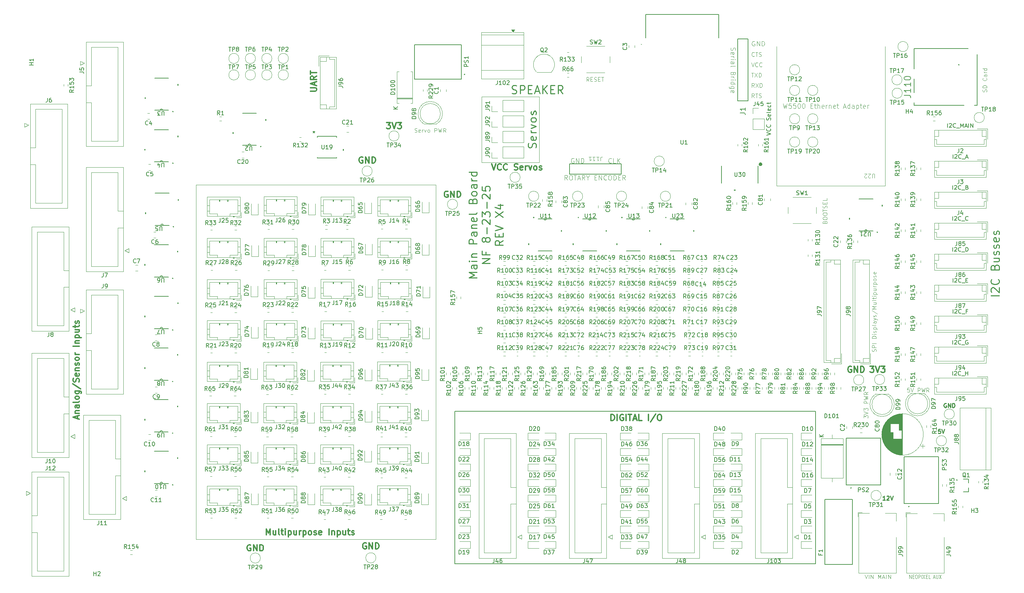
<source format=gbr>
%TF.GenerationSoftware,KiCad,Pcbnew,9.0.3*%
%TF.CreationDate,2025-09-20T15:07:24-06:00*%
%TF.ProjectId,Main Board,4d61696e-2042-46f6-9172-642e6b696361,rev?*%
%TF.SameCoordinates,Original*%
%TF.FileFunction,Legend,Top*%
%TF.FilePolarity,Positive*%
%FSLAX46Y46*%
G04 Gerber Fmt 4.6, Leading zero omitted, Abs format (unit mm)*
G04 Created by KiCad (PCBNEW 9.0.3) date 2025-09-20 15:07:24*
%MOMM*%
%LPD*%
G01*
G04 APERTURE LIST*
%ADD10C,0.100000*%
%ADD11C,0.200000*%
%ADD12C,0.250000*%
%ADD13C,0.300000*%
%ADD14C,0.150000*%
%ADD15C,0.101600*%
%ADD16C,0.120000*%
%ADD17C,0.127000*%
%ADD18C,0.152400*%
%ADD19C,0.000000*%
%ADD20C,0.500000*%
G04 APERTURE END LIST*
D10*
X72593200Y-58115200D02*
X131572000Y-58115200D01*
X131572000Y-145338800D01*
X72593200Y-145338800D01*
X72593200Y-58115200D01*
D11*
X136194800Y-113893600D02*
X224891600Y-113893600D01*
X224891600Y-151384000D01*
X136194800Y-151384000D01*
X136194800Y-113893600D01*
D10*
X142798800Y-36474400D02*
X156921200Y-36474400D01*
X156921200Y-52679600D01*
X142798800Y-52679600D01*
X142798800Y-36474400D01*
X126341865Y-45189200D02*
X126484722Y-45236819D01*
X126484722Y-45236819D02*
X126722817Y-45236819D01*
X126722817Y-45236819D02*
X126818055Y-45189200D01*
X126818055Y-45189200D02*
X126865674Y-45141580D01*
X126865674Y-45141580D02*
X126913293Y-45046342D01*
X126913293Y-45046342D02*
X126913293Y-44951104D01*
X126913293Y-44951104D02*
X126865674Y-44855866D01*
X126865674Y-44855866D02*
X126818055Y-44808247D01*
X126818055Y-44808247D02*
X126722817Y-44760628D01*
X126722817Y-44760628D02*
X126532341Y-44713009D01*
X126532341Y-44713009D02*
X126437103Y-44665390D01*
X126437103Y-44665390D02*
X126389484Y-44617771D01*
X126389484Y-44617771D02*
X126341865Y-44522533D01*
X126341865Y-44522533D02*
X126341865Y-44427295D01*
X126341865Y-44427295D02*
X126389484Y-44332057D01*
X126389484Y-44332057D02*
X126437103Y-44284438D01*
X126437103Y-44284438D02*
X126532341Y-44236819D01*
X126532341Y-44236819D02*
X126770436Y-44236819D01*
X126770436Y-44236819D02*
X126913293Y-44284438D01*
X127722817Y-45189200D02*
X127627579Y-45236819D01*
X127627579Y-45236819D02*
X127437103Y-45236819D01*
X127437103Y-45236819D02*
X127341865Y-45189200D01*
X127341865Y-45189200D02*
X127294246Y-45093961D01*
X127294246Y-45093961D02*
X127294246Y-44713009D01*
X127294246Y-44713009D02*
X127341865Y-44617771D01*
X127341865Y-44617771D02*
X127437103Y-44570152D01*
X127437103Y-44570152D02*
X127627579Y-44570152D01*
X127627579Y-44570152D02*
X127722817Y-44617771D01*
X127722817Y-44617771D02*
X127770436Y-44713009D01*
X127770436Y-44713009D02*
X127770436Y-44808247D01*
X127770436Y-44808247D02*
X127294246Y-44903485D01*
X128199008Y-45236819D02*
X128199008Y-44570152D01*
X128199008Y-44760628D02*
X128246627Y-44665390D01*
X128246627Y-44665390D02*
X128294246Y-44617771D01*
X128294246Y-44617771D02*
X128389484Y-44570152D01*
X128389484Y-44570152D02*
X128484722Y-44570152D01*
X128722818Y-44570152D02*
X128960913Y-45236819D01*
X128960913Y-45236819D02*
X129199008Y-44570152D01*
X129722818Y-45236819D02*
X129627580Y-45189200D01*
X129627580Y-45189200D02*
X129579961Y-45141580D01*
X129579961Y-45141580D02*
X129532342Y-45046342D01*
X129532342Y-45046342D02*
X129532342Y-44760628D01*
X129532342Y-44760628D02*
X129579961Y-44665390D01*
X129579961Y-44665390D02*
X129627580Y-44617771D01*
X129627580Y-44617771D02*
X129722818Y-44570152D01*
X129722818Y-44570152D02*
X129865675Y-44570152D01*
X129865675Y-44570152D02*
X129960913Y-44617771D01*
X129960913Y-44617771D02*
X130008532Y-44665390D01*
X130008532Y-44665390D02*
X130056151Y-44760628D01*
X130056151Y-44760628D02*
X130056151Y-45046342D01*
X130056151Y-45046342D02*
X130008532Y-45141580D01*
X130008532Y-45141580D02*
X129960913Y-45189200D01*
X129960913Y-45189200D02*
X129865675Y-45236819D01*
X129865675Y-45236819D02*
X129722818Y-45236819D01*
X131246628Y-45236819D02*
X131246628Y-44236819D01*
X131246628Y-44236819D02*
X131627580Y-44236819D01*
X131627580Y-44236819D02*
X131722818Y-44284438D01*
X131722818Y-44284438D02*
X131770437Y-44332057D01*
X131770437Y-44332057D02*
X131818056Y-44427295D01*
X131818056Y-44427295D02*
X131818056Y-44570152D01*
X131818056Y-44570152D02*
X131770437Y-44665390D01*
X131770437Y-44665390D02*
X131722818Y-44713009D01*
X131722818Y-44713009D02*
X131627580Y-44760628D01*
X131627580Y-44760628D02*
X131246628Y-44760628D01*
X132151390Y-44236819D02*
X132389485Y-45236819D01*
X132389485Y-45236819D02*
X132579961Y-44522533D01*
X132579961Y-44522533D02*
X132770437Y-45236819D01*
X132770437Y-45236819D02*
X133008533Y-44236819D01*
X133960913Y-45236819D02*
X133627580Y-44760628D01*
X133389485Y-45236819D02*
X133389485Y-44236819D01*
X133389485Y-44236819D02*
X133770437Y-44236819D01*
X133770437Y-44236819D02*
X133865675Y-44284438D01*
X133865675Y-44284438D02*
X133913294Y-44332057D01*
X133913294Y-44332057D02*
X133960913Y-44427295D01*
X133960913Y-44427295D02*
X133960913Y-44570152D01*
X133960913Y-44570152D02*
X133913294Y-44665390D01*
X133913294Y-44665390D02*
X133865675Y-44713009D01*
X133865675Y-44713009D02*
X133770437Y-44760628D01*
X133770437Y-44760628D02*
X133389485Y-44760628D01*
X236743419Y-115488353D02*
X236743419Y-114869306D01*
X236743419Y-114869306D02*
X237124371Y-115202639D01*
X237124371Y-115202639D02*
X237124371Y-115059782D01*
X237124371Y-115059782D02*
X237171990Y-114964544D01*
X237171990Y-114964544D02*
X237219609Y-114916925D01*
X237219609Y-114916925D02*
X237314847Y-114869306D01*
X237314847Y-114869306D02*
X237552942Y-114869306D01*
X237552942Y-114869306D02*
X237648180Y-114916925D01*
X237648180Y-114916925D02*
X237695800Y-114964544D01*
X237695800Y-114964544D02*
X237743419Y-115059782D01*
X237743419Y-115059782D02*
X237743419Y-115345496D01*
X237743419Y-115345496D02*
X237695800Y-115440734D01*
X237695800Y-115440734D02*
X237648180Y-115488353D01*
X236743419Y-114583591D02*
X237743419Y-114250258D01*
X237743419Y-114250258D02*
X236743419Y-113916925D01*
X236743419Y-113678829D02*
X236743419Y-113059782D01*
X236743419Y-113059782D02*
X237124371Y-113393115D01*
X237124371Y-113393115D02*
X237124371Y-113250258D01*
X237124371Y-113250258D02*
X237171990Y-113155020D01*
X237171990Y-113155020D02*
X237219609Y-113107401D01*
X237219609Y-113107401D02*
X237314847Y-113059782D01*
X237314847Y-113059782D02*
X237552942Y-113059782D01*
X237552942Y-113059782D02*
X237648180Y-113107401D01*
X237648180Y-113107401D02*
X237695800Y-113155020D01*
X237695800Y-113155020D02*
X237743419Y-113250258D01*
X237743419Y-113250258D02*
X237743419Y-113535972D01*
X237743419Y-113535972D02*
X237695800Y-113631210D01*
X237695800Y-113631210D02*
X237648180Y-113678829D01*
X237743419Y-111869305D02*
X236743419Y-111869305D01*
X236743419Y-111869305D02*
X236743419Y-111488353D01*
X236743419Y-111488353D02*
X236791038Y-111393115D01*
X236791038Y-111393115D02*
X236838657Y-111345496D01*
X236838657Y-111345496D02*
X236933895Y-111297877D01*
X236933895Y-111297877D02*
X237076752Y-111297877D01*
X237076752Y-111297877D02*
X237171990Y-111345496D01*
X237171990Y-111345496D02*
X237219609Y-111393115D01*
X237219609Y-111393115D02*
X237267228Y-111488353D01*
X237267228Y-111488353D02*
X237267228Y-111869305D01*
X236743419Y-110964543D02*
X237743419Y-110726448D01*
X237743419Y-110726448D02*
X237029133Y-110535972D01*
X237029133Y-110535972D02*
X237743419Y-110345496D01*
X237743419Y-110345496D02*
X236743419Y-110107401D01*
X237743419Y-109155020D02*
X237267228Y-109488353D01*
X237743419Y-109726448D02*
X236743419Y-109726448D01*
X236743419Y-109726448D02*
X236743419Y-109345496D01*
X236743419Y-109345496D02*
X236791038Y-109250258D01*
X236791038Y-109250258D02*
X236838657Y-109202639D01*
X236838657Y-109202639D02*
X236933895Y-109155020D01*
X236933895Y-109155020D02*
X237076752Y-109155020D01*
X237076752Y-109155020D02*
X237171990Y-109202639D01*
X237171990Y-109202639D02*
X237219609Y-109250258D01*
X237219609Y-109250258D02*
X237267228Y-109345496D01*
X237267228Y-109345496D02*
X237267228Y-109726448D01*
D12*
X269947438Y-85414536D02*
X267947438Y-85414536D01*
X268137914Y-84557393D02*
X268042676Y-84462155D01*
X268042676Y-84462155D02*
X267947438Y-84271679D01*
X267947438Y-84271679D02*
X267947438Y-83795488D01*
X267947438Y-83795488D02*
X268042676Y-83605012D01*
X268042676Y-83605012D02*
X268137914Y-83509774D01*
X268137914Y-83509774D02*
X268328390Y-83414536D01*
X268328390Y-83414536D02*
X268518866Y-83414536D01*
X268518866Y-83414536D02*
X268804580Y-83509774D01*
X268804580Y-83509774D02*
X269947438Y-84652631D01*
X269947438Y-84652631D02*
X269947438Y-83414536D01*
X269756961Y-81414536D02*
X269852200Y-81509774D01*
X269852200Y-81509774D02*
X269947438Y-81795488D01*
X269947438Y-81795488D02*
X269947438Y-81985964D01*
X269947438Y-81985964D02*
X269852200Y-82271679D01*
X269852200Y-82271679D02*
X269661723Y-82462155D01*
X269661723Y-82462155D02*
X269471247Y-82557393D01*
X269471247Y-82557393D02*
X269090295Y-82652631D01*
X269090295Y-82652631D02*
X268804580Y-82652631D01*
X268804580Y-82652631D02*
X268423628Y-82557393D01*
X268423628Y-82557393D02*
X268233152Y-82462155D01*
X268233152Y-82462155D02*
X268042676Y-82271679D01*
X268042676Y-82271679D02*
X267947438Y-81985964D01*
X267947438Y-81985964D02*
X267947438Y-81795488D01*
X267947438Y-81795488D02*
X268042676Y-81509774D01*
X268042676Y-81509774D02*
X268137914Y-81414536D01*
X268899819Y-78366916D02*
X268995057Y-78081202D01*
X268995057Y-78081202D02*
X269090295Y-77985964D01*
X269090295Y-77985964D02*
X269280771Y-77890726D01*
X269280771Y-77890726D02*
X269566485Y-77890726D01*
X269566485Y-77890726D02*
X269756961Y-77985964D01*
X269756961Y-77985964D02*
X269852200Y-78081202D01*
X269852200Y-78081202D02*
X269947438Y-78271678D01*
X269947438Y-78271678D02*
X269947438Y-79033583D01*
X269947438Y-79033583D02*
X267947438Y-79033583D01*
X267947438Y-79033583D02*
X267947438Y-78366916D01*
X267947438Y-78366916D02*
X268042676Y-78176440D01*
X268042676Y-78176440D02*
X268137914Y-78081202D01*
X268137914Y-78081202D02*
X268328390Y-77985964D01*
X268328390Y-77985964D02*
X268518866Y-77985964D01*
X268518866Y-77985964D02*
X268709342Y-78081202D01*
X268709342Y-78081202D02*
X268804580Y-78176440D01*
X268804580Y-78176440D02*
X268899819Y-78366916D01*
X268899819Y-78366916D02*
X268899819Y-79033583D01*
X268614104Y-76176440D02*
X269947438Y-76176440D01*
X268614104Y-77033583D02*
X269661723Y-77033583D01*
X269661723Y-77033583D02*
X269852200Y-76938345D01*
X269852200Y-76938345D02*
X269947438Y-76747869D01*
X269947438Y-76747869D02*
X269947438Y-76462154D01*
X269947438Y-76462154D02*
X269852200Y-76271678D01*
X269852200Y-76271678D02*
X269756961Y-76176440D01*
X269852200Y-75319297D02*
X269947438Y-75128821D01*
X269947438Y-75128821D02*
X269947438Y-74747869D01*
X269947438Y-74747869D02*
X269852200Y-74557392D01*
X269852200Y-74557392D02*
X269661723Y-74462154D01*
X269661723Y-74462154D02*
X269566485Y-74462154D01*
X269566485Y-74462154D02*
X269376009Y-74557392D01*
X269376009Y-74557392D02*
X269280771Y-74747869D01*
X269280771Y-74747869D02*
X269280771Y-75033583D01*
X269280771Y-75033583D02*
X269185533Y-75224059D01*
X269185533Y-75224059D02*
X268995057Y-75319297D01*
X268995057Y-75319297D02*
X268899819Y-75319297D01*
X268899819Y-75319297D02*
X268709342Y-75224059D01*
X268709342Y-75224059D02*
X268614104Y-75033583D01*
X268614104Y-75033583D02*
X268614104Y-74747869D01*
X268614104Y-74747869D02*
X268709342Y-74557392D01*
X269852200Y-73700249D02*
X269947438Y-73509773D01*
X269947438Y-73509773D02*
X269947438Y-73128821D01*
X269947438Y-73128821D02*
X269852200Y-72938344D01*
X269852200Y-72938344D02*
X269661723Y-72843106D01*
X269661723Y-72843106D02*
X269566485Y-72843106D01*
X269566485Y-72843106D02*
X269376009Y-72938344D01*
X269376009Y-72938344D02*
X269280771Y-73128821D01*
X269280771Y-73128821D02*
X269280771Y-73414535D01*
X269280771Y-73414535D02*
X269185533Y-73605011D01*
X269185533Y-73605011D02*
X268995057Y-73700249D01*
X268995057Y-73700249D02*
X268899819Y-73700249D01*
X268899819Y-73700249D02*
X268709342Y-73605011D01*
X268709342Y-73605011D02*
X268614104Y-73414535D01*
X268614104Y-73414535D02*
X268614104Y-73128821D01*
X268614104Y-73128821D02*
X268709342Y-72938344D01*
X269852200Y-71224058D02*
X269947438Y-71414534D01*
X269947438Y-71414534D02*
X269947438Y-71795487D01*
X269947438Y-71795487D02*
X269852200Y-71985963D01*
X269852200Y-71985963D02*
X269661723Y-72081201D01*
X269661723Y-72081201D02*
X268899819Y-72081201D01*
X268899819Y-72081201D02*
X268709342Y-71985963D01*
X268709342Y-71985963D02*
X268614104Y-71795487D01*
X268614104Y-71795487D02*
X268614104Y-71414534D01*
X268614104Y-71414534D02*
X268709342Y-71224058D01*
X268709342Y-71224058D02*
X268899819Y-71128820D01*
X268899819Y-71128820D02*
X269090295Y-71128820D01*
X269090295Y-71128820D02*
X269280771Y-72081201D01*
X269852200Y-70366915D02*
X269947438Y-70176439D01*
X269947438Y-70176439D02*
X269947438Y-69795487D01*
X269947438Y-69795487D02*
X269852200Y-69605010D01*
X269852200Y-69605010D02*
X269661723Y-69509772D01*
X269661723Y-69509772D02*
X269566485Y-69509772D01*
X269566485Y-69509772D02*
X269376009Y-69605010D01*
X269376009Y-69605010D02*
X269280771Y-69795487D01*
X269280771Y-69795487D02*
X269280771Y-70081201D01*
X269280771Y-70081201D02*
X269185533Y-70271677D01*
X269185533Y-70271677D02*
X268995057Y-70366915D01*
X268995057Y-70366915D02*
X268899819Y-70366915D01*
X268899819Y-70366915D02*
X268709342Y-70271677D01*
X268709342Y-70271677D02*
X268614104Y-70081201D01*
X268614104Y-70081201D02*
X268614104Y-69795487D01*
X268614104Y-69795487D02*
X268709342Y-69605010D01*
D13*
X145240225Y-53000828D02*
X145740225Y-54500828D01*
X145740225Y-54500828D02*
X146240225Y-53000828D01*
X147597367Y-54357971D02*
X147525939Y-54429400D01*
X147525939Y-54429400D02*
X147311653Y-54500828D01*
X147311653Y-54500828D02*
X147168796Y-54500828D01*
X147168796Y-54500828D02*
X146954510Y-54429400D01*
X146954510Y-54429400D02*
X146811653Y-54286542D01*
X146811653Y-54286542D02*
X146740224Y-54143685D01*
X146740224Y-54143685D02*
X146668796Y-53857971D01*
X146668796Y-53857971D02*
X146668796Y-53643685D01*
X146668796Y-53643685D02*
X146740224Y-53357971D01*
X146740224Y-53357971D02*
X146811653Y-53215114D01*
X146811653Y-53215114D02*
X146954510Y-53072257D01*
X146954510Y-53072257D02*
X147168796Y-53000828D01*
X147168796Y-53000828D02*
X147311653Y-53000828D01*
X147311653Y-53000828D02*
X147525939Y-53072257D01*
X147525939Y-53072257D02*
X147597367Y-53143685D01*
X149097367Y-54357971D02*
X149025939Y-54429400D01*
X149025939Y-54429400D02*
X148811653Y-54500828D01*
X148811653Y-54500828D02*
X148668796Y-54500828D01*
X148668796Y-54500828D02*
X148454510Y-54429400D01*
X148454510Y-54429400D02*
X148311653Y-54286542D01*
X148311653Y-54286542D02*
X148240224Y-54143685D01*
X148240224Y-54143685D02*
X148168796Y-53857971D01*
X148168796Y-53857971D02*
X148168796Y-53643685D01*
X148168796Y-53643685D02*
X148240224Y-53357971D01*
X148240224Y-53357971D02*
X148311653Y-53215114D01*
X148311653Y-53215114D02*
X148454510Y-53072257D01*
X148454510Y-53072257D02*
X148668796Y-53000828D01*
X148668796Y-53000828D02*
X148811653Y-53000828D01*
X148811653Y-53000828D02*
X149025939Y-53072257D01*
X149025939Y-53072257D02*
X149097367Y-53143685D01*
X150811653Y-54429400D02*
X151025939Y-54500828D01*
X151025939Y-54500828D02*
X151383081Y-54500828D01*
X151383081Y-54500828D02*
X151525939Y-54429400D01*
X151525939Y-54429400D02*
X151597367Y-54357971D01*
X151597367Y-54357971D02*
X151668796Y-54215114D01*
X151668796Y-54215114D02*
X151668796Y-54072257D01*
X151668796Y-54072257D02*
X151597367Y-53929400D01*
X151597367Y-53929400D02*
X151525939Y-53857971D01*
X151525939Y-53857971D02*
X151383081Y-53786542D01*
X151383081Y-53786542D02*
X151097367Y-53715114D01*
X151097367Y-53715114D02*
X150954510Y-53643685D01*
X150954510Y-53643685D02*
X150883081Y-53572257D01*
X150883081Y-53572257D02*
X150811653Y-53429400D01*
X150811653Y-53429400D02*
X150811653Y-53286542D01*
X150811653Y-53286542D02*
X150883081Y-53143685D01*
X150883081Y-53143685D02*
X150954510Y-53072257D01*
X150954510Y-53072257D02*
X151097367Y-53000828D01*
X151097367Y-53000828D02*
X151454510Y-53000828D01*
X151454510Y-53000828D02*
X151668796Y-53072257D01*
X152883081Y-54429400D02*
X152740224Y-54500828D01*
X152740224Y-54500828D02*
X152454510Y-54500828D01*
X152454510Y-54500828D02*
X152311652Y-54429400D01*
X152311652Y-54429400D02*
X152240224Y-54286542D01*
X152240224Y-54286542D02*
X152240224Y-53715114D01*
X152240224Y-53715114D02*
X152311652Y-53572257D01*
X152311652Y-53572257D02*
X152454510Y-53500828D01*
X152454510Y-53500828D02*
X152740224Y-53500828D01*
X152740224Y-53500828D02*
X152883081Y-53572257D01*
X152883081Y-53572257D02*
X152954510Y-53715114D01*
X152954510Y-53715114D02*
X152954510Y-53857971D01*
X152954510Y-53857971D02*
X152240224Y-54000828D01*
X153597366Y-54500828D02*
X153597366Y-53500828D01*
X153597366Y-53786542D02*
X153668795Y-53643685D01*
X153668795Y-53643685D02*
X153740224Y-53572257D01*
X153740224Y-53572257D02*
X153883081Y-53500828D01*
X153883081Y-53500828D02*
X154025938Y-53500828D01*
X154383080Y-53500828D02*
X154740223Y-54500828D01*
X154740223Y-54500828D02*
X155097366Y-53500828D01*
X155883080Y-54500828D02*
X155740223Y-54429400D01*
X155740223Y-54429400D02*
X155668794Y-54357971D01*
X155668794Y-54357971D02*
X155597366Y-54215114D01*
X155597366Y-54215114D02*
X155597366Y-53786542D01*
X155597366Y-53786542D02*
X155668794Y-53643685D01*
X155668794Y-53643685D02*
X155740223Y-53572257D01*
X155740223Y-53572257D02*
X155883080Y-53500828D01*
X155883080Y-53500828D02*
X156097366Y-53500828D01*
X156097366Y-53500828D02*
X156240223Y-53572257D01*
X156240223Y-53572257D02*
X156311652Y-53643685D01*
X156311652Y-53643685D02*
X156383080Y-53786542D01*
X156383080Y-53786542D02*
X156383080Y-54215114D01*
X156383080Y-54215114D02*
X156311652Y-54357971D01*
X156311652Y-54357971D02*
X156240223Y-54429400D01*
X156240223Y-54429400D02*
X156097366Y-54500828D01*
X156097366Y-54500828D02*
X155883080Y-54500828D01*
X156954509Y-54429400D02*
X157097366Y-54500828D01*
X157097366Y-54500828D02*
X157383080Y-54500828D01*
X157383080Y-54500828D02*
X157525937Y-54429400D01*
X157525937Y-54429400D02*
X157597366Y-54286542D01*
X157597366Y-54286542D02*
X157597366Y-54215114D01*
X157597366Y-54215114D02*
X157525937Y-54072257D01*
X157525937Y-54072257D02*
X157383080Y-54000828D01*
X157383080Y-54000828D02*
X157168795Y-54000828D01*
X157168795Y-54000828D02*
X157025937Y-53929400D01*
X157025937Y-53929400D02*
X156954509Y-53786542D01*
X156954509Y-53786542D02*
X156954509Y-53715114D01*
X156954509Y-53715114D02*
X157025937Y-53572257D01*
X157025937Y-53572257D02*
X157168795Y-53500828D01*
X157168795Y-53500828D02*
X157383080Y-53500828D01*
X157383080Y-53500828D02*
X157525937Y-53572257D01*
D12*
X256958377Y-111942238D02*
X256863139Y-111894619D01*
X256863139Y-111894619D02*
X256720282Y-111894619D01*
X256720282Y-111894619D02*
X256577425Y-111942238D01*
X256577425Y-111942238D02*
X256482187Y-112037476D01*
X256482187Y-112037476D02*
X256434568Y-112132714D01*
X256434568Y-112132714D02*
X256386949Y-112323190D01*
X256386949Y-112323190D02*
X256386949Y-112466047D01*
X256386949Y-112466047D02*
X256434568Y-112656523D01*
X256434568Y-112656523D02*
X256482187Y-112751761D01*
X256482187Y-112751761D02*
X256577425Y-112847000D01*
X256577425Y-112847000D02*
X256720282Y-112894619D01*
X256720282Y-112894619D02*
X256815520Y-112894619D01*
X256815520Y-112894619D02*
X256958377Y-112847000D01*
X256958377Y-112847000D02*
X257005996Y-112799380D01*
X257005996Y-112799380D02*
X257005996Y-112466047D01*
X257005996Y-112466047D02*
X256815520Y-112466047D01*
X257434568Y-112894619D02*
X257434568Y-111894619D01*
X257434568Y-111894619D02*
X258005996Y-112894619D01*
X258005996Y-112894619D02*
X258005996Y-111894619D01*
X258482187Y-112894619D02*
X258482187Y-111894619D01*
X258482187Y-111894619D02*
X258720282Y-111894619D01*
X258720282Y-111894619D02*
X258863139Y-111942238D01*
X258863139Y-111942238D02*
X258958377Y-112037476D01*
X258958377Y-112037476D02*
X259005996Y-112132714D01*
X259005996Y-112132714D02*
X259053615Y-112323190D01*
X259053615Y-112323190D02*
X259053615Y-112466047D01*
X259053615Y-112466047D02*
X259005996Y-112656523D01*
X259005996Y-112656523D02*
X258958377Y-112751761D01*
X258958377Y-112751761D02*
X258863139Y-112847000D01*
X258863139Y-112847000D02*
X258720282Y-112894619D01*
X258720282Y-112894619D02*
X258482187Y-112894619D01*
D13*
X134487025Y-59789457D02*
X134344168Y-59718028D01*
X134344168Y-59718028D02*
X134129882Y-59718028D01*
X134129882Y-59718028D02*
X133915596Y-59789457D01*
X133915596Y-59789457D02*
X133772739Y-59932314D01*
X133772739Y-59932314D02*
X133701310Y-60075171D01*
X133701310Y-60075171D02*
X133629882Y-60360885D01*
X133629882Y-60360885D02*
X133629882Y-60575171D01*
X133629882Y-60575171D02*
X133701310Y-60860885D01*
X133701310Y-60860885D02*
X133772739Y-61003742D01*
X133772739Y-61003742D02*
X133915596Y-61146600D01*
X133915596Y-61146600D02*
X134129882Y-61218028D01*
X134129882Y-61218028D02*
X134272739Y-61218028D01*
X134272739Y-61218028D02*
X134487025Y-61146600D01*
X134487025Y-61146600D02*
X134558453Y-61075171D01*
X134558453Y-61075171D02*
X134558453Y-60575171D01*
X134558453Y-60575171D02*
X134272739Y-60575171D01*
X135201310Y-61218028D02*
X135201310Y-59718028D01*
X135201310Y-59718028D02*
X136058453Y-61218028D01*
X136058453Y-61218028D02*
X136058453Y-59718028D01*
X136772739Y-61218028D02*
X136772739Y-59718028D01*
X136772739Y-59718028D02*
X137129882Y-59718028D01*
X137129882Y-59718028D02*
X137344168Y-59789457D01*
X137344168Y-59789457D02*
X137487025Y-59932314D01*
X137487025Y-59932314D02*
X137558454Y-60075171D01*
X137558454Y-60075171D02*
X137629882Y-60360885D01*
X137629882Y-60360885D02*
X137629882Y-60575171D01*
X137629882Y-60575171D02*
X137558454Y-60860885D01*
X137558454Y-60860885D02*
X137487025Y-61003742D01*
X137487025Y-61003742D02*
X137344168Y-61146600D01*
X137344168Y-61146600D02*
X137129882Y-61218028D01*
X137129882Y-61218028D02*
X136772739Y-61218028D01*
X89860910Y-144276028D02*
X89860910Y-142776028D01*
X89860910Y-142776028D02*
X90360910Y-143847457D01*
X90360910Y-143847457D02*
X90860910Y-142776028D01*
X90860910Y-142776028D02*
X90860910Y-144276028D01*
X92218054Y-143276028D02*
X92218054Y-144276028D01*
X91575196Y-143276028D02*
X91575196Y-144061742D01*
X91575196Y-144061742D02*
X91646625Y-144204600D01*
X91646625Y-144204600D02*
X91789482Y-144276028D01*
X91789482Y-144276028D02*
X92003768Y-144276028D01*
X92003768Y-144276028D02*
X92146625Y-144204600D01*
X92146625Y-144204600D02*
X92218054Y-144133171D01*
X93146625Y-144276028D02*
X93003768Y-144204600D01*
X93003768Y-144204600D02*
X92932339Y-144061742D01*
X92932339Y-144061742D02*
X92932339Y-142776028D01*
X93503768Y-143276028D02*
X94075196Y-143276028D01*
X93718053Y-142776028D02*
X93718053Y-144061742D01*
X93718053Y-144061742D02*
X93789482Y-144204600D01*
X93789482Y-144204600D02*
X93932339Y-144276028D01*
X93932339Y-144276028D02*
X94075196Y-144276028D01*
X94575196Y-144276028D02*
X94575196Y-143276028D01*
X94575196Y-142776028D02*
X94503768Y-142847457D01*
X94503768Y-142847457D02*
X94575196Y-142918885D01*
X94575196Y-142918885D02*
X94646625Y-142847457D01*
X94646625Y-142847457D02*
X94575196Y-142776028D01*
X94575196Y-142776028D02*
X94575196Y-142918885D01*
X95289482Y-143276028D02*
X95289482Y-144776028D01*
X95289482Y-143347457D02*
X95432340Y-143276028D01*
X95432340Y-143276028D02*
X95718054Y-143276028D01*
X95718054Y-143276028D02*
X95860911Y-143347457D01*
X95860911Y-143347457D02*
X95932340Y-143418885D01*
X95932340Y-143418885D02*
X96003768Y-143561742D01*
X96003768Y-143561742D02*
X96003768Y-143990314D01*
X96003768Y-143990314D02*
X95932340Y-144133171D01*
X95932340Y-144133171D02*
X95860911Y-144204600D01*
X95860911Y-144204600D02*
X95718054Y-144276028D01*
X95718054Y-144276028D02*
X95432340Y-144276028D01*
X95432340Y-144276028D02*
X95289482Y-144204600D01*
X97289483Y-143276028D02*
X97289483Y-144276028D01*
X96646625Y-143276028D02*
X96646625Y-144061742D01*
X96646625Y-144061742D02*
X96718054Y-144204600D01*
X96718054Y-144204600D02*
X96860911Y-144276028D01*
X96860911Y-144276028D02*
X97075197Y-144276028D01*
X97075197Y-144276028D02*
X97218054Y-144204600D01*
X97218054Y-144204600D02*
X97289483Y-144133171D01*
X98003768Y-144276028D02*
X98003768Y-143276028D01*
X98003768Y-143561742D02*
X98075197Y-143418885D01*
X98075197Y-143418885D02*
X98146626Y-143347457D01*
X98146626Y-143347457D02*
X98289483Y-143276028D01*
X98289483Y-143276028D02*
X98432340Y-143276028D01*
X98932339Y-143276028D02*
X98932339Y-144776028D01*
X98932339Y-143347457D02*
X99075197Y-143276028D01*
X99075197Y-143276028D02*
X99360911Y-143276028D01*
X99360911Y-143276028D02*
X99503768Y-143347457D01*
X99503768Y-143347457D02*
X99575197Y-143418885D01*
X99575197Y-143418885D02*
X99646625Y-143561742D01*
X99646625Y-143561742D02*
X99646625Y-143990314D01*
X99646625Y-143990314D02*
X99575197Y-144133171D01*
X99575197Y-144133171D02*
X99503768Y-144204600D01*
X99503768Y-144204600D02*
X99360911Y-144276028D01*
X99360911Y-144276028D02*
X99075197Y-144276028D01*
X99075197Y-144276028D02*
X98932339Y-144204600D01*
X100503768Y-144276028D02*
X100360911Y-144204600D01*
X100360911Y-144204600D02*
X100289482Y-144133171D01*
X100289482Y-144133171D02*
X100218054Y-143990314D01*
X100218054Y-143990314D02*
X100218054Y-143561742D01*
X100218054Y-143561742D02*
X100289482Y-143418885D01*
X100289482Y-143418885D02*
X100360911Y-143347457D01*
X100360911Y-143347457D02*
X100503768Y-143276028D01*
X100503768Y-143276028D02*
X100718054Y-143276028D01*
X100718054Y-143276028D02*
X100860911Y-143347457D01*
X100860911Y-143347457D02*
X100932340Y-143418885D01*
X100932340Y-143418885D02*
X101003768Y-143561742D01*
X101003768Y-143561742D02*
X101003768Y-143990314D01*
X101003768Y-143990314D02*
X100932340Y-144133171D01*
X100932340Y-144133171D02*
X100860911Y-144204600D01*
X100860911Y-144204600D02*
X100718054Y-144276028D01*
X100718054Y-144276028D02*
X100503768Y-144276028D01*
X101575197Y-144204600D02*
X101718054Y-144276028D01*
X101718054Y-144276028D02*
X102003768Y-144276028D01*
X102003768Y-144276028D02*
X102146625Y-144204600D01*
X102146625Y-144204600D02*
X102218054Y-144061742D01*
X102218054Y-144061742D02*
X102218054Y-143990314D01*
X102218054Y-143990314D02*
X102146625Y-143847457D01*
X102146625Y-143847457D02*
X102003768Y-143776028D01*
X102003768Y-143776028D02*
X101789483Y-143776028D01*
X101789483Y-143776028D02*
X101646625Y-143704600D01*
X101646625Y-143704600D02*
X101575197Y-143561742D01*
X101575197Y-143561742D02*
X101575197Y-143490314D01*
X101575197Y-143490314D02*
X101646625Y-143347457D01*
X101646625Y-143347457D02*
X101789483Y-143276028D01*
X101789483Y-143276028D02*
X102003768Y-143276028D01*
X102003768Y-143276028D02*
X102146625Y-143347457D01*
X103432340Y-144204600D02*
X103289483Y-144276028D01*
X103289483Y-144276028D02*
X103003769Y-144276028D01*
X103003769Y-144276028D02*
X102860911Y-144204600D01*
X102860911Y-144204600D02*
X102789483Y-144061742D01*
X102789483Y-144061742D02*
X102789483Y-143490314D01*
X102789483Y-143490314D02*
X102860911Y-143347457D01*
X102860911Y-143347457D02*
X103003769Y-143276028D01*
X103003769Y-143276028D02*
X103289483Y-143276028D01*
X103289483Y-143276028D02*
X103432340Y-143347457D01*
X103432340Y-143347457D02*
X103503769Y-143490314D01*
X103503769Y-143490314D02*
X103503769Y-143633171D01*
X103503769Y-143633171D02*
X102789483Y-143776028D01*
X105289482Y-144276028D02*
X105289482Y-142776028D01*
X106003768Y-143276028D02*
X106003768Y-144276028D01*
X106003768Y-143418885D02*
X106075197Y-143347457D01*
X106075197Y-143347457D02*
X106218054Y-143276028D01*
X106218054Y-143276028D02*
X106432340Y-143276028D01*
X106432340Y-143276028D02*
X106575197Y-143347457D01*
X106575197Y-143347457D02*
X106646626Y-143490314D01*
X106646626Y-143490314D02*
X106646626Y-144276028D01*
X107360911Y-143276028D02*
X107360911Y-144776028D01*
X107360911Y-143347457D02*
X107503769Y-143276028D01*
X107503769Y-143276028D02*
X107789483Y-143276028D01*
X107789483Y-143276028D02*
X107932340Y-143347457D01*
X107932340Y-143347457D02*
X108003769Y-143418885D01*
X108003769Y-143418885D02*
X108075197Y-143561742D01*
X108075197Y-143561742D02*
X108075197Y-143990314D01*
X108075197Y-143990314D02*
X108003769Y-144133171D01*
X108003769Y-144133171D02*
X107932340Y-144204600D01*
X107932340Y-144204600D02*
X107789483Y-144276028D01*
X107789483Y-144276028D02*
X107503769Y-144276028D01*
X107503769Y-144276028D02*
X107360911Y-144204600D01*
X109360912Y-143276028D02*
X109360912Y-144276028D01*
X108718054Y-143276028D02*
X108718054Y-144061742D01*
X108718054Y-144061742D02*
X108789483Y-144204600D01*
X108789483Y-144204600D02*
X108932340Y-144276028D01*
X108932340Y-144276028D02*
X109146626Y-144276028D01*
X109146626Y-144276028D02*
X109289483Y-144204600D01*
X109289483Y-144204600D02*
X109360912Y-144133171D01*
X109860912Y-143276028D02*
X110432340Y-143276028D01*
X110075197Y-142776028D02*
X110075197Y-144061742D01*
X110075197Y-144061742D02*
X110146626Y-144204600D01*
X110146626Y-144204600D02*
X110289483Y-144276028D01*
X110289483Y-144276028D02*
X110432340Y-144276028D01*
X110860912Y-144204600D02*
X111003769Y-144276028D01*
X111003769Y-144276028D02*
X111289483Y-144276028D01*
X111289483Y-144276028D02*
X111432340Y-144204600D01*
X111432340Y-144204600D02*
X111503769Y-144061742D01*
X111503769Y-144061742D02*
X111503769Y-143990314D01*
X111503769Y-143990314D02*
X111432340Y-143847457D01*
X111432340Y-143847457D02*
X111289483Y-143776028D01*
X111289483Y-143776028D02*
X111075198Y-143776028D01*
X111075198Y-143776028D02*
X110932340Y-143704600D01*
X110932340Y-143704600D02*
X110860912Y-143561742D01*
X110860912Y-143561742D02*
X110860912Y-143490314D01*
X110860912Y-143490314D02*
X110932340Y-143347457D01*
X110932340Y-143347457D02*
X111075198Y-143276028D01*
X111075198Y-143276028D02*
X111289483Y-143276028D01*
X111289483Y-143276028D02*
X111432340Y-143347457D01*
D10*
X239702400Y-99159334D02*
X239750019Y-99016477D01*
X239750019Y-99016477D02*
X239750019Y-98778382D01*
X239750019Y-98778382D02*
X239702400Y-98683144D01*
X239702400Y-98683144D02*
X239654780Y-98635525D01*
X239654780Y-98635525D02*
X239559542Y-98587906D01*
X239559542Y-98587906D02*
X239464304Y-98587906D01*
X239464304Y-98587906D02*
X239369066Y-98635525D01*
X239369066Y-98635525D02*
X239321447Y-98683144D01*
X239321447Y-98683144D02*
X239273828Y-98778382D01*
X239273828Y-98778382D02*
X239226209Y-98968858D01*
X239226209Y-98968858D02*
X239178590Y-99064096D01*
X239178590Y-99064096D02*
X239130971Y-99111715D01*
X239130971Y-99111715D02*
X239035733Y-99159334D01*
X239035733Y-99159334D02*
X238940495Y-99159334D01*
X238940495Y-99159334D02*
X238845257Y-99111715D01*
X238845257Y-99111715D02*
X238797638Y-99064096D01*
X238797638Y-99064096D02*
X238750019Y-98968858D01*
X238750019Y-98968858D02*
X238750019Y-98730763D01*
X238750019Y-98730763D02*
X238797638Y-98587906D01*
X239750019Y-98159334D02*
X238750019Y-98159334D01*
X238750019Y-98159334D02*
X238750019Y-97778382D01*
X238750019Y-97778382D02*
X238797638Y-97683144D01*
X238797638Y-97683144D02*
X238845257Y-97635525D01*
X238845257Y-97635525D02*
X238940495Y-97587906D01*
X238940495Y-97587906D02*
X239083352Y-97587906D01*
X239083352Y-97587906D02*
X239178590Y-97635525D01*
X239178590Y-97635525D02*
X239226209Y-97683144D01*
X239226209Y-97683144D02*
X239273828Y-97778382D01*
X239273828Y-97778382D02*
X239273828Y-98159334D01*
X239750019Y-97159334D02*
X238750019Y-97159334D01*
X239750019Y-95921239D02*
X238750019Y-95921239D01*
X238750019Y-95921239D02*
X238750019Y-95683144D01*
X238750019Y-95683144D02*
X238797638Y-95540287D01*
X238797638Y-95540287D02*
X238892876Y-95445049D01*
X238892876Y-95445049D02*
X238988114Y-95397430D01*
X238988114Y-95397430D02*
X239178590Y-95349811D01*
X239178590Y-95349811D02*
X239321447Y-95349811D01*
X239321447Y-95349811D02*
X239511923Y-95397430D01*
X239511923Y-95397430D02*
X239607161Y-95445049D01*
X239607161Y-95445049D02*
X239702400Y-95540287D01*
X239702400Y-95540287D02*
X239750019Y-95683144D01*
X239750019Y-95683144D02*
X239750019Y-95921239D01*
X239750019Y-94921239D02*
X239083352Y-94921239D01*
X238750019Y-94921239D02*
X238797638Y-94968858D01*
X238797638Y-94968858D02*
X238845257Y-94921239D01*
X238845257Y-94921239D02*
X238797638Y-94873620D01*
X238797638Y-94873620D02*
X238750019Y-94921239D01*
X238750019Y-94921239D02*
X238845257Y-94921239D01*
X239702400Y-94492668D02*
X239750019Y-94397430D01*
X239750019Y-94397430D02*
X239750019Y-94206954D01*
X239750019Y-94206954D02*
X239702400Y-94111716D01*
X239702400Y-94111716D02*
X239607161Y-94064097D01*
X239607161Y-94064097D02*
X239559542Y-94064097D01*
X239559542Y-94064097D02*
X239464304Y-94111716D01*
X239464304Y-94111716D02*
X239416685Y-94206954D01*
X239416685Y-94206954D02*
X239416685Y-94349811D01*
X239416685Y-94349811D02*
X239369066Y-94445049D01*
X239369066Y-94445049D02*
X239273828Y-94492668D01*
X239273828Y-94492668D02*
X239226209Y-94492668D01*
X239226209Y-94492668D02*
X239130971Y-94445049D01*
X239130971Y-94445049D02*
X239083352Y-94349811D01*
X239083352Y-94349811D02*
X239083352Y-94206954D01*
X239083352Y-94206954D02*
X239130971Y-94111716D01*
X239083352Y-93635525D02*
X240083352Y-93635525D01*
X239130971Y-93635525D02*
X239083352Y-93540287D01*
X239083352Y-93540287D02*
X239083352Y-93349811D01*
X239083352Y-93349811D02*
X239130971Y-93254573D01*
X239130971Y-93254573D02*
X239178590Y-93206954D01*
X239178590Y-93206954D02*
X239273828Y-93159335D01*
X239273828Y-93159335D02*
X239559542Y-93159335D01*
X239559542Y-93159335D02*
X239654780Y-93206954D01*
X239654780Y-93206954D02*
X239702400Y-93254573D01*
X239702400Y-93254573D02*
X239750019Y-93349811D01*
X239750019Y-93349811D02*
X239750019Y-93540287D01*
X239750019Y-93540287D02*
X239702400Y-93635525D01*
X239750019Y-92587906D02*
X239702400Y-92683144D01*
X239702400Y-92683144D02*
X239607161Y-92730763D01*
X239607161Y-92730763D02*
X238750019Y-92730763D01*
X239750019Y-91778382D02*
X239226209Y-91778382D01*
X239226209Y-91778382D02*
X239130971Y-91826001D01*
X239130971Y-91826001D02*
X239083352Y-91921239D01*
X239083352Y-91921239D02*
X239083352Y-92111715D01*
X239083352Y-92111715D02*
X239130971Y-92206953D01*
X239702400Y-91778382D02*
X239750019Y-91873620D01*
X239750019Y-91873620D02*
X239750019Y-92111715D01*
X239750019Y-92111715D02*
X239702400Y-92206953D01*
X239702400Y-92206953D02*
X239607161Y-92254572D01*
X239607161Y-92254572D02*
X239511923Y-92254572D01*
X239511923Y-92254572D02*
X239416685Y-92206953D01*
X239416685Y-92206953D02*
X239369066Y-92111715D01*
X239369066Y-92111715D02*
X239369066Y-91873620D01*
X239369066Y-91873620D02*
X239321447Y-91778382D01*
X239083352Y-91397429D02*
X239750019Y-91159334D01*
X239083352Y-90921239D02*
X239750019Y-91159334D01*
X239750019Y-91159334D02*
X239988114Y-91254572D01*
X239988114Y-91254572D02*
X240035733Y-91302191D01*
X240035733Y-91302191D02*
X240083352Y-91397429D01*
X239702400Y-90587905D02*
X239750019Y-90492667D01*
X239750019Y-90492667D02*
X239750019Y-90302191D01*
X239750019Y-90302191D02*
X239702400Y-90206953D01*
X239702400Y-90206953D02*
X239607161Y-90159334D01*
X239607161Y-90159334D02*
X239559542Y-90159334D01*
X239559542Y-90159334D02*
X239464304Y-90206953D01*
X239464304Y-90206953D02*
X239416685Y-90302191D01*
X239416685Y-90302191D02*
X239416685Y-90445048D01*
X239416685Y-90445048D02*
X239369066Y-90540286D01*
X239369066Y-90540286D02*
X239273828Y-90587905D01*
X239273828Y-90587905D02*
X239226209Y-90587905D01*
X239226209Y-90587905D02*
X239130971Y-90540286D01*
X239130971Y-90540286D02*
X239083352Y-90445048D01*
X239083352Y-90445048D02*
X239083352Y-90302191D01*
X239083352Y-90302191D02*
X239130971Y-90206953D01*
X238702400Y-89016477D02*
X239988114Y-89873619D01*
X239750019Y-88683143D02*
X238750019Y-88683143D01*
X238750019Y-88683143D02*
X239464304Y-88349810D01*
X239464304Y-88349810D02*
X238750019Y-88016477D01*
X238750019Y-88016477D02*
X239750019Y-88016477D01*
X239083352Y-87111715D02*
X239750019Y-87111715D01*
X239083352Y-87540286D02*
X239607161Y-87540286D01*
X239607161Y-87540286D02*
X239702400Y-87492667D01*
X239702400Y-87492667D02*
X239750019Y-87397429D01*
X239750019Y-87397429D02*
X239750019Y-87254572D01*
X239750019Y-87254572D02*
X239702400Y-87159334D01*
X239702400Y-87159334D02*
X239654780Y-87111715D01*
X239750019Y-86492667D02*
X239702400Y-86587905D01*
X239702400Y-86587905D02*
X239607161Y-86635524D01*
X239607161Y-86635524D02*
X238750019Y-86635524D01*
X239083352Y-86254571D02*
X239083352Y-85873619D01*
X238750019Y-86111714D02*
X239607161Y-86111714D01*
X239607161Y-86111714D02*
X239702400Y-86064095D01*
X239702400Y-86064095D02*
X239750019Y-85968857D01*
X239750019Y-85968857D02*
X239750019Y-85873619D01*
X239750019Y-85540285D02*
X239083352Y-85540285D01*
X238750019Y-85540285D02*
X238797638Y-85587904D01*
X238797638Y-85587904D02*
X238845257Y-85540285D01*
X238845257Y-85540285D02*
X238797638Y-85492666D01*
X238797638Y-85492666D02*
X238750019Y-85540285D01*
X238750019Y-85540285D02*
X238845257Y-85540285D01*
X239083352Y-85064095D02*
X240083352Y-85064095D01*
X239130971Y-85064095D02*
X239083352Y-84968857D01*
X239083352Y-84968857D02*
X239083352Y-84778381D01*
X239083352Y-84778381D02*
X239130971Y-84683143D01*
X239130971Y-84683143D02*
X239178590Y-84635524D01*
X239178590Y-84635524D02*
X239273828Y-84587905D01*
X239273828Y-84587905D02*
X239559542Y-84587905D01*
X239559542Y-84587905D02*
X239654780Y-84635524D01*
X239654780Y-84635524D02*
X239702400Y-84683143D01*
X239702400Y-84683143D02*
X239750019Y-84778381D01*
X239750019Y-84778381D02*
X239750019Y-84968857D01*
X239750019Y-84968857D02*
X239702400Y-85064095D01*
X239083352Y-83730762D02*
X239750019Y-83730762D01*
X239083352Y-84159333D02*
X239607161Y-84159333D01*
X239607161Y-84159333D02*
X239702400Y-84111714D01*
X239702400Y-84111714D02*
X239750019Y-84016476D01*
X239750019Y-84016476D02*
X239750019Y-83873619D01*
X239750019Y-83873619D02*
X239702400Y-83778381D01*
X239702400Y-83778381D02*
X239654780Y-83730762D01*
X239750019Y-83254571D02*
X239083352Y-83254571D01*
X239273828Y-83254571D02*
X239178590Y-83206952D01*
X239178590Y-83206952D02*
X239130971Y-83159333D01*
X239130971Y-83159333D02*
X239083352Y-83064095D01*
X239083352Y-83064095D02*
X239083352Y-82968857D01*
X239083352Y-82635523D02*
X240083352Y-82635523D01*
X239130971Y-82635523D02*
X239083352Y-82540285D01*
X239083352Y-82540285D02*
X239083352Y-82349809D01*
X239083352Y-82349809D02*
X239130971Y-82254571D01*
X239130971Y-82254571D02*
X239178590Y-82206952D01*
X239178590Y-82206952D02*
X239273828Y-82159333D01*
X239273828Y-82159333D02*
X239559542Y-82159333D01*
X239559542Y-82159333D02*
X239654780Y-82206952D01*
X239654780Y-82206952D02*
X239702400Y-82254571D01*
X239702400Y-82254571D02*
X239750019Y-82349809D01*
X239750019Y-82349809D02*
X239750019Y-82540285D01*
X239750019Y-82540285D02*
X239702400Y-82635523D01*
X239750019Y-81587904D02*
X239702400Y-81683142D01*
X239702400Y-81683142D02*
X239654780Y-81730761D01*
X239654780Y-81730761D02*
X239559542Y-81778380D01*
X239559542Y-81778380D02*
X239273828Y-81778380D01*
X239273828Y-81778380D02*
X239178590Y-81730761D01*
X239178590Y-81730761D02*
X239130971Y-81683142D01*
X239130971Y-81683142D02*
X239083352Y-81587904D01*
X239083352Y-81587904D02*
X239083352Y-81445047D01*
X239083352Y-81445047D02*
X239130971Y-81349809D01*
X239130971Y-81349809D02*
X239178590Y-81302190D01*
X239178590Y-81302190D02*
X239273828Y-81254571D01*
X239273828Y-81254571D02*
X239559542Y-81254571D01*
X239559542Y-81254571D02*
X239654780Y-81302190D01*
X239654780Y-81302190D02*
X239702400Y-81349809D01*
X239702400Y-81349809D02*
X239750019Y-81445047D01*
X239750019Y-81445047D02*
X239750019Y-81587904D01*
X239702400Y-80873618D02*
X239750019Y-80778380D01*
X239750019Y-80778380D02*
X239750019Y-80587904D01*
X239750019Y-80587904D02*
X239702400Y-80492666D01*
X239702400Y-80492666D02*
X239607161Y-80445047D01*
X239607161Y-80445047D02*
X239559542Y-80445047D01*
X239559542Y-80445047D02*
X239464304Y-80492666D01*
X239464304Y-80492666D02*
X239416685Y-80587904D01*
X239416685Y-80587904D02*
X239416685Y-80730761D01*
X239416685Y-80730761D02*
X239369066Y-80825999D01*
X239369066Y-80825999D02*
X239273828Y-80873618D01*
X239273828Y-80873618D02*
X239226209Y-80873618D01*
X239226209Y-80873618D02*
X239130971Y-80825999D01*
X239130971Y-80825999D02*
X239083352Y-80730761D01*
X239083352Y-80730761D02*
X239083352Y-80587904D01*
X239083352Y-80587904D02*
X239130971Y-80492666D01*
X239702400Y-79635523D02*
X239750019Y-79730761D01*
X239750019Y-79730761D02*
X239750019Y-79921237D01*
X239750019Y-79921237D02*
X239702400Y-80016475D01*
X239702400Y-80016475D02*
X239607161Y-80064094D01*
X239607161Y-80064094D02*
X239226209Y-80064094D01*
X239226209Y-80064094D02*
X239130971Y-80016475D01*
X239130971Y-80016475D02*
X239083352Y-79921237D01*
X239083352Y-79921237D02*
X239083352Y-79730761D01*
X239083352Y-79730761D02*
X239130971Y-79635523D01*
X239130971Y-79635523D02*
X239226209Y-79587904D01*
X239226209Y-79587904D02*
X239321447Y-79587904D01*
X239321447Y-79587904D02*
X239416685Y-80064094D01*
D12*
X156111000Y-49035374D02*
X156206238Y-48749660D01*
X156206238Y-48749660D02*
X156206238Y-48273469D01*
X156206238Y-48273469D02*
X156111000Y-48082993D01*
X156111000Y-48082993D02*
X156015761Y-47987755D01*
X156015761Y-47987755D02*
X155825285Y-47892517D01*
X155825285Y-47892517D02*
X155634809Y-47892517D01*
X155634809Y-47892517D02*
X155444333Y-47987755D01*
X155444333Y-47987755D02*
X155349095Y-48082993D01*
X155349095Y-48082993D02*
X155253857Y-48273469D01*
X155253857Y-48273469D02*
X155158619Y-48654422D01*
X155158619Y-48654422D02*
X155063380Y-48844898D01*
X155063380Y-48844898D02*
X154968142Y-48940136D01*
X154968142Y-48940136D02*
X154777666Y-49035374D01*
X154777666Y-49035374D02*
X154587190Y-49035374D01*
X154587190Y-49035374D02*
X154396714Y-48940136D01*
X154396714Y-48940136D02*
X154301476Y-48844898D01*
X154301476Y-48844898D02*
X154206238Y-48654422D01*
X154206238Y-48654422D02*
X154206238Y-48178231D01*
X154206238Y-48178231D02*
X154301476Y-47892517D01*
X156111000Y-46273469D02*
X156206238Y-46463945D01*
X156206238Y-46463945D02*
X156206238Y-46844898D01*
X156206238Y-46844898D02*
X156111000Y-47035374D01*
X156111000Y-47035374D02*
X155920523Y-47130612D01*
X155920523Y-47130612D02*
X155158619Y-47130612D01*
X155158619Y-47130612D02*
X154968142Y-47035374D01*
X154968142Y-47035374D02*
X154872904Y-46844898D01*
X154872904Y-46844898D02*
X154872904Y-46463945D01*
X154872904Y-46463945D02*
X154968142Y-46273469D01*
X154968142Y-46273469D02*
X155158619Y-46178231D01*
X155158619Y-46178231D02*
X155349095Y-46178231D01*
X155349095Y-46178231D02*
X155539571Y-47130612D01*
X156206238Y-45321088D02*
X154872904Y-45321088D01*
X155253857Y-45321088D02*
X155063380Y-45225850D01*
X155063380Y-45225850D02*
X154968142Y-45130612D01*
X154968142Y-45130612D02*
X154872904Y-44940136D01*
X154872904Y-44940136D02*
X154872904Y-44749659D01*
X154872904Y-44273469D02*
X156206238Y-43797279D01*
X156206238Y-43797279D02*
X154872904Y-43321088D01*
X156206238Y-42273469D02*
X156111000Y-42463945D01*
X156111000Y-42463945D02*
X156015761Y-42559183D01*
X156015761Y-42559183D02*
X155825285Y-42654421D01*
X155825285Y-42654421D02*
X155253857Y-42654421D01*
X155253857Y-42654421D02*
X155063380Y-42559183D01*
X155063380Y-42559183D02*
X154968142Y-42463945D01*
X154968142Y-42463945D02*
X154872904Y-42273469D01*
X154872904Y-42273469D02*
X154872904Y-41987754D01*
X154872904Y-41987754D02*
X154968142Y-41797278D01*
X154968142Y-41797278D02*
X155063380Y-41702040D01*
X155063380Y-41702040D02*
X155253857Y-41606802D01*
X155253857Y-41606802D02*
X155825285Y-41606802D01*
X155825285Y-41606802D02*
X156015761Y-41702040D01*
X156015761Y-41702040D02*
X156111000Y-41797278D01*
X156111000Y-41797278D02*
X156206238Y-41987754D01*
X156206238Y-41987754D02*
X156206238Y-42273469D01*
X156111000Y-40844897D02*
X156206238Y-40654421D01*
X156206238Y-40654421D02*
X156206238Y-40273469D01*
X156206238Y-40273469D02*
X156111000Y-40082992D01*
X156111000Y-40082992D02*
X155920523Y-39987754D01*
X155920523Y-39987754D02*
X155825285Y-39987754D01*
X155825285Y-39987754D02*
X155634809Y-40082992D01*
X155634809Y-40082992D02*
X155539571Y-40273469D01*
X155539571Y-40273469D02*
X155539571Y-40559183D01*
X155539571Y-40559183D02*
X155444333Y-40749659D01*
X155444333Y-40749659D02*
X155253857Y-40844897D01*
X155253857Y-40844897D02*
X155158619Y-40844897D01*
X155158619Y-40844897D02*
X154968142Y-40749659D01*
X154968142Y-40749659D02*
X154872904Y-40559183D01*
X154872904Y-40559183D02*
X154872904Y-40273469D01*
X154872904Y-40273469D02*
X154968142Y-40082992D01*
D13*
X43466657Y-115696517D02*
X43466657Y-114982232D01*
X43895228Y-115839374D02*
X42395228Y-115339374D01*
X42395228Y-115339374D02*
X43895228Y-114839374D01*
X42895228Y-114339375D02*
X43895228Y-114339375D01*
X43038085Y-114339375D02*
X42966657Y-114267946D01*
X42966657Y-114267946D02*
X42895228Y-114125089D01*
X42895228Y-114125089D02*
X42895228Y-113910803D01*
X42895228Y-113910803D02*
X42966657Y-113767946D01*
X42966657Y-113767946D02*
X43109514Y-113696518D01*
X43109514Y-113696518D02*
X43895228Y-113696518D01*
X43895228Y-112339375D02*
X43109514Y-112339375D01*
X43109514Y-112339375D02*
X42966657Y-112410803D01*
X42966657Y-112410803D02*
X42895228Y-112553660D01*
X42895228Y-112553660D02*
X42895228Y-112839375D01*
X42895228Y-112839375D02*
X42966657Y-112982232D01*
X43823800Y-112339375D02*
X43895228Y-112482232D01*
X43895228Y-112482232D02*
X43895228Y-112839375D01*
X43895228Y-112839375D02*
X43823800Y-112982232D01*
X43823800Y-112982232D02*
X43680942Y-113053660D01*
X43680942Y-113053660D02*
X43538085Y-113053660D01*
X43538085Y-113053660D02*
X43395228Y-112982232D01*
X43395228Y-112982232D02*
X43323800Y-112839375D01*
X43323800Y-112839375D02*
X43323800Y-112482232D01*
X43323800Y-112482232D02*
X43252371Y-112339375D01*
X43895228Y-111410803D02*
X43823800Y-111553660D01*
X43823800Y-111553660D02*
X43680942Y-111625089D01*
X43680942Y-111625089D02*
X42395228Y-111625089D01*
X43895228Y-110625089D02*
X43823800Y-110767946D01*
X43823800Y-110767946D02*
X43752371Y-110839375D01*
X43752371Y-110839375D02*
X43609514Y-110910803D01*
X43609514Y-110910803D02*
X43180942Y-110910803D01*
X43180942Y-110910803D02*
X43038085Y-110839375D01*
X43038085Y-110839375D02*
X42966657Y-110767946D01*
X42966657Y-110767946D02*
X42895228Y-110625089D01*
X42895228Y-110625089D02*
X42895228Y-110410803D01*
X42895228Y-110410803D02*
X42966657Y-110267946D01*
X42966657Y-110267946D02*
X43038085Y-110196518D01*
X43038085Y-110196518D02*
X43180942Y-110125089D01*
X43180942Y-110125089D02*
X43609514Y-110125089D01*
X43609514Y-110125089D02*
X43752371Y-110196518D01*
X43752371Y-110196518D02*
X43823800Y-110267946D01*
X43823800Y-110267946D02*
X43895228Y-110410803D01*
X43895228Y-110410803D02*
X43895228Y-110625089D01*
X42895228Y-108839375D02*
X44109514Y-108839375D01*
X44109514Y-108839375D02*
X44252371Y-108910803D01*
X44252371Y-108910803D02*
X44323800Y-108982232D01*
X44323800Y-108982232D02*
X44395228Y-109125089D01*
X44395228Y-109125089D02*
X44395228Y-109339375D01*
X44395228Y-109339375D02*
X44323800Y-109482232D01*
X43823800Y-108839375D02*
X43895228Y-108982232D01*
X43895228Y-108982232D02*
X43895228Y-109267946D01*
X43895228Y-109267946D02*
X43823800Y-109410803D01*
X43823800Y-109410803D02*
X43752371Y-109482232D01*
X43752371Y-109482232D02*
X43609514Y-109553660D01*
X43609514Y-109553660D02*
X43180942Y-109553660D01*
X43180942Y-109553660D02*
X43038085Y-109482232D01*
X43038085Y-109482232D02*
X42966657Y-109410803D01*
X42966657Y-109410803D02*
X42895228Y-109267946D01*
X42895228Y-109267946D02*
X42895228Y-108982232D01*
X42895228Y-108982232D02*
X42966657Y-108839375D01*
X42323800Y-107053660D02*
X44252371Y-108339374D01*
X43823800Y-106625088D02*
X43895228Y-106410803D01*
X43895228Y-106410803D02*
X43895228Y-106053660D01*
X43895228Y-106053660D02*
X43823800Y-105910803D01*
X43823800Y-105910803D02*
X43752371Y-105839374D01*
X43752371Y-105839374D02*
X43609514Y-105767945D01*
X43609514Y-105767945D02*
X43466657Y-105767945D01*
X43466657Y-105767945D02*
X43323800Y-105839374D01*
X43323800Y-105839374D02*
X43252371Y-105910803D01*
X43252371Y-105910803D02*
X43180942Y-106053660D01*
X43180942Y-106053660D02*
X43109514Y-106339374D01*
X43109514Y-106339374D02*
X43038085Y-106482231D01*
X43038085Y-106482231D02*
X42966657Y-106553660D01*
X42966657Y-106553660D02*
X42823800Y-106625088D01*
X42823800Y-106625088D02*
X42680942Y-106625088D01*
X42680942Y-106625088D02*
X42538085Y-106553660D01*
X42538085Y-106553660D02*
X42466657Y-106482231D01*
X42466657Y-106482231D02*
X42395228Y-106339374D01*
X42395228Y-106339374D02*
X42395228Y-105982231D01*
X42395228Y-105982231D02*
X42466657Y-105767945D01*
X43823800Y-104553660D02*
X43895228Y-104696517D01*
X43895228Y-104696517D02*
X43895228Y-104982232D01*
X43895228Y-104982232D02*
X43823800Y-105125089D01*
X43823800Y-105125089D02*
X43680942Y-105196517D01*
X43680942Y-105196517D02*
X43109514Y-105196517D01*
X43109514Y-105196517D02*
X42966657Y-105125089D01*
X42966657Y-105125089D02*
X42895228Y-104982232D01*
X42895228Y-104982232D02*
X42895228Y-104696517D01*
X42895228Y-104696517D02*
X42966657Y-104553660D01*
X42966657Y-104553660D02*
X43109514Y-104482232D01*
X43109514Y-104482232D02*
X43252371Y-104482232D01*
X43252371Y-104482232D02*
X43395228Y-105196517D01*
X42895228Y-103839375D02*
X43895228Y-103839375D01*
X43038085Y-103839375D02*
X42966657Y-103767946D01*
X42966657Y-103767946D02*
X42895228Y-103625089D01*
X42895228Y-103625089D02*
X42895228Y-103410803D01*
X42895228Y-103410803D02*
X42966657Y-103267946D01*
X42966657Y-103267946D02*
X43109514Y-103196518D01*
X43109514Y-103196518D02*
X43895228Y-103196518D01*
X43823800Y-102553660D02*
X43895228Y-102410803D01*
X43895228Y-102410803D02*
X43895228Y-102125089D01*
X43895228Y-102125089D02*
X43823800Y-101982232D01*
X43823800Y-101982232D02*
X43680942Y-101910803D01*
X43680942Y-101910803D02*
X43609514Y-101910803D01*
X43609514Y-101910803D02*
X43466657Y-101982232D01*
X43466657Y-101982232D02*
X43395228Y-102125089D01*
X43395228Y-102125089D02*
X43395228Y-102339375D01*
X43395228Y-102339375D02*
X43323800Y-102482232D01*
X43323800Y-102482232D02*
X43180942Y-102553660D01*
X43180942Y-102553660D02*
X43109514Y-102553660D01*
X43109514Y-102553660D02*
X42966657Y-102482232D01*
X42966657Y-102482232D02*
X42895228Y-102339375D01*
X42895228Y-102339375D02*
X42895228Y-102125089D01*
X42895228Y-102125089D02*
X42966657Y-101982232D01*
X43895228Y-101053660D02*
X43823800Y-101196517D01*
X43823800Y-101196517D02*
X43752371Y-101267946D01*
X43752371Y-101267946D02*
X43609514Y-101339374D01*
X43609514Y-101339374D02*
X43180942Y-101339374D01*
X43180942Y-101339374D02*
X43038085Y-101267946D01*
X43038085Y-101267946D02*
X42966657Y-101196517D01*
X42966657Y-101196517D02*
X42895228Y-101053660D01*
X42895228Y-101053660D02*
X42895228Y-100839374D01*
X42895228Y-100839374D02*
X42966657Y-100696517D01*
X42966657Y-100696517D02*
X43038085Y-100625089D01*
X43038085Y-100625089D02*
X43180942Y-100553660D01*
X43180942Y-100553660D02*
X43609514Y-100553660D01*
X43609514Y-100553660D02*
X43752371Y-100625089D01*
X43752371Y-100625089D02*
X43823800Y-100696517D01*
X43823800Y-100696517D02*
X43895228Y-100839374D01*
X43895228Y-100839374D02*
X43895228Y-101053660D01*
X43895228Y-99910803D02*
X42895228Y-99910803D01*
X43180942Y-99910803D02*
X43038085Y-99839374D01*
X43038085Y-99839374D02*
X42966657Y-99767946D01*
X42966657Y-99767946D02*
X42895228Y-99625088D01*
X42895228Y-99625088D02*
X42895228Y-99482231D01*
X43895228Y-97839375D02*
X42395228Y-97839375D01*
X42895228Y-97125089D02*
X43895228Y-97125089D01*
X43038085Y-97125089D02*
X42966657Y-97053660D01*
X42966657Y-97053660D02*
X42895228Y-96910803D01*
X42895228Y-96910803D02*
X42895228Y-96696517D01*
X42895228Y-96696517D02*
X42966657Y-96553660D01*
X42966657Y-96553660D02*
X43109514Y-96482232D01*
X43109514Y-96482232D02*
X43895228Y-96482232D01*
X42895228Y-95767946D02*
X44395228Y-95767946D01*
X42966657Y-95767946D02*
X42895228Y-95625089D01*
X42895228Y-95625089D02*
X42895228Y-95339374D01*
X42895228Y-95339374D02*
X42966657Y-95196517D01*
X42966657Y-95196517D02*
X43038085Y-95125089D01*
X43038085Y-95125089D02*
X43180942Y-95053660D01*
X43180942Y-95053660D02*
X43609514Y-95053660D01*
X43609514Y-95053660D02*
X43752371Y-95125089D01*
X43752371Y-95125089D02*
X43823800Y-95196517D01*
X43823800Y-95196517D02*
X43895228Y-95339374D01*
X43895228Y-95339374D02*
X43895228Y-95625089D01*
X43895228Y-95625089D02*
X43823800Y-95767946D01*
X42895228Y-93767946D02*
X43895228Y-93767946D01*
X42895228Y-94410803D02*
X43680942Y-94410803D01*
X43680942Y-94410803D02*
X43823800Y-94339374D01*
X43823800Y-94339374D02*
X43895228Y-94196517D01*
X43895228Y-94196517D02*
X43895228Y-93982231D01*
X43895228Y-93982231D02*
X43823800Y-93839374D01*
X43823800Y-93839374D02*
X43752371Y-93767946D01*
X42895228Y-93267945D02*
X42895228Y-92696517D01*
X42395228Y-93053660D02*
X43680942Y-93053660D01*
X43680942Y-93053660D02*
X43823800Y-92982231D01*
X43823800Y-92982231D02*
X43895228Y-92839374D01*
X43895228Y-92839374D02*
X43895228Y-92696517D01*
X43823800Y-92267945D02*
X43895228Y-92125088D01*
X43895228Y-92125088D02*
X43895228Y-91839374D01*
X43895228Y-91839374D02*
X43823800Y-91696517D01*
X43823800Y-91696517D02*
X43680942Y-91625088D01*
X43680942Y-91625088D02*
X43609514Y-91625088D01*
X43609514Y-91625088D02*
X43466657Y-91696517D01*
X43466657Y-91696517D02*
X43395228Y-91839374D01*
X43395228Y-91839374D02*
X43395228Y-92053660D01*
X43395228Y-92053660D02*
X43323800Y-92196517D01*
X43323800Y-92196517D02*
X43180942Y-92267945D01*
X43180942Y-92267945D02*
X43109514Y-92267945D01*
X43109514Y-92267945D02*
X42966657Y-92196517D01*
X42966657Y-92196517D02*
X42895228Y-92053660D01*
X42895228Y-92053660D02*
X42895228Y-91839374D01*
X42895228Y-91839374D02*
X42966657Y-91696517D01*
D10*
X169175712Y-32689219D02*
X168842379Y-32213028D01*
X168604284Y-32689219D02*
X168604284Y-31689219D01*
X168604284Y-31689219D02*
X168985236Y-31689219D01*
X168985236Y-31689219D02*
X169080474Y-31736838D01*
X169080474Y-31736838D02*
X169128093Y-31784457D01*
X169128093Y-31784457D02*
X169175712Y-31879695D01*
X169175712Y-31879695D02*
X169175712Y-32022552D01*
X169175712Y-32022552D02*
X169128093Y-32117790D01*
X169128093Y-32117790D02*
X169080474Y-32165409D01*
X169080474Y-32165409D02*
X168985236Y-32213028D01*
X168985236Y-32213028D02*
X168604284Y-32213028D01*
X169604284Y-32165409D02*
X169937617Y-32165409D01*
X170080474Y-32689219D02*
X169604284Y-32689219D01*
X169604284Y-32689219D02*
X169604284Y-31689219D01*
X169604284Y-31689219D02*
X170080474Y-31689219D01*
X170461427Y-32641600D02*
X170604284Y-32689219D01*
X170604284Y-32689219D02*
X170842379Y-32689219D01*
X170842379Y-32689219D02*
X170937617Y-32641600D01*
X170937617Y-32641600D02*
X170985236Y-32593980D01*
X170985236Y-32593980D02*
X171032855Y-32498742D01*
X171032855Y-32498742D02*
X171032855Y-32403504D01*
X171032855Y-32403504D02*
X170985236Y-32308266D01*
X170985236Y-32308266D02*
X170937617Y-32260647D01*
X170937617Y-32260647D02*
X170842379Y-32213028D01*
X170842379Y-32213028D02*
X170651903Y-32165409D01*
X170651903Y-32165409D02*
X170556665Y-32117790D01*
X170556665Y-32117790D02*
X170509046Y-32070171D01*
X170509046Y-32070171D02*
X170461427Y-31974933D01*
X170461427Y-31974933D02*
X170461427Y-31879695D01*
X170461427Y-31879695D02*
X170509046Y-31784457D01*
X170509046Y-31784457D02*
X170556665Y-31736838D01*
X170556665Y-31736838D02*
X170651903Y-31689219D01*
X170651903Y-31689219D02*
X170889998Y-31689219D01*
X170889998Y-31689219D02*
X171032855Y-31736838D01*
X171461427Y-32165409D02*
X171794760Y-32165409D01*
X171937617Y-32689219D02*
X171461427Y-32689219D01*
X171461427Y-32689219D02*
X171461427Y-31689219D01*
X171461427Y-31689219D02*
X171937617Y-31689219D01*
X172223332Y-31689219D02*
X172794760Y-31689219D01*
X172509046Y-32689219D02*
X172509046Y-31689219D01*
D13*
X119436053Y-42852428D02*
X120364625Y-42852428D01*
X120364625Y-42852428D02*
X119864625Y-43423857D01*
X119864625Y-43423857D02*
X120078910Y-43423857D01*
X120078910Y-43423857D02*
X120221768Y-43495285D01*
X120221768Y-43495285D02*
X120293196Y-43566714D01*
X120293196Y-43566714D02*
X120364625Y-43709571D01*
X120364625Y-43709571D02*
X120364625Y-44066714D01*
X120364625Y-44066714D02*
X120293196Y-44209571D01*
X120293196Y-44209571D02*
X120221768Y-44281000D01*
X120221768Y-44281000D02*
X120078910Y-44352428D01*
X120078910Y-44352428D02*
X119650339Y-44352428D01*
X119650339Y-44352428D02*
X119507482Y-44281000D01*
X119507482Y-44281000D02*
X119436053Y-44209571D01*
X120793196Y-42852428D02*
X121293196Y-44352428D01*
X121293196Y-44352428D02*
X121793196Y-42852428D01*
X122150338Y-42852428D02*
X123078910Y-42852428D01*
X123078910Y-42852428D02*
X122578910Y-43423857D01*
X122578910Y-43423857D02*
X122793195Y-43423857D01*
X122793195Y-43423857D02*
X122936053Y-43495285D01*
X122936053Y-43495285D02*
X123007481Y-43566714D01*
X123007481Y-43566714D02*
X123078910Y-43709571D01*
X123078910Y-43709571D02*
X123078910Y-44066714D01*
X123078910Y-44066714D02*
X123007481Y-44209571D01*
X123007481Y-44209571D02*
X122936053Y-44281000D01*
X122936053Y-44281000D02*
X122793195Y-44352428D01*
X122793195Y-44352428D02*
X122364624Y-44352428D01*
X122364624Y-44352428D02*
X122221767Y-44281000D01*
X122221767Y-44281000D02*
X122150338Y-44209571D01*
X100713628Y-35107089D02*
X101927914Y-35107089D01*
X101927914Y-35107089D02*
X102070771Y-35035660D01*
X102070771Y-35035660D02*
X102142200Y-34964232D01*
X102142200Y-34964232D02*
X102213628Y-34821374D01*
X102213628Y-34821374D02*
X102213628Y-34535660D01*
X102213628Y-34535660D02*
X102142200Y-34392803D01*
X102142200Y-34392803D02*
X102070771Y-34321374D01*
X102070771Y-34321374D02*
X101927914Y-34249946D01*
X101927914Y-34249946D02*
X100713628Y-34249946D01*
X101785057Y-33607088D02*
X101785057Y-32892803D01*
X102213628Y-33749945D02*
X100713628Y-33249945D01*
X100713628Y-33249945D02*
X102213628Y-32749945D01*
X102213628Y-31392803D02*
X101499342Y-31892803D01*
X102213628Y-32249946D02*
X100713628Y-32249946D01*
X100713628Y-32249946D02*
X100713628Y-31678517D01*
X100713628Y-31678517D02*
X100785057Y-31535660D01*
X100785057Y-31535660D02*
X100856485Y-31464231D01*
X100856485Y-31464231D02*
X100999342Y-31392803D01*
X100999342Y-31392803D02*
X101213628Y-31392803D01*
X101213628Y-31392803D02*
X101356485Y-31464231D01*
X101356485Y-31464231D02*
X101427914Y-31535660D01*
X101427914Y-31535660D02*
X101499342Y-31678517D01*
X101499342Y-31678517D02*
X101499342Y-32249946D01*
X100713628Y-30964231D02*
X100713628Y-30107089D01*
X102213628Y-30535660D02*
X100713628Y-30535660D01*
D10*
X266880400Y-35252934D02*
X266928019Y-35110077D01*
X266928019Y-35110077D02*
X266928019Y-34871982D01*
X266928019Y-34871982D02*
X266880400Y-34776744D01*
X266880400Y-34776744D02*
X266832780Y-34729125D01*
X266832780Y-34729125D02*
X266737542Y-34681506D01*
X266737542Y-34681506D02*
X266642304Y-34681506D01*
X266642304Y-34681506D02*
X266547066Y-34729125D01*
X266547066Y-34729125D02*
X266499447Y-34776744D01*
X266499447Y-34776744D02*
X266451828Y-34871982D01*
X266451828Y-34871982D02*
X266404209Y-35062458D01*
X266404209Y-35062458D02*
X266356590Y-35157696D01*
X266356590Y-35157696D02*
X266308971Y-35205315D01*
X266308971Y-35205315D02*
X266213733Y-35252934D01*
X266213733Y-35252934D02*
X266118495Y-35252934D01*
X266118495Y-35252934D02*
X266023257Y-35205315D01*
X266023257Y-35205315D02*
X265975638Y-35157696D01*
X265975638Y-35157696D02*
X265928019Y-35062458D01*
X265928019Y-35062458D02*
X265928019Y-34824363D01*
X265928019Y-34824363D02*
X265975638Y-34681506D01*
X266928019Y-34252934D02*
X265928019Y-34252934D01*
X265928019Y-34252934D02*
X265928019Y-34014839D01*
X265928019Y-34014839D02*
X265975638Y-33871982D01*
X265975638Y-33871982D02*
X266070876Y-33776744D01*
X266070876Y-33776744D02*
X266166114Y-33729125D01*
X266166114Y-33729125D02*
X266356590Y-33681506D01*
X266356590Y-33681506D02*
X266499447Y-33681506D01*
X266499447Y-33681506D02*
X266689923Y-33729125D01*
X266689923Y-33729125D02*
X266785161Y-33776744D01*
X266785161Y-33776744D02*
X266880400Y-33871982D01*
X266880400Y-33871982D02*
X266928019Y-34014839D01*
X266928019Y-34014839D02*
X266928019Y-34252934D01*
X266832780Y-31919601D02*
X266880400Y-31967220D01*
X266880400Y-31967220D02*
X266928019Y-32110077D01*
X266928019Y-32110077D02*
X266928019Y-32205315D01*
X266928019Y-32205315D02*
X266880400Y-32348172D01*
X266880400Y-32348172D02*
X266785161Y-32443410D01*
X266785161Y-32443410D02*
X266689923Y-32491029D01*
X266689923Y-32491029D02*
X266499447Y-32538648D01*
X266499447Y-32538648D02*
X266356590Y-32538648D01*
X266356590Y-32538648D02*
X266166114Y-32491029D01*
X266166114Y-32491029D02*
X266070876Y-32443410D01*
X266070876Y-32443410D02*
X265975638Y-32348172D01*
X265975638Y-32348172D02*
X265928019Y-32205315D01*
X265928019Y-32205315D02*
X265928019Y-32110077D01*
X265928019Y-32110077D02*
X265975638Y-31967220D01*
X265975638Y-31967220D02*
X266023257Y-31919601D01*
X266928019Y-31062458D02*
X266404209Y-31062458D01*
X266404209Y-31062458D02*
X266308971Y-31110077D01*
X266308971Y-31110077D02*
X266261352Y-31205315D01*
X266261352Y-31205315D02*
X266261352Y-31395791D01*
X266261352Y-31395791D02*
X266308971Y-31491029D01*
X266880400Y-31062458D02*
X266928019Y-31157696D01*
X266928019Y-31157696D02*
X266928019Y-31395791D01*
X266928019Y-31395791D02*
X266880400Y-31491029D01*
X266880400Y-31491029D02*
X266785161Y-31538648D01*
X266785161Y-31538648D02*
X266689923Y-31538648D01*
X266689923Y-31538648D02*
X266594685Y-31491029D01*
X266594685Y-31491029D02*
X266547066Y-31395791D01*
X266547066Y-31395791D02*
X266547066Y-31157696D01*
X266547066Y-31157696D02*
X266499447Y-31062458D01*
X266928019Y-30586267D02*
X266261352Y-30586267D01*
X266451828Y-30586267D02*
X266356590Y-30538648D01*
X266356590Y-30538648D02*
X266308971Y-30491029D01*
X266308971Y-30491029D02*
X266261352Y-30395791D01*
X266261352Y-30395791D02*
X266261352Y-30300553D01*
X266928019Y-29538648D02*
X265928019Y-29538648D01*
X266880400Y-29538648D02*
X266928019Y-29633886D01*
X266928019Y-29633886D02*
X266928019Y-29824362D01*
X266928019Y-29824362D02*
X266880400Y-29919600D01*
X266880400Y-29919600D02*
X266832780Y-29967219D01*
X266832780Y-29967219D02*
X266737542Y-30014838D01*
X266737542Y-30014838D02*
X266451828Y-30014838D01*
X266451828Y-30014838D02*
X266356590Y-29967219D01*
X266356590Y-29967219D02*
X266308971Y-29919600D01*
X266308971Y-29919600D02*
X266261352Y-29824362D01*
X266261352Y-29824362D02*
X266261352Y-29633886D01*
X266261352Y-29633886D02*
X266308971Y-29538648D01*
X247919760Y-155041019D02*
X247919760Y-154041019D01*
X247919760Y-154041019D02*
X248348331Y-155041019D01*
X248348331Y-155041019D02*
X248348331Y-154041019D01*
X248705474Y-154517209D02*
X248955474Y-154517209D01*
X249062617Y-155041019D02*
X248705474Y-155041019D01*
X248705474Y-155041019D02*
X248705474Y-154041019D01*
X248705474Y-154041019D02*
X249062617Y-154041019D01*
X249526902Y-154041019D02*
X249669759Y-154041019D01*
X249669759Y-154041019D02*
X249741188Y-154088638D01*
X249741188Y-154088638D02*
X249812616Y-154183876D01*
X249812616Y-154183876D02*
X249848331Y-154374352D01*
X249848331Y-154374352D02*
X249848331Y-154707685D01*
X249848331Y-154707685D02*
X249812616Y-154898161D01*
X249812616Y-154898161D02*
X249741188Y-154993400D01*
X249741188Y-154993400D02*
X249669759Y-155041019D01*
X249669759Y-155041019D02*
X249526902Y-155041019D01*
X249526902Y-155041019D02*
X249455474Y-154993400D01*
X249455474Y-154993400D02*
X249384045Y-154898161D01*
X249384045Y-154898161D02*
X249348331Y-154707685D01*
X249348331Y-154707685D02*
X249348331Y-154374352D01*
X249348331Y-154374352D02*
X249384045Y-154183876D01*
X249384045Y-154183876D02*
X249455474Y-154088638D01*
X249455474Y-154088638D02*
X249526902Y-154041019D01*
X250169759Y-155041019D02*
X250169759Y-154041019D01*
X250169759Y-154041019D02*
X250455473Y-154041019D01*
X250455473Y-154041019D02*
X250526902Y-154088638D01*
X250526902Y-154088638D02*
X250562616Y-154136257D01*
X250562616Y-154136257D02*
X250598330Y-154231495D01*
X250598330Y-154231495D02*
X250598330Y-154374352D01*
X250598330Y-154374352D02*
X250562616Y-154469590D01*
X250562616Y-154469590D02*
X250526902Y-154517209D01*
X250526902Y-154517209D02*
X250455473Y-154564828D01*
X250455473Y-154564828D02*
X250169759Y-154564828D01*
X250919759Y-155041019D02*
X250919759Y-154041019D01*
X251205473Y-154041019D02*
X251705473Y-155041019D01*
X251705473Y-154041019D02*
X251205473Y-155041019D01*
X251991188Y-154517209D02*
X252241188Y-154517209D01*
X252348331Y-155041019D02*
X251991188Y-155041019D01*
X251991188Y-155041019D02*
X251991188Y-154041019D01*
X251991188Y-154041019D02*
X252348331Y-154041019D01*
X253026902Y-155041019D02*
X252669759Y-155041019D01*
X252669759Y-155041019D02*
X252669759Y-154041019D01*
X253812617Y-154755304D02*
X254169760Y-154755304D01*
X253741188Y-155041019D02*
X253991188Y-154041019D01*
X253991188Y-154041019D02*
X254241188Y-155041019D01*
X254491188Y-154041019D02*
X254491188Y-154850542D01*
X254491188Y-154850542D02*
X254526902Y-154945780D01*
X254526902Y-154945780D02*
X254562617Y-154993400D01*
X254562617Y-154993400D02*
X254634045Y-155041019D01*
X254634045Y-155041019D02*
X254776902Y-155041019D01*
X254776902Y-155041019D02*
X254848331Y-154993400D01*
X254848331Y-154993400D02*
X254884045Y-154945780D01*
X254884045Y-154945780D02*
X254919759Y-154850542D01*
X254919759Y-154850542D02*
X254919759Y-154041019D01*
X255205473Y-154041019D02*
X255705473Y-155041019D01*
X255705473Y-154041019D02*
X255205473Y-155041019D01*
D13*
X86023825Y-146759057D02*
X85880968Y-146687628D01*
X85880968Y-146687628D02*
X85666682Y-146687628D01*
X85666682Y-146687628D02*
X85452396Y-146759057D01*
X85452396Y-146759057D02*
X85309539Y-146901914D01*
X85309539Y-146901914D02*
X85238110Y-147044771D01*
X85238110Y-147044771D02*
X85166682Y-147330485D01*
X85166682Y-147330485D02*
X85166682Y-147544771D01*
X85166682Y-147544771D02*
X85238110Y-147830485D01*
X85238110Y-147830485D02*
X85309539Y-147973342D01*
X85309539Y-147973342D02*
X85452396Y-148116200D01*
X85452396Y-148116200D02*
X85666682Y-148187628D01*
X85666682Y-148187628D02*
X85809539Y-148187628D01*
X85809539Y-148187628D02*
X86023825Y-148116200D01*
X86023825Y-148116200D02*
X86095253Y-148044771D01*
X86095253Y-148044771D02*
X86095253Y-147544771D01*
X86095253Y-147544771D02*
X85809539Y-147544771D01*
X86738110Y-148187628D02*
X86738110Y-146687628D01*
X86738110Y-146687628D02*
X87595253Y-148187628D01*
X87595253Y-148187628D02*
X87595253Y-146687628D01*
X88309539Y-148187628D02*
X88309539Y-146687628D01*
X88309539Y-146687628D02*
X88666682Y-146687628D01*
X88666682Y-146687628D02*
X88880968Y-146759057D01*
X88880968Y-146759057D02*
X89023825Y-146901914D01*
X89023825Y-146901914D02*
X89095254Y-147044771D01*
X89095254Y-147044771D02*
X89166682Y-147330485D01*
X89166682Y-147330485D02*
X89166682Y-147544771D01*
X89166682Y-147544771D02*
X89095254Y-147830485D01*
X89095254Y-147830485D02*
X89023825Y-147973342D01*
X89023825Y-147973342D02*
X88880968Y-148116200D01*
X88880968Y-148116200D02*
X88666682Y-148187628D01*
X88666682Y-148187628D02*
X88309539Y-148187628D01*
D12*
X150253025Y-35613400D02*
X150538739Y-35708638D01*
X150538739Y-35708638D02*
X151014930Y-35708638D01*
X151014930Y-35708638D02*
X151205406Y-35613400D01*
X151205406Y-35613400D02*
X151300644Y-35518161D01*
X151300644Y-35518161D02*
X151395882Y-35327685D01*
X151395882Y-35327685D02*
X151395882Y-35137209D01*
X151395882Y-35137209D02*
X151300644Y-34946733D01*
X151300644Y-34946733D02*
X151205406Y-34851495D01*
X151205406Y-34851495D02*
X151014930Y-34756257D01*
X151014930Y-34756257D02*
X150633977Y-34661019D01*
X150633977Y-34661019D02*
X150443501Y-34565780D01*
X150443501Y-34565780D02*
X150348263Y-34470542D01*
X150348263Y-34470542D02*
X150253025Y-34280066D01*
X150253025Y-34280066D02*
X150253025Y-34089590D01*
X150253025Y-34089590D02*
X150348263Y-33899114D01*
X150348263Y-33899114D02*
X150443501Y-33803876D01*
X150443501Y-33803876D02*
X150633977Y-33708638D01*
X150633977Y-33708638D02*
X151110168Y-33708638D01*
X151110168Y-33708638D02*
X151395882Y-33803876D01*
X152253025Y-35708638D02*
X152253025Y-33708638D01*
X152253025Y-33708638D02*
X153014930Y-33708638D01*
X153014930Y-33708638D02*
X153205406Y-33803876D01*
X153205406Y-33803876D02*
X153300644Y-33899114D01*
X153300644Y-33899114D02*
X153395882Y-34089590D01*
X153395882Y-34089590D02*
X153395882Y-34375304D01*
X153395882Y-34375304D02*
X153300644Y-34565780D01*
X153300644Y-34565780D02*
X153205406Y-34661019D01*
X153205406Y-34661019D02*
X153014930Y-34756257D01*
X153014930Y-34756257D02*
X152253025Y-34756257D01*
X154253025Y-34661019D02*
X154919692Y-34661019D01*
X155205406Y-35708638D02*
X154253025Y-35708638D01*
X154253025Y-35708638D02*
X154253025Y-33708638D01*
X154253025Y-33708638D02*
X155205406Y-33708638D01*
X155967311Y-35137209D02*
X156919692Y-35137209D01*
X155776835Y-35708638D02*
X156443501Y-33708638D01*
X156443501Y-33708638D02*
X157110168Y-35708638D01*
X157776835Y-35708638D02*
X157776835Y-33708638D01*
X158919692Y-35708638D02*
X158062549Y-34565780D01*
X158919692Y-33708638D02*
X157776835Y-34851495D01*
X159776835Y-34661019D02*
X160443502Y-34661019D01*
X160729216Y-35708638D02*
X159776835Y-35708638D01*
X159776835Y-35708638D02*
X159776835Y-33708638D01*
X159776835Y-33708638D02*
X160729216Y-33708638D01*
X162729216Y-35708638D02*
X162062549Y-34756257D01*
X161586359Y-35708638D02*
X161586359Y-33708638D01*
X161586359Y-33708638D02*
X162348264Y-33708638D01*
X162348264Y-33708638D02*
X162538740Y-33803876D01*
X162538740Y-33803876D02*
X162633978Y-33899114D01*
X162633978Y-33899114D02*
X162729216Y-34089590D01*
X162729216Y-34089590D02*
X162729216Y-34375304D01*
X162729216Y-34375304D02*
X162633978Y-34565780D01*
X162633978Y-34565780D02*
X162538740Y-34661019D01*
X162538740Y-34661019D02*
X162348264Y-34756257D01*
X162348264Y-34756257D02*
X161586359Y-34756257D01*
D13*
X114421025Y-146301857D02*
X114278168Y-146230428D01*
X114278168Y-146230428D02*
X114063882Y-146230428D01*
X114063882Y-146230428D02*
X113849596Y-146301857D01*
X113849596Y-146301857D02*
X113706739Y-146444714D01*
X113706739Y-146444714D02*
X113635310Y-146587571D01*
X113635310Y-146587571D02*
X113563882Y-146873285D01*
X113563882Y-146873285D02*
X113563882Y-147087571D01*
X113563882Y-147087571D02*
X113635310Y-147373285D01*
X113635310Y-147373285D02*
X113706739Y-147516142D01*
X113706739Y-147516142D02*
X113849596Y-147659000D01*
X113849596Y-147659000D02*
X114063882Y-147730428D01*
X114063882Y-147730428D02*
X114206739Y-147730428D01*
X114206739Y-147730428D02*
X114421025Y-147659000D01*
X114421025Y-147659000D02*
X114492453Y-147587571D01*
X114492453Y-147587571D02*
X114492453Y-147087571D01*
X114492453Y-147087571D02*
X114206739Y-147087571D01*
X115135310Y-147730428D02*
X115135310Y-146230428D01*
X115135310Y-146230428D02*
X115992453Y-147730428D01*
X115992453Y-147730428D02*
X115992453Y-146230428D01*
X116706739Y-147730428D02*
X116706739Y-146230428D01*
X116706739Y-146230428D02*
X117063882Y-146230428D01*
X117063882Y-146230428D02*
X117278168Y-146301857D01*
X117278168Y-146301857D02*
X117421025Y-146444714D01*
X117421025Y-146444714D02*
X117492454Y-146587571D01*
X117492454Y-146587571D02*
X117563882Y-146873285D01*
X117563882Y-146873285D02*
X117563882Y-147087571D01*
X117563882Y-147087571D02*
X117492454Y-147373285D01*
X117492454Y-147373285D02*
X117421025Y-147516142D01*
X117421025Y-147516142D02*
X117278168Y-147659000D01*
X117278168Y-147659000D02*
X117063882Y-147730428D01*
X117063882Y-147730428D02*
X116706739Y-147730428D01*
D10*
X247896674Y-108138219D02*
X247420484Y-108138219D01*
X247420484Y-108138219D02*
X247372865Y-108614409D01*
X247372865Y-108614409D02*
X247420484Y-108566790D01*
X247420484Y-108566790D02*
X247515722Y-108519171D01*
X247515722Y-108519171D02*
X247753817Y-108519171D01*
X247753817Y-108519171D02*
X247849055Y-108566790D01*
X247849055Y-108566790D02*
X247896674Y-108614409D01*
X247896674Y-108614409D02*
X247944293Y-108709647D01*
X247944293Y-108709647D02*
X247944293Y-108947742D01*
X247944293Y-108947742D02*
X247896674Y-109042980D01*
X247896674Y-109042980D02*
X247849055Y-109090600D01*
X247849055Y-109090600D02*
X247753817Y-109138219D01*
X247753817Y-109138219D02*
X247515722Y-109138219D01*
X247515722Y-109138219D02*
X247420484Y-109090600D01*
X247420484Y-109090600D02*
X247372865Y-109042980D01*
X248230008Y-108138219D02*
X248563341Y-109138219D01*
X248563341Y-109138219D02*
X248896674Y-108138219D01*
X249991913Y-109138219D02*
X249991913Y-108138219D01*
X249991913Y-108138219D02*
X250372865Y-108138219D01*
X250372865Y-108138219D02*
X250468103Y-108185838D01*
X250468103Y-108185838D02*
X250515722Y-108233457D01*
X250515722Y-108233457D02*
X250563341Y-108328695D01*
X250563341Y-108328695D02*
X250563341Y-108471552D01*
X250563341Y-108471552D02*
X250515722Y-108566790D01*
X250515722Y-108566790D02*
X250468103Y-108614409D01*
X250468103Y-108614409D02*
X250372865Y-108662028D01*
X250372865Y-108662028D02*
X249991913Y-108662028D01*
X250896675Y-108138219D02*
X251134770Y-109138219D01*
X251134770Y-109138219D02*
X251325246Y-108423933D01*
X251325246Y-108423933D02*
X251515722Y-109138219D01*
X251515722Y-109138219D02*
X251753818Y-108138219D01*
X252706198Y-109138219D02*
X252372865Y-108662028D01*
X252134770Y-109138219D02*
X252134770Y-108138219D01*
X252134770Y-108138219D02*
X252515722Y-108138219D01*
X252515722Y-108138219D02*
X252610960Y-108185838D01*
X252610960Y-108185838D02*
X252658579Y-108233457D01*
X252658579Y-108233457D02*
X252706198Y-108328695D01*
X252706198Y-108328695D02*
X252706198Y-108471552D01*
X252706198Y-108471552D02*
X252658579Y-108566790D01*
X252658579Y-108566790D02*
X252610960Y-108614409D01*
X252610960Y-108614409D02*
X252515722Y-108662028D01*
X252515722Y-108662028D02*
X252134770Y-108662028D01*
D13*
X113557425Y-51356657D02*
X113414568Y-51285228D01*
X113414568Y-51285228D02*
X113200282Y-51285228D01*
X113200282Y-51285228D02*
X112985996Y-51356657D01*
X112985996Y-51356657D02*
X112843139Y-51499514D01*
X112843139Y-51499514D02*
X112771710Y-51642371D01*
X112771710Y-51642371D02*
X112700282Y-51928085D01*
X112700282Y-51928085D02*
X112700282Y-52142371D01*
X112700282Y-52142371D02*
X112771710Y-52428085D01*
X112771710Y-52428085D02*
X112843139Y-52570942D01*
X112843139Y-52570942D02*
X112985996Y-52713800D01*
X112985996Y-52713800D02*
X113200282Y-52785228D01*
X113200282Y-52785228D02*
X113343139Y-52785228D01*
X113343139Y-52785228D02*
X113557425Y-52713800D01*
X113557425Y-52713800D02*
X113628853Y-52642371D01*
X113628853Y-52642371D02*
X113628853Y-52142371D01*
X113628853Y-52142371D02*
X113343139Y-52142371D01*
X114271710Y-52785228D02*
X114271710Y-51285228D01*
X114271710Y-51285228D02*
X115128853Y-52785228D01*
X115128853Y-52785228D02*
X115128853Y-51285228D01*
X115843139Y-52785228D02*
X115843139Y-51285228D01*
X115843139Y-51285228D02*
X116200282Y-51285228D01*
X116200282Y-51285228D02*
X116414568Y-51356657D01*
X116414568Y-51356657D02*
X116557425Y-51499514D01*
X116557425Y-51499514D02*
X116628854Y-51642371D01*
X116628854Y-51642371D02*
X116700282Y-51928085D01*
X116700282Y-51928085D02*
X116700282Y-52142371D01*
X116700282Y-52142371D02*
X116628854Y-52428085D01*
X116628854Y-52428085D02*
X116557425Y-52570942D01*
X116557425Y-52570942D02*
X116414568Y-52713800D01*
X116414568Y-52713800D02*
X116200282Y-52785228D01*
X116200282Y-52785228D02*
X115843139Y-52785228D01*
X174595310Y-116132828D02*
X174595310Y-114632828D01*
X174595310Y-114632828D02*
X174952453Y-114632828D01*
X174952453Y-114632828D02*
X175166739Y-114704257D01*
X175166739Y-114704257D02*
X175309596Y-114847114D01*
X175309596Y-114847114D02*
X175381025Y-114989971D01*
X175381025Y-114989971D02*
X175452453Y-115275685D01*
X175452453Y-115275685D02*
X175452453Y-115489971D01*
X175452453Y-115489971D02*
X175381025Y-115775685D01*
X175381025Y-115775685D02*
X175309596Y-115918542D01*
X175309596Y-115918542D02*
X175166739Y-116061400D01*
X175166739Y-116061400D02*
X174952453Y-116132828D01*
X174952453Y-116132828D02*
X174595310Y-116132828D01*
X176095310Y-116132828D02*
X176095310Y-114632828D01*
X177595311Y-114704257D02*
X177452454Y-114632828D01*
X177452454Y-114632828D02*
X177238168Y-114632828D01*
X177238168Y-114632828D02*
X177023882Y-114704257D01*
X177023882Y-114704257D02*
X176881025Y-114847114D01*
X176881025Y-114847114D02*
X176809596Y-114989971D01*
X176809596Y-114989971D02*
X176738168Y-115275685D01*
X176738168Y-115275685D02*
X176738168Y-115489971D01*
X176738168Y-115489971D02*
X176809596Y-115775685D01*
X176809596Y-115775685D02*
X176881025Y-115918542D01*
X176881025Y-115918542D02*
X177023882Y-116061400D01*
X177023882Y-116061400D02*
X177238168Y-116132828D01*
X177238168Y-116132828D02*
X177381025Y-116132828D01*
X177381025Y-116132828D02*
X177595311Y-116061400D01*
X177595311Y-116061400D02*
X177666739Y-115989971D01*
X177666739Y-115989971D02*
X177666739Y-115489971D01*
X177666739Y-115489971D02*
X177381025Y-115489971D01*
X178309596Y-116132828D02*
X178309596Y-114632828D01*
X178809597Y-114632828D02*
X179666740Y-114632828D01*
X179238168Y-116132828D02*
X179238168Y-114632828D01*
X180095311Y-115704257D02*
X180809597Y-115704257D01*
X179952454Y-116132828D02*
X180452454Y-114632828D01*
X180452454Y-114632828D02*
X180952454Y-116132828D01*
X182166739Y-116132828D02*
X181452453Y-116132828D01*
X181452453Y-116132828D02*
X181452453Y-114632828D01*
X183809596Y-116132828D02*
X183809596Y-114632828D01*
X185595311Y-114561400D02*
X184309597Y-116489971D01*
X186381026Y-114632828D02*
X186666740Y-114632828D01*
X186666740Y-114632828D02*
X186809597Y-114704257D01*
X186809597Y-114704257D02*
X186952454Y-114847114D01*
X186952454Y-114847114D02*
X187023883Y-115132828D01*
X187023883Y-115132828D02*
X187023883Y-115632828D01*
X187023883Y-115632828D02*
X186952454Y-115918542D01*
X186952454Y-115918542D02*
X186809597Y-116061400D01*
X186809597Y-116061400D02*
X186666740Y-116132828D01*
X186666740Y-116132828D02*
X186381026Y-116132828D01*
X186381026Y-116132828D02*
X186238169Y-116061400D01*
X186238169Y-116061400D02*
X186095311Y-115918542D01*
X186095311Y-115918542D02*
X186023883Y-115632828D01*
X186023883Y-115632828D02*
X186023883Y-115132828D01*
X186023883Y-115132828D02*
X186095311Y-114847114D01*
X186095311Y-114847114D02*
X186238169Y-114704257D01*
X186238169Y-114704257D02*
X186381026Y-114632828D01*
D10*
X227135809Y-67333182D02*
X227183428Y-67190325D01*
X227183428Y-67190325D02*
X227231047Y-67142706D01*
X227231047Y-67142706D02*
X227326285Y-67095087D01*
X227326285Y-67095087D02*
X227469142Y-67095087D01*
X227469142Y-67095087D02*
X227564380Y-67142706D01*
X227564380Y-67142706D02*
X227612000Y-67190325D01*
X227612000Y-67190325D02*
X227659619Y-67285563D01*
X227659619Y-67285563D02*
X227659619Y-67666515D01*
X227659619Y-67666515D02*
X226659619Y-67666515D01*
X226659619Y-67666515D02*
X226659619Y-67333182D01*
X226659619Y-67333182D02*
X226707238Y-67237944D01*
X226707238Y-67237944D02*
X226754857Y-67190325D01*
X226754857Y-67190325D02*
X226850095Y-67142706D01*
X226850095Y-67142706D02*
X226945333Y-67142706D01*
X226945333Y-67142706D02*
X227040571Y-67190325D01*
X227040571Y-67190325D02*
X227088190Y-67237944D01*
X227088190Y-67237944D02*
X227135809Y-67333182D01*
X227135809Y-67333182D02*
X227135809Y-67666515D01*
X226659619Y-66476039D02*
X226659619Y-66285563D01*
X226659619Y-66285563D02*
X226707238Y-66190325D01*
X226707238Y-66190325D02*
X226802476Y-66095087D01*
X226802476Y-66095087D02*
X226992952Y-66047468D01*
X226992952Y-66047468D02*
X227326285Y-66047468D01*
X227326285Y-66047468D02*
X227516761Y-66095087D01*
X227516761Y-66095087D02*
X227612000Y-66190325D01*
X227612000Y-66190325D02*
X227659619Y-66285563D01*
X227659619Y-66285563D02*
X227659619Y-66476039D01*
X227659619Y-66476039D02*
X227612000Y-66571277D01*
X227612000Y-66571277D02*
X227516761Y-66666515D01*
X227516761Y-66666515D02*
X227326285Y-66714134D01*
X227326285Y-66714134D02*
X226992952Y-66714134D01*
X226992952Y-66714134D02*
X226802476Y-66666515D01*
X226802476Y-66666515D02*
X226707238Y-66571277D01*
X226707238Y-66571277D02*
X226659619Y-66476039D01*
X226659619Y-65428420D02*
X226659619Y-65237944D01*
X226659619Y-65237944D02*
X226707238Y-65142706D01*
X226707238Y-65142706D02*
X226802476Y-65047468D01*
X226802476Y-65047468D02*
X226992952Y-64999849D01*
X226992952Y-64999849D02*
X227326285Y-64999849D01*
X227326285Y-64999849D02*
X227516761Y-65047468D01*
X227516761Y-65047468D02*
X227612000Y-65142706D01*
X227612000Y-65142706D02*
X227659619Y-65237944D01*
X227659619Y-65237944D02*
X227659619Y-65428420D01*
X227659619Y-65428420D02*
X227612000Y-65523658D01*
X227612000Y-65523658D02*
X227516761Y-65618896D01*
X227516761Y-65618896D02*
X227326285Y-65666515D01*
X227326285Y-65666515D02*
X226992952Y-65666515D01*
X226992952Y-65666515D02*
X226802476Y-65618896D01*
X226802476Y-65618896D02*
X226707238Y-65523658D01*
X226707238Y-65523658D02*
X226659619Y-65428420D01*
X226659619Y-64714134D02*
X226659619Y-64142706D01*
X227659619Y-64428420D02*
X226659619Y-64428420D01*
X227612000Y-63856991D02*
X227659619Y-63714134D01*
X227659619Y-63714134D02*
X227659619Y-63476039D01*
X227659619Y-63476039D02*
X227612000Y-63380801D01*
X227612000Y-63380801D02*
X227564380Y-63333182D01*
X227564380Y-63333182D02*
X227469142Y-63285563D01*
X227469142Y-63285563D02*
X227373904Y-63285563D01*
X227373904Y-63285563D02*
X227278666Y-63333182D01*
X227278666Y-63333182D02*
X227231047Y-63380801D01*
X227231047Y-63380801D02*
X227183428Y-63476039D01*
X227183428Y-63476039D02*
X227135809Y-63666515D01*
X227135809Y-63666515D02*
X227088190Y-63761753D01*
X227088190Y-63761753D02*
X227040571Y-63809372D01*
X227040571Y-63809372D02*
X226945333Y-63856991D01*
X226945333Y-63856991D02*
X226850095Y-63856991D01*
X226850095Y-63856991D02*
X226754857Y-63809372D01*
X226754857Y-63809372D02*
X226707238Y-63761753D01*
X226707238Y-63761753D02*
X226659619Y-63666515D01*
X226659619Y-63666515D02*
X226659619Y-63428420D01*
X226659619Y-63428420D02*
X226707238Y-63285563D01*
X227135809Y-62856991D02*
X227135809Y-62523658D01*
X227659619Y-62380801D02*
X227659619Y-62856991D01*
X227659619Y-62856991D02*
X226659619Y-62856991D01*
X226659619Y-62856991D02*
X226659619Y-62380801D01*
X227659619Y-61476039D02*
X227659619Y-61952229D01*
X227659619Y-61952229D02*
X226659619Y-61952229D01*
D12*
X141638462Y-81021200D02*
X139638462Y-81021200D01*
X139638462Y-81021200D02*
X141067033Y-80354533D01*
X141067033Y-80354533D02*
X139638462Y-79687867D01*
X139638462Y-79687867D02*
X141638462Y-79687867D01*
X141638462Y-77878343D02*
X140590843Y-77878343D01*
X140590843Y-77878343D02*
X140400366Y-77973581D01*
X140400366Y-77973581D02*
X140305128Y-78164057D01*
X140305128Y-78164057D02*
X140305128Y-78545010D01*
X140305128Y-78545010D02*
X140400366Y-78735486D01*
X141543224Y-77878343D02*
X141638462Y-78068819D01*
X141638462Y-78068819D02*
X141638462Y-78545010D01*
X141638462Y-78545010D02*
X141543224Y-78735486D01*
X141543224Y-78735486D02*
X141352747Y-78830724D01*
X141352747Y-78830724D02*
X141162271Y-78830724D01*
X141162271Y-78830724D02*
X140971795Y-78735486D01*
X140971795Y-78735486D02*
X140876557Y-78545010D01*
X140876557Y-78545010D02*
X140876557Y-78068819D01*
X140876557Y-78068819D02*
X140781319Y-77878343D01*
X141638462Y-76925962D02*
X140305128Y-76925962D01*
X139638462Y-76925962D02*
X139733700Y-77021200D01*
X139733700Y-77021200D02*
X139828938Y-76925962D01*
X139828938Y-76925962D02*
X139733700Y-76830724D01*
X139733700Y-76830724D02*
X139638462Y-76925962D01*
X139638462Y-76925962D02*
X139828938Y-76925962D01*
X140305128Y-75973581D02*
X141638462Y-75973581D01*
X140495604Y-75973581D02*
X140400366Y-75878343D01*
X140400366Y-75878343D02*
X140305128Y-75687867D01*
X140305128Y-75687867D02*
X140305128Y-75402152D01*
X140305128Y-75402152D02*
X140400366Y-75211676D01*
X140400366Y-75211676D02*
X140590843Y-75116438D01*
X140590843Y-75116438D02*
X141638462Y-75116438D01*
X141638462Y-72640247D02*
X139638462Y-72640247D01*
X139638462Y-72640247D02*
X139638462Y-71878342D01*
X139638462Y-71878342D02*
X139733700Y-71687866D01*
X139733700Y-71687866D02*
X139828938Y-71592628D01*
X139828938Y-71592628D02*
X140019414Y-71497390D01*
X140019414Y-71497390D02*
X140305128Y-71497390D01*
X140305128Y-71497390D02*
X140495604Y-71592628D01*
X140495604Y-71592628D02*
X140590843Y-71687866D01*
X140590843Y-71687866D02*
X140686081Y-71878342D01*
X140686081Y-71878342D02*
X140686081Y-72640247D01*
X141638462Y-69783104D02*
X140590843Y-69783104D01*
X140590843Y-69783104D02*
X140400366Y-69878342D01*
X140400366Y-69878342D02*
X140305128Y-70068818D01*
X140305128Y-70068818D02*
X140305128Y-70449771D01*
X140305128Y-70449771D02*
X140400366Y-70640247D01*
X141543224Y-69783104D02*
X141638462Y-69973580D01*
X141638462Y-69973580D02*
X141638462Y-70449771D01*
X141638462Y-70449771D02*
X141543224Y-70640247D01*
X141543224Y-70640247D02*
X141352747Y-70735485D01*
X141352747Y-70735485D02*
X141162271Y-70735485D01*
X141162271Y-70735485D02*
X140971795Y-70640247D01*
X140971795Y-70640247D02*
X140876557Y-70449771D01*
X140876557Y-70449771D02*
X140876557Y-69973580D01*
X140876557Y-69973580D02*
X140781319Y-69783104D01*
X140305128Y-68830723D02*
X141638462Y-68830723D01*
X140495604Y-68830723D02*
X140400366Y-68735485D01*
X140400366Y-68735485D02*
X140305128Y-68545009D01*
X140305128Y-68545009D02*
X140305128Y-68259294D01*
X140305128Y-68259294D02*
X140400366Y-68068818D01*
X140400366Y-68068818D02*
X140590843Y-67973580D01*
X140590843Y-67973580D02*
X141638462Y-67973580D01*
X141543224Y-66259294D02*
X141638462Y-66449770D01*
X141638462Y-66449770D02*
X141638462Y-66830723D01*
X141638462Y-66830723D02*
X141543224Y-67021199D01*
X141543224Y-67021199D02*
X141352747Y-67116437D01*
X141352747Y-67116437D02*
X140590843Y-67116437D01*
X140590843Y-67116437D02*
X140400366Y-67021199D01*
X140400366Y-67021199D02*
X140305128Y-66830723D01*
X140305128Y-66830723D02*
X140305128Y-66449770D01*
X140305128Y-66449770D02*
X140400366Y-66259294D01*
X140400366Y-66259294D02*
X140590843Y-66164056D01*
X140590843Y-66164056D02*
X140781319Y-66164056D01*
X140781319Y-66164056D02*
X140971795Y-67116437D01*
X141638462Y-65021199D02*
X141543224Y-65211675D01*
X141543224Y-65211675D02*
X141352747Y-65306913D01*
X141352747Y-65306913D02*
X139638462Y-65306913D01*
X140590843Y-62068817D02*
X140686081Y-61783103D01*
X140686081Y-61783103D02*
X140781319Y-61687865D01*
X140781319Y-61687865D02*
X140971795Y-61592627D01*
X140971795Y-61592627D02*
X141257509Y-61592627D01*
X141257509Y-61592627D02*
X141447985Y-61687865D01*
X141447985Y-61687865D02*
X141543224Y-61783103D01*
X141543224Y-61783103D02*
X141638462Y-61973579D01*
X141638462Y-61973579D02*
X141638462Y-62735484D01*
X141638462Y-62735484D02*
X139638462Y-62735484D01*
X139638462Y-62735484D02*
X139638462Y-62068817D01*
X139638462Y-62068817D02*
X139733700Y-61878341D01*
X139733700Y-61878341D02*
X139828938Y-61783103D01*
X139828938Y-61783103D02*
X140019414Y-61687865D01*
X140019414Y-61687865D02*
X140209890Y-61687865D01*
X140209890Y-61687865D02*
X140400366Y-61783103D01*
X140400366Y-61783103D02*
X140495604Y-61878341D01*
X140495604Y-61878341D02*
X140590843Y-62068817D01*
X140590843Y-62068817D02*
X140590843Y-62735484D01*
X141638462Y-60449770D02*
X141543224Y-60640246D01*
X141543224Y-60640246D02*
X141447985Y-60735484D01*
X141447985Y-60735484D02*
X141257509Y-60830722D01*
X141257509Y-60830722D02*
X140686081Y-60830722D01*
X140686081Y-60830722D02*
X140495604Y-60735484D01*
X140495604Y-60735484D02*
X140400366Y-60640246D01*
X140400366Y-60640246D02*
X140305128Y-60449770D01*
X140305128Y-60449770D02*
X140305128Y-60164055D01*
X140305128Y-60164055D02*
X140400366Y-59973579D01*
X140400366Y-59973579D02*
X140495604Y-59878341D01*
X140495604Y-59878341D02*
X140686081Y-59783103D01*
X140686081Y-59783103D02*
X141257509Y-59783103D01*
X141257509Y-59783103D02*
X141447985Y-59878341D01*
X141447985Y-59878341D02*
X141543224Y-59973579D01*
X141543224Y-59973579D02*
X141638462Y-60164055D01*
X141638462Y-60164055D02*
X141638462Y-60449770D01*
X141638462Y-58068817D02*
X140590843Y-58068817D01*
X140590843Y-58068817D02*
X140400366Y-58164055D01*
X140400366Y-58164055D02*
X140305128Y-58354531D01*
X140305128Y-58354531D02*
X140305128Y-58735484D01*
X140305128Y-58735484D02*
X140400366Y-58925960D01*
X141543224Y-58068817D02*
X141638462Y-58259293D01*
X141638462Y-58259293D02*
X141638462Y-58735484D01*
X141638462Y-58735484D02*
X141543224Y-58925960D01*
X141543224Y-58925960D02*
X141352747Y-59021198D01*
X141352747Y-59021198D02*
X141162271Y-59021198D01*
X141162271Y-59021198D02*
X140971795Y-58925960D01*
X140971795Y-58925960D02*
X140876557Y-58735484D01*
X140876557Y-58735484D02*
X140876557Y-58259293D01*
X140876557Y-58259293D02*
X140781319Y-58068817D01*
X141638462Y-57116436D02*
X140305128Y-57116436D01*
X140686081Y-57116436D02*
X140495604Y-57021198D01*
X140495604Y-57021198D02*
X140400366Y-56925960D01*
X140400366Y-56925960D02*
X140305128Y-56735484D01*
X140305128Y-56735484D02*
X140305128Y-56545007D01*
X141638462Y-55021198D02*
X139638462Y-55021198D01*
X141543224Y-55021198D02*
X141638462Y-55211674D01*
X141638462Y-55211674D02*
X141638462Y-55592627D01*
X141638462Y-55592627D02*
X141543224Y-55783103D01*
X141543224Y-55783103D02*
X141447985Y-55878341D01*
X141447985Y-55878341D02*
X141257509Y-55973579D01*
X141257509Y-55973579D02*
X140686081Y-55973579D01*
X140686081Y-55973579D02*
X140495604Y-55878341D01*
X140495604Y-55878341D02*
X140400366Y-55783103D01*
X140400366Y-55783103D02*
X140305128Y-55592627D01*
X140305128Y-55592627D02*
X140305128Y-55211674D01*
X140305128Y-55211674D02*
X140400366Y-55021198D01*
X144858350Y-77449771D02*
X142858350Y-77449771D01*
X142858350Y-77449771D02*
X144858350Y-76306914D01*
X144858350Y-76306914D02*
X142858350Y-76306914D01*
X143810731Y-74687866D02*
X143810731Y-75354533D01*
X144858350Y-75354533D02*
X142858350Y-75354533D01*
X142858350Y-75354533D02*
X142858350Y-74402152D01*
X143715492Y-71830723D02*
X143620254Y-72021199D01*
X143620254Y-72021199D02*
X143525016Y-72116437D01*
X143525016Y-72116437D02*
X143334540Y-72211675D01*
X143334540Y-72211675D02*
X143239302Y-72211675D01*
X143239302Y-72211675D02*
X143048826Y-72116437D01*
X143048826Y-72116437D02*
X142953588Y-72021199D01*
X142953588Y-72021199D02*
X142858350Y-71830723D01*
X142858350Y-71830723D02*
X142858350Y-71449770D01*
X142858350Y-71449770D02*
X142953588Y-71259294D01*
X142953588Y-71259294D02*
X143048826Y-71164056D01*
X143048826Y-71164056D02*
X143239302Y-71068818D01*
X143239302Y-71068818D02*
X143334540Y-71068818D01*
X143334540Y-71068818D02*
X143525016Y-71164056D01*
X143525016Y-71164056D02*
X143620254Y-71259294D01*
X143620254Y-71259294D02*
X143715492Y-71449770D01*
X143715492Y-71449770D02*
X143715492Y-71830723D01*
X143715492Y-71830723D02*
X143810731Y-72021199D01*
X143810731Y-72021199D02*
X143905969Y-72116437D01*
X143905969Y-72116437D02*
X144096445Y-72211675D01*
X144096445Y-72211675D02*
X144477397Y-72211675D01*
X144477397Y-72211675D02*
X144667873Y-72116437D01*
X144667873Y-72116437D02*
X144763112Y-72021199D01*
X144763112Y-72021199D02*
X144858350Y-71830723D01*
X144858350Y-71830723D02*
X144858350Y-71449770D01*
X144858350Y-71449770D02*
X144763112Y-71259294D01*
X144763112Y-71259294D02*
X144667873Y-71164056D01*
X144667873Y-71164056D02*
X144477397Y-71068818D01*
X144477397Y-71068818D02*
X144096445Y-71068818D01*
X144096445Y-71068818D02*
X143905969Y-71164056D01*
X143905969Y-71164056D02*
X143810731Y-71259294D01*
X143810731Y-71259294D02*
X143715492Y-71449770D01*
X144096445Y-70211675D02*
X144096445Y-68687866D01*
X143048826Y-67830723D02*
X142953588Y-67735485D01*
X142953588Y-67735485D02*
X142858350Y-67545009D01*
X142858350Y-67545009D02*
X142858350Y-67068818D01*
X142858350Y-67068818D02*
X142953588Y-66878342D01*
X142953588Y-66878342D02*
X143048826Y-66783104D01*
X143048826Y-66783104D02*
X143239302Y-66687866D01*
X143239302Y-66687866D02*
X143429778Y-66687866D01*
X143429778Y-66687866D02*
X143715492Y-66783104D01*
X143715492Y-66783104D02*
X144858350Y-67925961D01*
X144858350Y-67925961D02*
X144858350Y-66687866D01*
X142858350Y-66021199D02*
X142858350Y-64783104D01*
X142858350Y-64783104D02*
X143620254Y-65449771D01*
X143620254Y-65449771D02*
X143620254Y-65164056D01*
X143620254Y-65164056D02*
X143715492Y-64973580D01*
X143715492Y-64973580D02*
X143810731Y-64878342D01*
X143810731Y-64878342D02*
X144001207Y-64783104D01*
X144001207Y-64783104D02*
X144477397Y-64783104D01*
X144477397Y-64783104D02*
X144667873Y-64878342D01*
X144667873Y-64878342D02*
X144763112Y-64973580D01*
X144763112Y-64973580D02*
X144858350Y-65164056D01*
X144858350Y-65164056D02*
X144858350Y-65735485D01*
X144858350Y-65735485D02*
X144763112Y-65925961D01*
X144763112Y-65925961D02*
X144667873Y-66021199D01*
X144096445Y-63925961D02*
X144096445Y-62402152D01*
X143048826Y-61545009D02*
X142953588Y-61449771D01*
X142953588Y-61449771D02*
X142858350Y-61259295D01*
X142858350Y-61259295D02*
X142858350Y-60783104D01*
X142858350Y-60783104D02*
X142953588Y-60592628D01*
X142953588Y-60592628D02*
X143048826Y-60497390D01*
X143048826Y-60497390D02*
X143239302Y-60402152D01*
X143239302Y-60402152D02*
X143429778Y-60402152D01*
X143429778Y-60402152D02*
X143715492Y-60497390D01*
X143715492Y-60497390D02*
X144858350Y-61640247D01*
X144858350Y-61640247D02*
X144858350Y-60402152D01*
X142858350Y-58592628D02*
X142858350Y-59545009D01*
X142858350Y-59545009D02*
X143810731Y-59640247D01*
X143810731Y-59640247D02*
X143715492Y-59545009D01*
X143715492Y-59545009D02*
X143620254Y-59354533D01*
X143620254Y-59354533D02*
X143620254Y-58878342D01*
X143620254Y-58878342D02*
X143715492Y-58687866D01*
X143715492Y-58687866D02*
X143810731Y-58592628D01*
X143810731Y-58592628D02*
X144001207Y-58497390D01*
X144001207Y-58497390D02*
X144477397Y-58497390D01*
X144477397Y-58497390D02*
X144667873Y-58592628D01*
X144667873Y-58592628D02*
X144763112Y-58687866D01*
X144763112Y-58687866D02*
X144858350Y-58878342D01*
X144858350Y-58878342D02*
X144858350Y-59354533D01*
X144858350Y-59354533D02*
X144763112Y-59545009D01*
X144763112Y-59545009D02*
X144667873Y-59640247D01*
X148078238Y-71830724D02*
X147125857Y-72497391D01*
X148078238Y-72973581D02*
X146078238Y-72973581D01*
X146078238Y-72973581D02*
X146078238Y-72211676D01*
X146078238Y-72211676D02*
X146173476Y-72021200D01*
X146173476Y-72021200D02*
X146268714Y-71925962D01*
X146268714Y-71925962D02*
X146459190Y-71830724D01*
X146459190Y-71830724D02*
X146744904Y-71830724D01*
X146744904Y-71830724D02*
X146935380Y-71925962D01*
X146935380Y-71925962D02*
X147030619Y-72021200D01*
X147030619Y-72021200D02*
X147125857Y-72211676D01*
X147125857Y-72211676D02*
X147125857Y-72973581D01*
X147030619Y-70973581D02*
X147030619Y-70306914D01*
X148078238Y-70021200D02*
X148078238Y-70973581D01*
X148078238Y-70973581D02*
X146078238Y-70973581D01*
X146078238Y-70973581D02*
X146078238Y-70021200D01*
X146078238Y-69449771D02*
X148078238Y-68783105D01*
X148078238Y-68783105D02*
X146078238Y-68116438D01*
X146078238Y-66116437D02*
X148078238Y-64783104D01*
X146078238Y-64783104D02*
X148078238Y-66116437D01*
X146744904Y-63164056D02*
X148078238Y-63164056D01*
X145983000Y-63640247D02*
X147411571Y-64116437D01*
X147411571Y-64116437D02*
X147411571Y-62878342D01*
D13*
X233648625Y-102842457D02*
X233505768Y-102771028D01*
X233505768Y-102771028D02*
X233291482Y-102771028D01*
X233291482Y-102771028D02*
X233077196Y-102842457D01*
X233077196Y-102842457D02*
X232934339Y-102985314D01*
X232934339Y-102985314D02*
X232862910Y-103128171D01*
X232862910Y-103128171D02*
X232791482Y-103413885D01*
X232791482Y-103413885D02*
X232791482Y-103628171D01*
X232791482Y-103628171D02*
X232862910Y-103913885D01*
X232862910Y-103913885D02*
X232934339Y-104056742D01*
X232934339Y-104056742D02*
X233077196Y-104199600D01*
X233077196Y-104199600D02*
X233291482Y-104271028D01*
X233291482Y-104271028D02*
X233434339Y-104271028D01*
X233434339Y-104271028D02*
X233648625Y-104199600D01*
X233648625Y-104199600D02*
X233720053Y-104128171D01*
X233720053Y-104128171D02*
X233720053Y-103628171D01*
X233720053Y-103628171D02*
X233434339Y-103628171D01*
X234362910Y-104271028D02*
X234362910Y-102771028D01*
X234362910Y-102771028D02*
X235220053Y-104271028D01*
X235220053Y-104271028D02*
X235220053Y-102771028D01*
X235934339Y-104271028D02*
X235934339Y-102771028D01*
X235934339Y-102771028D02*
X236291482Y-102771028D01*
X236291482Y-102771028D02*
X236505768Y-102842457D01*
X236505768Y-102842457D02*
X236648625Y-102985314D01*
X236648625Y-102985314D02*
X236720054Y-103128171D01*
X236720054Y-103128171D02*
X236791482Y-103413885D01*
X236791482Y-103413885D02*
X236791482Y-103628171D01*
X236791482Y-103628171D02*
X236720054Y-103913885D01*
X236720054Y-103913885D02*
X236648625Y-104056742D01*
X236648625Y-104056742D02*
X236505768Y-104199600D01*
X236505768Y-104199600D02*
X236291482Y-104271028D01*
X236291482Y-104271028D02*
X235934339Y-104271028D01*
D10*
X236939827Y-154041019D02*
X237273160Y-155041019D01*
X237273160Y-155041019D02*
X237606493Y-154041019D01*
X237939827Y-155041019D02*
X237939827Y-154041019D01*
X238416017Y-155041019D02*
X238416017Y-154041019D01*
X238416017Y-154041019D02*
X238987445Y-155041019D01*
X238987445Y-155041019D02*
X238987445Y-154041019D01*
X240225541Y-155041019D02*
X240225541Y-154041019D01*
X240225541Y-154041019D02*
X240558874Y-154755304D01*
X240558874Y-154755304D02*
X240892207Y-154041019D01*
X240892207Y-154041019D02*
X240892207Y-155041019D01*
X241320779Y-154755304D02*
X241796969Y-154755304D01*
X241225541Y-155041019D02*
X241558874Y-154041019D01*
X241558874Y-154041019D02*
X241892207Y-155041019D01*
X242225541Y-155041019D02*
X242225541Y-154041019D01*
X242701731Y-155041019D02*
X242701731Y-154041019D01*
X242701731Y-154041019D02*
X243273159Y-155041019D01*
X243273159Y-155041019D02*
X243273159Y-154041019D01*
D12*
X241972377Y-135684819D02*
X241400949Y-135684819D01*
X241686663Y-135684819D02*
X241686663Y-134684819D01*
X241686663Y-134684819D02*
X241591425Y-134827676D01*
X241591425Y-134827676D02*
X241496187Y-134922914D01*
X241496187Y-134922914D02*
X241400949Y-134970533D01*
X242353330Y-134780057D02*
X242400949Y-134732438D01*
X242400949Y-134732438D02*
X242496187Y-134684819D01*
X242496187Y-134684819D02*
X242734282Y-134684819D01*
X242734282Y-134684819D02*
X242829520Y-134732438D01*
X242829520Y-134732438D02*
X242877139Y-134780057D01*
X242877139Y-134780057D02*
X242924758Y-134875295D01*
X242924758Y-134875295D02*
X242924758Y-134970533D01*
X242924758Y-134970533D02*
X242877139Y-135113390D01*
X242877139Y-135113390D02*
X242305711Y-135684819D01*
X242305711Y-135684819D02*
X242924758Y-135684819D01*
X243210473Y-134684819D02*
X243543806Y-135684819D01*
X243543806Y-135684819D02*
X243877139Y-134684819D01*
D13*
X238257253Y-102771028D02*
X239185825Y-102771028D01*
X239185825Y-102771028D02*
X238685825Y-103342457D01*
X238685825Y-103342457D02*
X238900110Y-103342457D01*
X238900110Y-103342457D02*
X239042968Y-103413885D01*
X239042968Y-103413885D02*
X239114396Y-103485314D01*
X239114396Y-103485314D02*
X239185825Y-103628171D01*
X239185825Y-103628171D02*
X239185825Y-103985314D01*
X239185825Y-103985314D02*
X239114396Y-104128171D01*
X239114396Y-104128171D02*
X239042968Y-104199600D01*
X239042968Y-104199600D02*
X238900110Y-104271028D01*
X238900110Y-104271028D02*
X238471539Y-104271028D01*
X238471539Y-104271028D02*
X238328682Y-104199600D01*
X238328682Y-104199600D02*
X238257253Y-104128171D01*
X239614396Y-102771028D02*
X240114396Y-104271028D01*
X240114396Y-104271028D02*
X240614396Y-102771028D01*
X240971538Y-102771028D02*
X241900110Y-102771028D01*
X241900110Y-102771028D02*
X241400110Y-103342457D01*
X241400110Y-103342457D02*
X241614395Y-103342457D01*
X241614395Y-103342457D02*
X241757253Y-103413885D01*
X241757253Y-103413885D02*
X241828681Y-103485314D01*
X241828681Y-103485314D02*
X241900110Y-103628171D01*
X241900110Y-103628171D02*
X241900110Y-103985314D01*
X241900110Y-103985314D02*
X241828681Y-104128171D01*
X241828681Y-104128171D02*
X241757253Y-104199600D01*
X241757253Y-104199600D02*
X241614395Y-104271028D01*
X241614395Y-104271028D02*
X241185824Y-104271028D01*
X241185824Y-104271028D02*
X241042967Y-104199600D01*
X241042967Y-104199600D02*
X240971538Y-104128171D01*
D12*
X255539158Y-118295419D02*
X255062968Y-118295419D01*
X255062968Y-118295419D02*
X255015349Y-118771609D01*
X255015349Y-118771609D02*
X255062968Y-118723990D01*
X255062968Y-118723990D02*
X255158206Y-118676371D01*
X255158206Y-118676371D02*
X255396301Y-118676371D01*
X255396301Y-118676371D02*
X255491539Y-118723990D01*
X255491539Y-118723990D02*
X255539158Y-118771609D01*
X255539158Y-118771609D02*
X255586777Y-118866847D01*
X255586777Y-118866847D02*
X255586777Y-119104942D01*
X255586777Y-119104942D02*
X255539158Y-119200180D01*
X255539158Y-119200180D02*
X255491539Y-119247800D01*
X255491539Y-119247800D02*
X255396301Y-119295419D01*
X255396301Y-119295419D02*
X255158206Y-119295419D01*
X255158206Y-119295419D02*
X255062968Y-119247800D01*
X255062968Y-119247800D02*
X255015349Y-119200180D01*
X255872492Y-118295419D02*
X256205825Y-119295419D01*
X256205825Y-119295419D02*
X256539158Y-118295419D01*
D14*
X109912142Y-87999819D02*
X109578809Y-87523628D01*
X109340714Y-87999819D02*
X109340714Y-86999819D01*
X109340714Y-86999819D02*
X109721666Y-86999819D01*
X109721666Y-86999819D02*
X109816904Y-87047438D01*
X109816904Y-87047438D02*
X109864523Y-87095057D01*
X109864523Y-87095057D02*
X109912142Y-87190295D01*
X109912142Y-87190295D02*
X109912142Y-87333152D01*
X109912142Y-87333152D02*
X109864523Y-87428390D01*
X109864523Y-87428390D02*
X109816904Y-87476009D01*
X109816904Y-87476009D02*
X109721666Y-87523628D01*
X109721666Y-87523628D02*
X109340714Y-87523628D01*
X110864523Y-87999819D02*
X110293095Y-87999819D01*
X110578809Y-87999819D02*
X110578809Y-86999819D01*
X110578809Y-86999819D02*
X110483571Y-87142676D01*
X110483571Y-87142676D02*
X110388333Y-87237914D01*
X110388333Y-87237914D02*
X110293095Y-87285533D01*
X111721666Y-86999819D02*
X111531190Y-86999819D01*
X111531190Y-86999819D02*
X111435952Y-87047438D01*
X111435952Y-87047438D02*
X111388333Y-87095057D01*
X111388333Y-87095057D02*
X111293095Y-87237914D01*
X111293095Y-87237914D02*
X111245476Y-87428390D01*
X111245476Y-87428390D02*
X111245476Y-87809342D01*
X111245476Y-87809342D02*
X111293095Y-87904580D01*
X111293095Y-87904580D02*
X111340714Y-87952200D01*
X111340714Y-87952200D02*
X111435952Y-87999819D01*
X111435952Y-87999819D02*
X111626428Y-87999819D01*
X111626428Y-87999819D02*
X111721666Y-87952200D01*
X111721666Y-87952200D02*
X111769285Y-87904580D01*
X111769285Y-87904580D02*
X111816904Y-87809342D01*
X111816904Y-87809342D02*
X111816904Y-87571247D01*
X111816904Y-87571247D02*
X111769285Y-87476009D01*
X111769285Y-87476009D02*
X111721666Y-87428390D01*
X111721666Y-87428390D02*
X111626428Y-87380771D01*
X111626428Y-87380771D02*
X111435952Y-87380771D01*
X111435952Y-87380771D02*
X111340714Y-87428390D01*
X111340714Y-87428390D02*
X111293095Y-87476009D01*
X111293095Y-87476009D02*
X111245476Y-87571247D01*
X150932142Y-82749580D02*
X150884523Y-82797200D01*
X150884523Y-82797200D02*
X150741666Y-82844819D01*
X150741666Y-82844819D02*
X150646428Y-82844819D01*
X150646428Y-82844819D02*
X150503571Y-82797200D01*
X150503571Y-82797200D02*
X150408333Y-82701961D01*
X150408333Y-82701961D02*
X150360714Y-82606723D01*
X150360714Y-82606723D02*
X150313095Y-82416247D01*
X150313095Y-82416247D02*
X150313095Y-82273390D01*
X150313095Y-82273390D02*
X150360714Y-82082914D01*
X150360714Y-82082914D02*
X150408333Y-81987676D01*
X150408333Y-81987676D02*
X150503571Y-81892438D01*
X150503571Y-81892438D02*
X150646428Y-81844819D01*
X150646428Y-81844819D02*
X150741666Y-81844819D01*
X150741666Y-81844819D02*
X150884523Y-81892438D01*
X150884523Y-81892438D02*
X150932142Y-81940057D01*
X151265476Y-81844819D02*
X151884523Y-81844819D01*
X151884523Y-81844819D02*
X151551190Y-82225771D01*
X151551190Y-82225771D02*
X151694047Y-82225771D01*
X151694047Y-82225771D02*
X151789285Y-82273390D01*
X151789285Y-82273390D02*
X151836904Y-82321009D01*
X151836904Y-82321009D02*
X151884523Y-82416247D01*
X151884523Y-82416247D02*
X151884523Y-82654342D01*
X151884523Y-82654342D02*
X151836904Y-82749580D01*
X151836904Y-82749580D02*
X151789285Y-82797200D01*
X151789285Y-82797200D02*
X151694047Y-82844819D01*
X151694047Y-82844819D02*
X151408333Y-82844819D01*
X151408333Y-82844819D02*
X151313095Y-82797200D01*
X151313095Y-82797200D02*
X151265476Y-82749580D01*
X152741666Y-82178152D02*
X152741666Y-82844819D01*
X152503571Y-81797200D02*
X152265476Y-82511485D01*
X152265476Y-82511485D02*
X152884523Y-82511485D01*
X180967142Y-89099580D02*
X180919523Y-89147200D01*
X180919523Y-89147200D02*
X180776666Y-89194819D01*
X180776666Y-89194819D02*
X180681428Y-89194819D01*
X180681428Y-89194819D02*
X180538571Y-89147200D01*
X180538571Y-89147200D02*
X180443333Y-89051961D01*
X180443333Y-89051961D02*
X180395714Y-88956723D01*
X180395714Y-88956723D02*
X180348095Y-88766247D01*
X180348095Y-88766247D02*
X180348095Y-88623390D01*
X180348095Y-88623390D02*
X180395714Y-88432914D01*
X180395714Y-88432914D02*
X180443333Y-88337676D01*
X180443333Y-88337676D02*
X180538571Y-88242438D01*
X180538571Y-88242438D02*
X180681428Y-88194819D01*
X180681428Y-88194819D02*
X180776666Y-88194819D01*
X180776666Y-88194819D02*
X180919523Y-88242438D01*
X180919523Y-88242438D02*
X180967142Y-88290057D01*
X181824285Y-88194819D02*
X181633809Y-88194819D01*
X181633809Y-88194819D02*
X181538571Y-88242438D01*
X181538571Y-88242438D02*
X181490952Y-88290057D01*
X181490952Y-88290057D02*
X181395714Y-88432914D01*
X181395714Y-88432914D02*
X181348095Y-88623390D01*
X181348095Y-88623390D02*
X181348095Y-89004342D01*
X181348095Y-89004342D02*
X181395714Y-89099580D01*
X181395714Y-89099580D02*
X181443333Y-89147200D01*
X181443333Y-89147200D02*
X181538571Y-89194819D01*
X181538571Y-89194819D02*
X181729047Y-89194819D01*
X181729047Y-89194819D02*
X181824285Y-89147200D01*
X181824285Y-89147200D02*
X181871904Y-89099580D01*
X181871904Y-89099580D02*
X181919523Y-89004342D01*
X181919523Y-89004342D02*
X181919523Y-88766247D01*
X181919523Y-88766247D02*
X181871904Y-88671009D01*
X181871904Y-88671009D02*
X181824285Y-88623390D01*
X181824285Y-88623390D02*
X181729047Y-88575771D01*
X181729047Y-88575771D02*
X181538571Y-88575771D01*
X181538571Y-88575771D02*
X181443333Y-88623390D01*
X181443333Y-88623390D02*
X181395714Y-88671009D01*
X181395714Y-88671009D02*
X181348095Y-88766247D01*
X182776666Y-88194819D02*
X182586190Y-88194819D01*
X182586190Y-88194819D02*
X182490952Y-88242438D01*
X182490952Y-88242438D02*
X182443333Y-88290057D01*
X182443333Y-88290057D02*
X182348095Y-88432914D01*
X182348095Y-88432914D02*
X182300476Y-88623390D01*
X182300476Y-88623390D02*
X182300476Y-89004342D01*
X182300476Y-89004342D02*
X182348095Y-89099580D01*
X182348095Y-89099580D02*
X182395714Y-89147200D01*
X182395714Y-89147200D02*
X182490952Y-89194819D01*
X182490952Y-89194819D02*
X182681428Y-89194819D01*
X182681428Y-89194819D02*
X182776666Y-89147200D01*
X182776666Y-89147200D02*
X182824285Y-89099580D01*
X182824285Y-89099580D02*
X182871904Y-89004342D01*
X182871904Y-89004342D02*
X182871904Y-88766247D01*
X182871904Y-88766247D02*
X182824285Y-88671009D01*
X182824285Y-88671009D02*
X182776666Y-88623390D01*
X182776666Y-88623390D02*
X182681428Y-88575771D01*
X182681428Y-88575771D02*
X182490952Y-88575771D01*
X182490952Y-88575771D02*
X182395714Y-88623390D01*
X182395714Y-88623390D02*
X182348095Y-88671009D01*
X182348095Y-88671009D02*
X182300476Y-88766247D01*
X106505476Y-96884819D02*
X106505476Y-97599104D01*
X106505476Y-97599104D02*
X106457857Y-97741961D01*
X106457857Y-97741961D02*
X106362619Y-97837200D01*
X106362619Y-97837200D02*
X106219762Y-97884819D01*
X106219762Y-97884819D02*
X106124524Y-97884819D01*
X107505476Y-97884819D02*
X106934048Y-97884819D01*
X107219762Y-97884819D02*
X107219762Y-96884819D01*
X107219762Y-96884819D02*
X107124524Y-97027676D01*
X107124524Y-97027676D02*
X107029286Y-97122914D01*
X107029286Y-97122914D02*
X106934048Y-97170533D01*
X107981667Y-97884819D02*
X108172143Y-97884819D01*
X108172143Y-97884819D02*
X108267381Y-97837200D01*
X108267381Y-97837200D02*
X108315000Y-97789580D01*
X108315000Y-97789580D02*
X108410238Y-97646723D01*
X108410238Y-97646723D02*
X108457857Y-97456247D01*
X108457857Y-97456247D02*
X108457857Y-97075295D01*
X108457857Y-97075295D02*
X108410238Y-96980057D01*
X108410238Y-96980057D02*
X108362619Y-96932438D01*
X108362619Y-96932438D02*
X108267381Y-96884819D01*
X108267381Y-96884819D02*
X108076905Y-96884819D01*
X108076905Y-96884819D02*
X107981667Y-96932438D01*
X107981667Y-96932438D02*
X107934048Y-96980057D01*
X107934048Y-96980057D02*
X107886429Y-97075295D01*
X107886429Y-97075295D02*
X107886429Y-97313390D01*
X107886429Y-97313390D02*
X107934048Y-97408628D01*
X107934048Y-97408628D02*
X107981667Y-97456247D01*
X107981667Y-97456247D02*
X108076905Y-97503866D01*
X108076905Y-97503866D02*
X108267381Y-97503866D01*
X108267381Y-97503866D02*
X108362619Y-97456247D01*
X108362619Y-97456247D02*
X108410238Y-97408628D01*
X108410238Y-97408628D02*
X108457857Y-97313390D01*
X200462142Y-76494819D02*
X200128809Y-76018628D01*
X199890714Y-76494819D02*
X199890714Y-75494819D01*
X199890714Y-75494819D02*
X200271666Y-75494819D01*
X200271666Y-75494819D02*
X200366904Y-75542438D01*
X200366904Y-75542438D02*
X200414523Y-75590057D01*
X200414523Y-75590057D02*
X200462142Y-75685295D01*
X200462142Y-75685295D02*
X200462142Y-75828152D01*
X200462142Y-75828152D02*
X200414523Y-75923390D01*
X200414523Y-75923390D02*
X200366904Y-75971009D01*
X200366904Y-75971009D02*
X200271666Y-76018628D01*
X200271666Y-76018628D02*
X199890714Y-76018628D01*
X200795476Y-75494819D02*
X201462142Y-75494819D01*
X201462142Y-75494819D02*
X201033571Y-76494819D01*
X202271666Y-75828152D02*
X202271666Y-76494819D01*
X202033571Y-75447200D02*
X201795476Y-76161485D01*
X201795476Y-76161485D02*
X202414523Y-76161485D01*
X120475476Y-76564819D02*
X120475476Y-77279104D01*
X120475476Y-77279104D02*
X120427857Y-77421961D01*
X120427857Y-77421961D02*
X120332619Y-77517200D01*
X120332619Y-77517200D02*
X120189762Y-77564819D01*
X120189762Y-77564819D02*
X120094524Y-77564819D01*
X121475476Y-77564819D02*
X120904048Y-77564819D01*
X121189762Y-77564819D02*
X121189762Y-76564819D01*
X121189762Y-76564819D02*
X121094524Y-76707676D01*
X121094524Y-76707676D02*
X120999286Y-76802914D01*
X120999286Y-76802914D02*
X120904048Y-76850533D01*
X122332619Y-76564819D02*
X122142143Y-76564819D01*
X122142143Y-76564819D02*
X122046905Y-76612438D01*
X122046905Y-76612438D02*
X121999286Y-76660057D01*
X121999286Y-76660057D02*
X121904048Y-76802914D01*
X121904048Y-76802914D02*
X121856429Y-76993390D01*
X121856429Y-76993390D02*
X121856429Y-77374342D01*
X121856429Y-77374342D02*
X121904048Y-77469580D01*
X121904048Y-77469580D02*
X121951667Y-77517200D01*
X121951667Y-77517200D02*
X122046905Y-77564819D01*
X122046905Y-77564819D02*
X122237381Y-77564819D01*
X122237381Y-77564819D02*
X122332619Y-77517200D01*
X122332619Y-77517200D02*
X122380238Y-77469580D01*
X122380238Y-77469580D02*
X122427857Y-77374342D01*
X122427857Y-77374342D02*
X122427857Y-77136247D01*
X122427857Y-77136247D02*
X122380238Y-77041009D01*
X122380238Y-77041009D02*
X122332619Y-76993390D01*
X122332619Y-76993390D02*
X122237381Y-76945771D01*
X122237381Y-76945771D02*
X122046905Y-76945771D01*
X122046905Y-76945771D02*
X121951667Y-76993390D01*
X121951667Y-76993390D02*
X121904048Y-77041009D01*
X121904048Y-77041009D02*
X121856429Y-77136247D01*
X78565476Y-96799819D02*
X78565476Y-97514104D01*
X78565476Y-97514104D02*
X78517857Y-97656961D01*
X78517857Y-97656961D02*
X78422619Y-97752200D01*
X78422619Y-97752200D02*
X78279762Y-97799819D01*
X78279762Y-97799819D02*
X78184524Y-97799819D01*
X78994048Y-96895057D02*
X79041667Y-96847438D01*
X79041667Y-96847438D02*
X79136905Y-96799819D01*
X79136905Y-96799819D02*
X79375000Y-96799819D01*
X79375000Y-96799819D02*
X79470238Y-96847438D01*
X79470238Y-96847438D02*
X79517857Y-96895057D01*
X79517857Y-96895057D02*
X79565476Y-96990295D01*
X79565476Y-96990295D02*
X79565476Y-97085533D01*
X79565476Y-97085533D02*
X79517857Y-97228390D01*
X79517857Y-97228390D02*
X78946429Y-97799819D01*
X78946429Y-97799819D02*
X79565476Y-97799819D01*
X79898810Y-96799819D02*
X80517857Y-96799819D01*
X80517857Y-96799819D02*
X80184524Y-97180771D01*
X80184524Y-97180771D02*
X80327381Y-97180771D01*
X80327381Y-97180771D02*
X80422619Y-97228390D01*
X80422619Y-97228390D02*
X80470238Y-97276009D01*
X80470238Y-97276009D02*
X80517857Y-97371247D01*
X80517857Y-97371247D02*
X80517857Y-97609342D01*
X80517857Y-97609342D02*
X80470238Y-97704580D01*
X80470238Y-97704580D02*
X80422619Y-97752200D01*
X80422619Y-97752200D02*
X80327381Y-97799819D01*
X80327381Y-97799819D02*
X80041667Y-97799819D01*
X80041667Y-97799819D02*
X79946429Y-97752200D01*
X79946429Y-97752200D02*
X79898810Y-97704580D01*
X85599819Y-136384285D02*
X84599819Y-136384285D01*
X84599819Y-136384285D02*
X84599819Y-136146190D01*
X84599819Y-136146190D02*
X84647438Y-136003333D01*
X84647438Y-136003333D02*
X84742676Y-135908095D01*
X84742676Y-135908095D02*
X84837914Y-135860476D01*
X84837914Y-135860476D02*
X85028390Y-135812857D01*
X85028390Y-135812857D02*
X85171247Y-135812857D01*
X85171247Y-135812857D02*
X85361723Y-135860476D01*
X85361723Y-135860476D02*
X85456961Y-135908095D01*
X85456961Y-135908095D02*
X85552200Y-136003333D01*
X85552200Y-136003333D02*
X85599819Y-136146190D01*
X85599819Y-136146190D02*
X85599819Y-136384285D01*
X85028390Y-135241428D02*
X84980771Y-135336666D01*
X84980771Y-135336666D02*
X84933152Y-135384285D01*
X84933152Y-135384285D02*
X84837914Y-135431904D01*
X84837914Y-135431904D02*
X84790295Y-135431904D01*
X84790295Y-135431904D02*
X84695057Y-135384285D01*
X84695057Y-135384285D02*
X84647438Y-135336666D01*
X84647438Y-135336666D02*
X84599819Y-135241428D01*
X84599819Y-135241428D02*
X84599819Y-135050952D01*
X84599819Y-135050952D02*
X84647438Y-134955714D01*
X84647438Y-134955714D02*
X84695057Y-134908095D01*
X84695057Y-134908095D02*
X84790295Y-134860476D01*
X84790295Y-134860476D02*
X84837914Y-134860476D01*
X84837914Y-134860476D02*
X84933152Y-134908095D01*
X84933152Y-134908095D02*
X84980771Y-134955714D01*
X84980771Y-134955714D02*
X85028390Y-135050952D01*
X85028390Y-135050952D02*
X85028390Y-135241428D01*
X85028390Y-135241428D02*
X85076009Y-135336666D01*
X85076009Y-135336666D02*
X85123628Y-135384285D01*
X85123628Y-135384285D02*
X85218866Y-135431904D01*
X85218866Y-135431904D02*
X85409342Y-135431904D01*
X85409342Y-135431904D02*
X85504580Y-135384285D01*
X85504580Y-135384285D02*
X85552200Y-135336666D01*
X85552200Y-135336666D02*
X85599819Y-135241428D01*
X85599819Y-135241428D02*
X85599819Y-135050952D01*
X85599819Y-135050952D02*
X85552200Y-134955714D01*
X85552200Y-134955714D02*
X85504580Y-134908095D01*
X85504580Y-134908095D02*
X85409342Y-134860476D01*
X85409342Y-134860476D02*
X85218866Y-134860476D01*
X85218866Y-134860476D02*
X85123628Y-134908095D01*
X85123628Y-134908095D02*
X85076009Y-134955714D01*
X85076009Y-134955714D02*
X85028390Y-135050952D01*
X84599819Y-134527142D02*
X84599819Y-133860476D01*
X84599819Y-133860476D02*
X85599819Y-134289047D01*
X109657142Y-108319819D02*
X109323809Y-107843628D01*
X109085714Y-108319819D02*
X109085714Y-107319819D01*
X109085714Y-107319819D02*
X109466666Y-107319819D01*
X109466666Y-107319819D02*
X109561904Y-107367438D01*
X109561904Y-107367438D02*
X109609523Y-107415057D01*
X109609523Y-107415057D02*
X109657142Y-107510295D01*
X109657142Y-107510295D02*
X109657142Y-107653152D01*
X109657142Y-107653152D02*
X109609523Y-107748390D01*
X109609523Y-107748390D02*
X109561904Y-107796009D01*
X109561904Y-107796009D02*
X109466666Y-107843628D01*
X109466666Y-107843628D02*
X109085714Y-107843628D01*
X109990476Y-107319819D02*
X110609523Y-107319819D01*
X110609523Y-107319819D02*
X110276190Y-107700771D01*
X110276190Y-107700771D02*
X110419047Y-107700771D01*
X110419047Y-107700771D02*
X110514285Y-107748390D01*
X110514285Y-107748390D02*
X110561904Y-107796009D01*
X110561904Y-107796009D02*
X110609523Y-107891247D01*
X110609523Y-107891247D02*
X110609523Y-108129342D01*
X110609523Y-108129342D02*
X110561904Y-108224580D01*
X110561904Y-108224580D02*
X110514285Y-108272200D01*
X110514285Y-108272200D02*
X110419047Y-108319819D01*
X110419047Y-108319819D02*
X110133333Y-108319819D01*
X110133333Y-108319819D02*
X110038095Y-108272200D01*
X110038095Y-108272200D02*
X109990476Y-108224580D01*
X111466666Y-107653152D02*
X111466666Y-108319819D01*
X111228571Y-107272200D02*
X110990476Y-107986485D01*
X110990476Y-107986485D02*
X111609523Y-107986485D01*
X124103333Y-67519819D02*
X123770000Y-67043628D01*
X123531905Y-67519819D02*
X123531905Y-66519819D01*
X123531905Y-66519819D02*
X123912857Y-66519819D01*
X123912857Y-66519819D02*
X124008095Y-66567438D01*
X124008095Y-66567438D02*
X124055714Y-66615057D01*
X124055714Y-66615057D02*
X124103333Y-66710295D01*
X124103333Y-66710295D02*
X124103333Y-66853152D01*
X124103333Y-66853152D02*
X124055714Y-66948390D01*
X124055714Y-66948390D02*
X124008095Y-66996009D01*
X124008095Y-66996009D02*
X123912857Y-67043628D01*
X123912857Y-67043628D02*
X123531905Y-67043628D01*
X124960476Y-66853152D02*
X124960476Y-67519819D01*
X124722381Y-66472200D02*
X124484286Y-67186485D01*
X124484286Y-67186485D02*
X125103333Y-67186485D01*
X158170714Y-141369819D02*
X158170714Y-140369819D01*
X158170714Y-140369819D02*
X158408809Y-140369819D01*
X158408809Y-140369819D02*
X158551666Y-140417438D01*
X158551666Y-140417438D02*
X158646904Y-140512676D01*
X158646904Y-140512676D02*
X158694523Y-140607914D01*
X158694523Y-140607914D02*
X158742142Y-140798390D01*
X158742142Y-140798390D02*
X158742142Y-140941247D01*
X158742142Y-140941247D02*
X158694523Y-141131723D01*
X158694523Y-141131723D02*
X158646904Y-141226961D01*
X158646904Y-141226961D02*
X158551666Y-141322200D01*
X158551666Y-141322200D02*
X158408809Y-141369819D01*
X158408809Y-141369819D02*
X158170714Y-141369819D01*
X159646904Y-140369819D02*
X159170714Y-140369819D01*
X159170714Y-140369819D02*
X159123095Y-140846009D01*
X159123095Y-140846009D02*
X159170714Y-140798390D01*
X159170714Y-140798390D02*
X159265952Y-140750771D01*
X159265952Y-140750771D02*
X159504047Y-140750771D01*
X159504047Y-140750771D02*
X159599285Y-140798390D01*
X159599285Y-140798390D02*
X159646904Y-140846009D01*
X159646904Y-140846009D02*
X159694523Y-140941247D01*
X159694523Y-140941247D02*
X159694523Y-141179342D01*
X159694523Y-141179342D02*
X159646904Y-141274580D01*
X159646904Y-141274580D02*
X159599285Y-141322200D01*
X159599285Y-141322200D02*
X159504047Y-141369819D01*
X159504047Y-141369819D02*
X159265952Y-141369819D01*
X159265952Y-141369819D02*
X159170714Y-141322200D01*
X159170714Y-141322200D02*
X159123095Y-141274580D01*
X160027857Y-140369819D02*
X160646904Y-140369819D01*
X160646904Y-140369819D02*
X160313571Y-140750771D01*
X160313571Y-140750771D02*
X160456428Y-140750771D01*
X160456428Y-140750771D02*
X160551666Y-140798390D01*
X160551666Y-140798390D02*
X160599285Y-140846009D01*
X160599285Y-140846009D02*
X160646904Y-140941247D01*
X160646904Y-140941247D02*
X160646904Y-141179342D01*
X160646904Y-141179342D02*
X160599285Y-141274580D01*
X160599285Y-141274580D02*
X160551666Y-141322200D01*
X160551666Y-141322200D02*
X160456428Y-141369819D01*
X160456428Y-141369819D02*
X160170714Y-141369819D01*
X160170714Y-141369819D02*
X160075476Y-141322200D01*
X160075476Y-141322200D02*
X160027857Y-141274580D01*
X184697905Y-54028819D02*
X185269333Y-54028819D01*
X184983619Y-55028819D02*
X184983619Y-54028819D01*
X185602667Y-55028819D02*
X185602667Y-54028819D01*
X185602667Y-54028819D02*
X185983619Y-54028819D01*
X185983619Y-54028819D02*
X186078857Y-54076438D01*
X186078857Y-54076438D02*
X186126476Y-54124057D01*
X186126476Y-54124057D02*
X186174095Y-54219295D01*
X186174095Y-54219295D02*
X186174095Y-54362152D01*
X186174095Y-54362152D02*
X186126476Y-54457390D01*
X186126476Y-54457390D02*
X186078857Y-54505009D01*
X186078857Y-54505009D02*
X185983619Y-54552628D01*
X185983619Y-54552628D02*
X185602667Y-54552628D01*
X187126476Y-55028819D02*
X186555048Y-55028819D01*
X186840762Y-55028819D02*
X186840762Y-54028819D01*
X186840762Y-54028819D02*
X186745524Y-54171676D01*
X186745524Y-54171676D02*
X186650286Y-54266914D01*
X186650286Y-54266914D02*
X186555048Y-54314533D01*
X187983619Y-54362152D02*
X187983619Y-55028819D01*
X187745524Y-53981200D02*
X187507429Y-54695485D01*
X187507429Y-54695485D02*
X188126476Y-54695485D01*
X218448095Y-43614819D02*
X219019523Y-43614819D01*
X218733809Y-44614819D02*
X218733809Y-43614819D01*
X219352857Y-44614819D02*
X219352857Y-43614819D01*
X219352857Y-43614819D02*
X219733809Y-43614819D01*
X219733809Y-43614819D02*
X219829047Y-43662438D01*
X219829047Y-43662438D02*
X219876666Y-43710057D01*
X219876666Y-43710057D02*
X219924285Y-43805295D01*
X219924285Y-43805295D02*
X219924285Y-43948152D01*
X219924285Y-43948152D02*
X219876666Y-44043390D01*
X219876666Y-44043390D02*
X219829047Y-44091009D01*
X219829047Y-44091009D02*
X219733809Y-44138628D01*
X219733809Y-44138628D02*
X219352857Y-44138628D01*
X220400476Y-44614819D02*
X220590952Y-44614819D01*
X220590952Y-44614819D02*
X220686190Y-44567200D01*
X220686190Y-44567200D02*
X220733809Y-44519580D01*
X220733809Y-44519580D02*
X220829047Y-44376723D01*
X220829047Y-44376723D02*
X220876666Y-44186247D01*
X220876666Y-44186247D02*
X220876666Y-43805295D01*
X220876666Y-43805295D02*
X220829047Y-43710057D01*
X220829047Y-43710057D02*
X220781428Y-43662438D01*
X220781428Y-43662438D02*
X220686190Y-43614819D01*
X220686190Y-43614819D02*
X220495714Y-43614819D01*
X220495714Y-43614819D02*
X220400476Y-43662438D01*
X220400476Y-43662438D02*
X220352857Y-43710057D01*
X220352857Y-43710057D02*
X220305238Y-43805295D01*
X220305238Y-43805295D02*
X220305238Y-44043390D01*
X220305238Y-44043390D02*
X220352857Y-44138628D01*
X220352857Y-44138628D02*
X220400476Y-44186247D01*
X220400476Y-44186247D02*
X220495714Y-44233866D01*
X220495714Y-44233866D02*
X220686190Y-44233866D01*
X220686190Y-44233866D02*
X220781428Y-44186247D01*
X220781428Y-44186247D02*
X220829047Y-44138628D01*
X220829047Y-44138628D02*
X220876666Y-44043390D01*
X164124819Y-105767047D02*
X163648628Y-106100380D01*
X164124819Y-106338475D02*
X163124819Y-106338475D01*
X163124819Y-106338475D02*
X163124819Y-105957523D01*
X163124819Y-105957523D02*
X163172438Y-105862285D01*
X163172438Y-105862285D02*
X163220057Y-105814666D01*
X163220057Y-105814666D02*
X163315295Y-105767047D01*
X163315295Y-105767047D02*
X163458152Y-105767047D01*
X163458152Y-105767047D02*
X163553390Y-105814666D01*
X163553390Y-105814666D02*
X163601009Y-105862285D01*
X163601009Y-105862285D02*
X163648628Y-105957523D01*
X163648628Y-105957523D02*
X163648628Y-106338475D01*
X163220057Y-105386094D02*
X163172438Y-105338475D01*
X163172438Y-105338475D02*
X163124819Y-105243237D01*
X163124819Y-105243237D02*
X163124819Y-105005142D01*
X163124819Y-105005142D02*
X163172438Y-104909904D01*
X163172438Y-104909904D02*
X163220057Y-104862285D01*
X163220057Y-104862285D02*
X163315295Y-104814666D01*
X163315295Y-104814666D02*
X163410533Y-104814666D01*
X163410533Y-104814666D02*
X163553390Y-104862285D01*
X163553390Y-104862285D02*
X164124819Y-105433713D01*
X164124819Y-105433713D02*
X164124819Y-104814666D01*
X163124819Y-104195618D02*
X163124819Y-104100380D01*
X163124819Y-104100380D02*
X163172438Y-104005142D01*
X163172438Y-104005142D02*
X163220057Y-103957523D01*
X163220057Y-103957523D02*
X163315295Y-103909904D01*
X163315295Y-103909904D02*
X163505771Y-103862285D01*
X163505771Y-103862285D02*
X163743866Y-103862285D01*
X163743866Y-103862285D02*
X163934342Y-103909904D01*
X163934342Y-103909904D02*
X164029580Y-103957523D01*
X164029580Y-103957523D02*
X164077200Y-104005142D01*
X164077200Y-104005142D02*
X164124819Y-104100380D01*
X164124819Y-104100380D02*
X164124819Y-104195618D01*
X164124819Y-104195618D02*
X164077200Y-104290856D01*
X164077200Y-104290856D02*
X164029580Y-104338475D01*
X164029580Y-104338475D02*
X163934342Y-104386094D01*
X163934342Y-104386094D02*
X163743866Y-104433713D01*
X163743866Y-104433713D02*
X163505771Y-104433713D01*
X163505771Y-104433713D02*
X163315295Y-104386094D01*
X163315295Y-104386094D02*
X163220057Y-104338475D01*
X163220057Y-104338475D02*
X163172438Y-104290856D01*
X163172438Y-104290856D02*
X163124819Y-104195618D01*
X164124819Y-102909904D02*
X164124819Y-103481332D01*
X164124819Y-103195618D02*
X163124819Y-103195618D01*
X163124819Y-103195618D02*
X163267676Y-103290856D01*
X163267676Y-103290856D02*
X163362914Y-103386094D01*
X163362914Y-103386094D02*
X163410533Y-103481332D01*
X158170714Y-148989819D02*
X158170714Y-147989819D01*
X158170714Y-147989819D02*
X158408809Y-147989819D01*
X158408809Y-147989819D02*
X158551666Y-148037438D01*
X158551666Y-148037438D02*
X158646904Y-148132676D01*
X158646904Y-148132676D02*
X158694523Y-148227914D01*
X158694523Y-148227914D02*
X158742142Y-148418390D01*
X158742142Y-148418390D02*
X158742142Y-148561247D01*
X158742142Y-148561247D02*
X158694523Y-148751723D01*
X158694523Y-148751723D02*
X158646904Y-148846961D01*
X158646904Y-148846961D02*
X158551666Y-148942200D01*
X158551666Y-148942200D02*
X158408809Y-148989819D01*
X158408809Y-148989819D02*
X158170714Y-148989819D01*
X159075476Y-147989819D02*
X159694523Y-147989819D01*
X159694523Y-147989819D02*
X159361190Y-148370771D01*
X159361190Y-148370771D02*
X159504047Y-148370771D01*
X159504047Y-148370771D02*
X159599285Y-148418390D01*
X159599285Y-148418390D02*
X159646904Y-148466009D01*
X159646904Y-148466009D02*
X159694523Y-148561247D01*
X159694523Y-148561247D02*
X159694523Y-148799342D01*
X159694523Y-148799342D02*
X159646904Y-148894580D01*
X159646904Y-148894580D02*
X159599285Y-148942200D01*
X159599285Y-148942200D02*
X159504047Y-148989819D01*
X159504047Y-148989819D02*
X159218333Y-148989819D01*
X159218333Y-148989819D02*
X159123095Y-148942200D01*
X159123095Y-148942200D02*
X159075476Y-148894580D01*
X160027857Y-147989819D02*
X160694523Y-147989819D01*
X160694523Y-147989819D02*
X160265952Y-148989819D01*
X81717142Y-108744819D02*
X81383809Y-108268628D01*
X81145714Y-108744819D02*
X81145714Y-107744819D01*
X81145714Y-107744819D02*
X81526666Y-107744819D01*
X81526666Y-107744819D02*
X81621904Y-107792438D01*
X81621904Y-107792438D02*
X81669523Y-107840057D01*
X81669523Y-107840057D02*
X81717142Y-107935295D01*
X81717142Y-107935295D02*
X81717142Y-108078152D01*
X81717142Y-108078152D02*
X81669523Y-108173390D01*
X81669523Y-108173390D02*
X81621904Y-108221009D01*
X81621904Y-108221009D02*
X81526666Y-108268628D01*
X81526666Y-108268628D02*
X81145714Y-108268628D01*
X82574285Y-107744819D02*
X82383809Y-107744819D01*
X82383809Y-107744819D02*
X82288571Y-107792438D01*
X82288571Y-107792438D02*
X82240952Y-107840057D01*
X82240952Y-107840057D02*
X82145714Y-107982914D01*
X82145714Y-107982914D02*
X82098095Y-108173390D01*
X82098095Y-108173390D02*
X82098095Y-108554342D01*
X82098095Y-108554342D02*
X82145714Y-108649580D01*
X82145714Y-108649580D02*
X82193333Y-108697200D01*
X82193333Y-108697200D02*
X82288571Y-108744819D01*
X82288571Y-108744819D02*
X82479047Y-108744819D01*
X82479047Y-108744819D02*
X82574285Y-108697200D01*
X82574285Y-108697200D02*
X82621904Y-108649580D01*
X82621904Y-108649580D02*
X82669523Y-108554342D01*
X82669523Y-108554342D02*
X82669523Y-108316247D01*
X82669523Y-108316247D02*
X82621904Y-108221009D01*
X82621904Y-108221009D02*
X82574285Y-108173390D01*
X82574285Y-108173390D02*
X82479047Y-108125771D01*
X82479047Y-108125771D02*
X82288571Y-108125771D01*
X82288571Y-108125771D02*
X82193333Y-108173390D01*
X82193333Y-108173390D02*
X82145714Y-108221009D01*
X82145714Y-108221009D02*
X82098095Y-108316247D01*
X83526666Y-108078152D02*
X83526666Y-108744819D01*
X83288571Y-107697200D02*
X83050476Y-108411485D01*
X83050476Y-108411485D02*
X83669523Y-108411485D01*
X204002819Y-63843847D02*
X203526628Y-64177180D01*
X204002819Y-64415275D02*
X203002819Y-64415275D01*
X203002819Y-64415275D02*
X203002819Y-64034323D01*
X203002819Y-64034323D02*
X203050438Y-63939085D01*
X203050438Y-63939085D02*
X203098057Y-63891466D01*
X203098057Y-63891466D02*
X203193295Y-63843847D01*
X203193295Y-63843847D02*
X203336152Y-63843847D01*
X203336152Y-63843847D02*
X203431390Y-63891466D01*
X203431390Y-63891466D02*
X203479009Y-63939085D01*
X203479009Y-63939085D02*
X203526628Y-64034323D01*
X203526628Y-64034323D02*
X203526628Y-64415275D01*
X204002819Y-62891466D02*
X204002819Y-63462894D01*
X204002819Y-63177180D02*
X203002819Y-63177180D01*
X203002819Y-63177180D02*
X203145676Y-63272418D01*
X203145676Y-63272418D02*
X203240914Y-63367656D01*
X203240914Y-63367656D02*
X203288533Y-63462894D01*
X203002819Y-62034323D02*
X203002819Y-62224799D01*
X203002819Y-62224799D02*
X203050438Y-62320037D01*
X203050438Y-62320037D02*
X203098057Y-62367656D01*
X203098057Y-62367656D02*
X203240914Y-62462894D01*
X203240914Y-62462894D02*
X203431390Y-62510513D01*
X203431390Y-62510513D02*
X203812342Y-62510513D01*
X203812342Y-62510513D02*
X203907580Y-62462894D01*
X203907580Y-62462894D02*
X203955200Y-62415275D01*
X203955200Y-62415275D02*
X204002819Y-62320037D01*
X204002819Y-62320037D02*
X204002819Y-62129561D01*
X204002819Y-62129561D02*
X203955200Y-62034323D01*
X203955200Y-62034323D02*
X203907580Y-61986704D01*
X203907580Y-61986704D02*
X203812342Y-61939085D01*
X203812342Y-61939085D02*
X203574247Y-61939085D01*
X203574247Y-61939085D02*
X203479009Y-61986704D01*
X203479009Y-61986704D02*
X203431390Y-62034323D01*
X203431390Y-62034323D02*
X203383771Y-62129561D01*
X203383771Y-62129561D02*
X203383771Y-62320037D01*
X203383771Y-62320037D02*
X203431390Y-62415275D01*
X203431390Y-62415275D02*
X203479009Y-62462894D01*
X203479009Y-62462894D02*
X203574247Y-62510513D01*
X203002819Y-61320037D02*
X203002819Y-61224799D01*
X203002819Y-61224799D02*
X203050438Y-61129561D01*
X203050438Y-61129561D02*
X203098057Y-61081942D01*
X203098057Y-61081942D02*
X203193295Y-61034323D01*
X203193295Y-61034323D02*
X203383771Y-60986704D01*
X203383771Y-60986704D02*
X203621866Y-60986704D01*
X203621866Y-60986704D02*
X203812342Y-61034323D01*
X203812342Y-61034323D02*
X203907580Y-61081942D01*
X203907580Y-61081942D02*
X203955200Y-61129561D01*
X203955200Y-61129561D02*
X204002819Y-61224799D01*
X204002819Y-61224799D02*
X204002819Y-61320037D01*
X204002819Y-61320037D02*
X203955200Y-61415275D01*
X203955200Y-61415275D02*
X203907580Y-61462894D01*
X203907580Y-61462894D02*
X203812342Y-61510513D01*
X203812342Y-61510513D02*
X203621866Y-61558132D01*
X203621866Y-61558132D02*
X203383771Y-61558132D01*
X203383771Y-61558132D02*
X203193295Y-61510513D01*
X203193295Y-61510513D02*
X203098057Y-61462894D01*
X203098057Y-61462894D02*
X203050438Y-61415275D01*
X203050438Y-61415275D02*
X203002819Y-61320037D01*
X104481333Y-67510819D02*
X104148000Y-67034628D01*
X103909905Y-67510819D02*
X103909905Y-66510819D01*
X103909905Y-66510819D02*
X104290857Y-66510819D01*
X104290857Y-66510819D02*
X104386095Y-66558438D01*
X104386095Y-66558438D02*
X104433714Y-66606057D01*
X104433714Y-66606057D02*
X104481333Y-66701295D01*
X104481333Y-66701295D02*
X104481333Y-66844152D01*
X104481333Y-66844152D02*
X104433714Y-66939390D01*
X104433714Y-66939390D02*
X104386095Y-66987009D01*
X104386095Y-66987009D02*
X104290857Y-67034628D01*
X104290857Y-67034628D02*
X103909905Y-67034628D01*
X104814667Y-66510819D02*
X105433714Y-66510819D01*
X105433714Y-66510819D02*
X105100381Y-66891771D01*
X105100381Y-66891771D02*
X105243238Y-66891771D01*
X105243238Y-66891771D02*
X105338476Y-66939390D01*
X105338476Y-66939390D02*
X105386095Y-66987009D01*
X105386095Y-66987009D02*
X105433714Y-67082247D01*
X105433714Y-67082247D02*
X105433714Y-67320342D01*
X105433714Y-67320342D02*
X105386095Y-67415580D01*
X105386095Y-67415580D02*
X105338476Y-67463200D01*
X105338476Y-67463200D02*
X105243238Y-67510819D01*
X105243238Y-67510819D02*
X104957524Y-67510819D01*
X104957524Y-67510819D02*
X104862286Y-67463200D01*
X104862286Y-67463200D02*
X104814667Y-67415580D01*
X127414819Y-136374285D02*
X126414819Y-136374285D01*
X126414819Y-136374285D02*
X126414819Y-136136190D01*
X126414819Y-136136190D02*
X126462438Y-135993333D01*
X126462438Y-135993333D02*
X126557676Y-135898095D01*
X126557676Y-135898095D02*
X126652914Y-135850476D01*
X126652914Y-135850476D02*
X126843390Y-135802857D01*
X126843390Y-135802857D02*
X126986247Y-135802857D01*
X126986247Y-135802857D02*
X127176723Y-135850476D01*
X127176723Y-135850476D02*
X127271961Y-135898095D01*
X127271961Y-135898095D02*
X127367200Y-135993333D01*
X127367200Y-135993333D02*
X127414819Y-136136190D01*
X127414819Y-136136190D02*
X127414819Y-136374285D01*
X126843390Y-135231428D02*
X126795771Y-135326666D01*
X126795771Y-135326666D02*
X126748152Y-135374285D01*
X126748152Y-135374285D02*
X126652914Y-135421904D01*
X126652914Y-135421904D02*
X126605295Y-135421904D01*
X126605295Y-135421904D02*
X126510057Y-135374285D01*
X126510057Y-135374285D02*
X126462438Y-135326666D01*
X126462438Y-135326666D02*
X126414819Y-135231428D01*
X126414819Y-135231428D02*
X126414819Y-135040952D01*
X126414819Y-135040952D02*
X126462438Y-134945714D01*
X126462438Y-134945714D02*
X126510057Y-134898095D01*
X126510057Y-134898095D02*
X126605295Y-134850476D01*
X126605295Y-134850476D02*
X126652914Y-134850476D01*
X126652914Y-134850476D02*
X126748152Y-134898095D01*
X126748152Y-134898095D02*
X126795771Y-134945714D01*
X126795771Y-134945714D02*
X126843390Y-135040952D01*
X126843390Y-135040952D02*
X126843390Y-135231428D01*
X126843390Y-135231428D02*
X126891009Y-135326666D01*
X126891009Y-135326666D02*
X126938628Y-135374285D01*
X126938628Y-135374285D02*
X127033866Y-135421904D01*
X127033866Y-135421904D02*
X127224342Y-135421904D01*
X127224342Y-135421904D02*
X127319580Y-135374285D01*
X127319580Y-135374285D02*
X127367200Y-135326666D01*
X127367200Y-135326666D02*
X127414819Y-135231428D01*
X127414819Y-135231428D02*
X127414819Y-135040952D01*
X127414819Y-135040952D02*
X127367200Y-134945714D01*
X127367200Y-134945714D02*
X127319580Y-134898095D01*
X127319580Y-134898095D02*
X127224342Y-134850476D01*
X127224342Y-134850476D02*
X127033866Y-134850476D01*
X127033866Y-134850476D02*
X126938628Y-134898095D01*
X126938628Y-134898095D02*
X126891009Y-134945714D01*
X126891009Y-134945714D02*
X126843390Y-135040952D01*
X127414819Y-134374285D02*
X127414819Y-134183809D01*
X127414819Y-134183809D02*
X127367200Y-134088571D01*
X127367200Y-134088571D02*
X127319580Y-134040952D01*
X127319580Y-134040952D02*
X127176723Y-133945714D01*
X127176723Y-133945714D02*
X126986247Y-133898095D01*
X126986247Y-133898095D02*
X126605295Y-133898095D01*
X126605295Y-133898095D02*
X126510057Y-133945714D01*
X126510057Y-133945714D02*
X126462438Y-133993333D01*
X126462438Y-133993333D02*
X126414819Y-134088571D01*
X126414819Y-134088571D02*
X126414819Y-134279047D01*
X126414819Y-134279047D02*
X126462438Y-134374285D01*
X126462438Y-134374285D02*
X126510057Y-134421904D01*
X126510057Y-134421904D02*
X126605295Y-134469523D01*
X126605295Y-134469523D02*
X126843390Y-134469523D01*
X126843390Y-134469523D02*
X126938628Y-134421904D01*
X126938628Y-134421904D02*
X126986247Y-134374285D01*
X126986247Y-134374285D02*
X127033866Y-134279047D01*
X127033866Y-134279047D02*
X127033866Y-134088571D01*
X127033866Y-134088571D02*
X126986247Y-133993333D01*
X126986247Y-133993333D02*
X126938628Y-133945714D01*
X126938628Y-133945714D02*
X126843390Y-133898095D01*
X85409819Y-105564285D02*
X84409819Y-105564285D01*
X84409819Y-105564285D02*
X84409819Y-105326190D01*
X84409819Y-105326190D02*
X84457438Y-105183333D01*
X84457438Y-105183333D02*
X84552676Y-105088095D01*
X84552676Y-105088095D02*
X84647914Y-105040476D01*
X84647914Y-105040476D02*
X84838390Y-104992857D01*
X84838390Y-104992857D02*
X84981247Y-104992857D01*
X84981247Y-104992857D02*
X85171723Y-105040476D01*
X85171723Y-105040476D02*
X85266961Y-105088095D01*
X85266961Y-105088095D02*
X85362200Y-105183333D01*
X85362200Y-105183333D02*
X85409819Y-105326190D01*
X85409819Y-105326190D02*
X85409819Y-105564285D01*
X84838390Y-104421428D02*
X84790771Y-104516666D01*
X84790771Y-104516666D02*
X84743152Y-104564285D01*
X84743152Y-104564285D02*
X84647914Y-104611904D01*
X84647914Y-104611904D02*
X84600295Y-104611904D01*
X84600295Y-104611904D02*
X84505057Y-104564285D01*
X84505057Y-104564285D02*
X84457438Y-104516666D01*
X84457438Y-104516666D02*
X84409819Y-104421428D01*
X84409819Y-104421428D02*
X84409819Y-104230952D01*
X84409819Y-104230952D02*
X84457438Y-104135714D01*
X84457438Y-104135714D02*
X84505057Y-104088095D01*
X84505057Y-104088095D02*
X84600295Y-104040476D01*
X84600295Y-104040476D02*
X84647914Y-104040476D01*
X84647914Y-104040476D02*
X84743152Y-104088095D01*
X84743152Y-104088095D02*
X84790771Y-104135714D01*
X84790771Y-104135714D02*
X84838390Y-104230952D01*
X84838390Y-104230952D02*
X84838390Y-104421428D01*
X84838390Y-104421428D02*
X84886009Y-104516666D01*
X84886009Y-104516666D02*
X84933628Y-104564285D01*
X84933628Y-104564285D02*
X85028866Y-104611904D01*
X85028866Y-104611904D02*
X85219342Y-104611904D01*
X85219342Y-104611904D02*
X85314580Y-104564285D01*
X85314580Y-104564285D02*
X85362200Y-104516666D01*
X85362200Y-104516666D02*
X85409819Y-104421428D01*
X85409819Y-104421428D02*
X85409819Y-104230952D01*
X85409819Y-104230952D02*
X85362200Y-104135714D01*
X85362200Y-104135714D02*
X85314580Y-104088095D01*
X85314580Y-104088095D02*
X85219342Y-104040476D01*
X85219342Y-104040476D02*
X85028866Y-104040476D01*
X85028866Y-104040476D02*
X84933628Y-104088095D01*
X84933628Y-104088095D02*
X84886009Y-104135714D01*
X84886009Y-104135714D02*
X84838390Y-104230952D01*
X85409819Y-103088095D02*
X85409819Y-103659523D01*
X85409819Y-103373809D02*
X84409819Y-103373809D01*
X84409819Y-103373809D02*
X84552676Y-103469047D01*
X84552676Y-103469047D02*
X84647914Y-103564285D01*
X84647914Y-103564285D02*
X84695533Y-103659523D01*
X196397142Y-98624580D02*
X196349523Y-98672200D01*
X196349523Y-98672200D02*
X196206666Y-98719819D01*
X196206666Y-98719819D02*
X196111428Y-98719819D01*
X196111428Y-98719819D02*
X195968571Y-98672200D01*
X195968571Y-98672200D02*
X195873333Y-98576961D01*
X195873333Y-98576961D02*
X195825714Y-98481723D01*
X195825714Y-98481723D02*
X195778095Y-98291247D01*
X195778095Y-98291247D02*
X195778095Y-98148390D01*
X195778095Y-98148390D02*
X195825714Y-97957914D01*
X195825714Y-97957914D02*
X195873333Y-97862676D01*
X195873333Y-97862676D02*
X195968571Y-97767438D01*
X195968571Y-97767438D02*
X196111428Y-97719819D01*
X196111428Y-97719819D02*
X196206666Y-97719819D01*
X196206666Y-97719819D02*
X196349523Y-97767438D01*
X196349523Y-97767438D02*
X196397142Y-97815057D01*
X197349523Y-98719819D02*
X196778095Y-98719819D01*
X197063809Y-98719819D02*
X197063809Y-97719819D01*
X197063809Y-97719819D02*
X196968571Y-97862676D01*
X196968571Y-97862676D02*
X196873333Y-97957914D01*
X196873333Y-97957914D02*
X196778095Y-98005533D01*
X197825714Y-98719819D02*
X198016190Y-98719819D01*
X198016190Y-98719819D02*
X198111428Y-98672200D01*
X198111428Y-98672200D02*
X198159047Y-98624580D01*
X198159047Y-98624580D02*
X198254285Y-98481723D01*
X198254285Y-98481723D02*
X198301904Y-98291247D01*
X198301904Y-98291247D02*
X198301904Y-97910295D01*
X198301904Y-97910295D02*
X198254285Y-97815057D01*
X198254285Y-97815057D02*
X198206666Y-97767438D01*
X198206666Y-97767438D02*
X198111428Y-97719819D01*
X198111428Y-97719819D02*
X197920952Y-97719819D01*
X197920952Y-97719819D02*
X197825714Y-97767438D01*
X197825714Y-97767438D02*
X197778095Y-97815057D01*
X197778095Y-97815057D02*
X197730476Y-97910295D01*
X197730476Y-97910295D02*
X197730476Y-98148390D01*
X197730476Y-98148390D02*
X197778095Y-98243628D01*
X197778095Y-98243628D02*
X197825714Y-98291247D01*
X197825714Y-98291247D02*
X197920952Y-98338866D01*
X197920952Y-98338866D02*
X198111428Y-98338866D01*
X198111428Y-98338866D02*
X198206666Y-98291247D01*
X198206666Y-98291247D02*
X198254285Y-98243628D01*
X198254285Y-98243628D02*
X198301904Y-98148390D01*
X213212819Y-49493847D02*
X212736628Y-49827180D01*
X213212819Y-50065275D02*
X212212819Y-50065275D01*
X212212819Y-50065275D02*
X212212819Y-49684323D01*
X212212819Y-49684323D02*
X212260438Y-49589085D01*
X212260438Y-49589085D02*
X212308057Y-49541466D01*
X212308057Y-49541466D02*
X212403295Y-49493847D01*
X212403295Y-49493847D02*
X212546152Y-49493847D01*
X212546152Y-49493847D02*
X212641390Y-49541466D01*
X212641390Y-49541466D02*
X212689009Y-49589085D01*
X212689009Y-49589085D02*
X212736628Y-49684323D01*
X212736628Y-49684323D02*
X212736628Y-50065275D01*
X213212819Y-48541466D02*
X213212819Y-49112894D01*
X213212819Y-48827180D02*
X212212819Y-48827180D01*
X212212819Y-48827180D02*
X212355676Y-48922418D01*
X212355676Y-48922418D02*
X212450914Y-49017656D01*
X212450914Y-49017656D02*
X212498533Y-49112894D01*
X212212819Y-47684323D02*
X212212819Y-47874799D01*
X212212819Y-47874799D02*
X212260438Y-47970037D01*
X212260438Y-47970037D02*
X212308057Y-48017656D01*
X212308057Y-48017656D02*
X212450914Y-48112894D01*
X212450914Y-48112894D02*
X212641390Y-48160513D01*
X212641390Y-48160513D02*
X213022342Y-48160513D01*
X213022342Y-48160513D02*
X213117580Y-48112894D01*
X213117580Y-48112894D02*
X213165200Y-48065275D01*
X213165200Y-48065275D02*
X213212819Y-47970037D01*
X213212819Y-47970037D02*
X213212819Y-47779561D01*
X213212819Y-47779561D02*
X213165200Y-47684323D01*
X213165200Y-47684323D02*
X213117580Y-47636704D01*
X213117580Y-47636704D02*
X213022342Y-47589085D01*
X213022342Y-47589085D02*
X212784247Y-47589085D01*
X212784247Y-47589085D02*
X212689009Y-47636704D01*
X212689009Y-47636704D02*
X212641390Y-47684323D01*
X212641390Y-47684323D02*
X212593771Y-47779561D01*
X212593771Y-47779561D02*
X212593771Y-47970037D01*
X212593771Y-47970037D02*
X212641390Y-48065275D01*
X212641390Y-48065275D02*
X212689009Y-48112894D01*
X212689009Y-48112894D02*
X212784247Y-48160513D01*
X213212819Y-46636704D02*
X213212819Y-47208132D01*
X213212819Y-46922418D02*
X212212819Y-46922418D01*
X212212819Y-46922418D02*
X212355676Y-47017656D01*
X212355676Y-47017656D02*
X212450914Y-47112894D01*
X212450914Y-47112894D02*
X212498533Y-47208132D01*
X163786780Y-62974457D02*
X163834400Y-63022076D01*
X163834400Y-63022076D02*
X163882019Y-63164933D01*
X163882019Y-63164933D02*
X163882019Y-63260171D01*
X163882019Y-63260171D02*
X163834400Y-63403028D01*
X163834400Y-63403028D02*
X163739161Y-63498266D01*
X163739161Y-63498266D02*
X163643923Y-63545885D01*
X163643923Y-63545885D02*
X163453447Y-63593504D01*
X163453447Y-63593504D02*
X163310590Y-63593504D01*
X163310590Y-63593504D02*
X163120114Y-63545885D01*
X163120114Y-63545885D02*
X163024876Y-63498266D01*
X163024876Y-63498266D02*
X162929638Y-63403028D01*
X162929638Y-63403028D02*
X162882019Y-63260171D01*
X162882019Y-63260171D02*
X162882019Y-63164933D01*
X162882019Y-63164933D02*
X162929638Y-63022076D01*
X162929638Y-63022076D02*
X162977257Y-62974457D01*
X163310590Y-62403028D02*
X163262971Y-62498266D01*
X163262971Y-62498266D02*
X163215352Y-62545885D01*
X163215352Y-62545885D02*
X163120114Y-62593504D01*
X163120114Y-62593504D02*
X163072495Y-62593504D01*
X163072495Y-62593504D02*
X162977257Y-62545885D01*
X162977257Y-62545885D02*
X162929638Y-62498266D01*
X162929638Y-62498266D02*
X162882019Y-62403028D01*
X162882019Y-62403028D02*
X162882019Y-62212552D01*
X162882019Y-62212552D02*
X162929638Y-62117314D01*
X162929638Y-62117314D02*
X162977257Y-62069695D01*
X162977257Y-62069695D02*
X163072495Y-62022076D01*
X163072495Y-62022076D02*
X163120114Y-62022076D01*
X163120114Y-62022076D02*
X163215352Y-62069695D01*
X163215352Y-62069695D02*
X163262971Y-62117314D01*
X163262971Y-62117314D02*
X163310590Y-62212552D01*
X163310590Y-62212552D02*
X163310590Y-62403028D01*
X163310590Y-62403028D02*
X163358209Y-62498266D01*
X163358209Y-62498266D02*
X163405828Y-62545885D01*
X163405828Y-62545885D02*
X163501066Y-62593504D01*
X163501066Y-62593504D02*
X163691542Y-62593504D01*
X163691542Y-62593504D02*
X163786780Y-62545885D01*
X163786780Y-62545885D02*
X163834400Y-62498266D01*
X163834400Y-62498266D02*
X163882019Y-62403028D01*
X163882019Y-62403028D02*
X163882019Y-62212552D01*
X163882019Y-62212552D02*
X163834400Y-62117314D01*
X163834400Y-62117314D02*
X163786780Y-62069695D01*
X163786780Y-62069695D02*
X163691542Y-62022076D01*
X163691542Y-62022076D02*
X163501066Y-62022076D01*
X163501066Y-62022076D02*
X163405828Y-62069695D01*
X163405828Y-62069695D02*
X163358209Y-62117314D01*
X163358209Y-62117314D02*
X163310590Y-62212552D01*
X162882019Y-61688742D02*
X162882019Y-61069695D01*
X162882019Y-61069695D02*
X163262971Y-61403028D01*
X163262971Y-61403028D02*
X163262971Y-61260171D01*
X163262971Y-61260171D02*
X163310590Y-61164933D01*
X163310590Y-61164933D02*
X163358209Y-61117314D01*
X163358209Y-61117314D02*
X163453447Y-61069695D01*
X163453447Y-61069695D02*
X163691542Y-61069695D01*
X163691542Y-61069695D02*
X163786780Y-61117314D01*
X163786780Y-61117314D02*
X163834400Y-61164933D01*
X163834400Y-61164933D02*
X163882019Y-61260171D01*
X163882019Y-61260171D02*
X163882019Y-61545885D01*
X163882019Y-61545885D02*
X163834400Y-61641123D01*
X163834400Y-61641123D02*
X163786780Y-61688742D01*
X106410476Y-127364819D02*
X106410476Y-128079104D01*
X106410476Y-128079104D02*
X106362857Y-128221961D01*
X106362857Y-128221961D02*
X106267619Y-128317200D01*
X106267619Y-128317200D02*
X106124762Y-128364819D01*
X106124762Y-128364819D02*
X106029524Y-128364819D01*
X107315238Y-127698152D02*
X107315238Y-128364819D01*
X107077143Y-127317200D02*
X106839048Y-128031485D01*
X106839048Y-128031485D02*
X107458095Y-128031485D01*
X108029524Y-127364819D02*
X108124762Y-127364819D01*
X108124762Y-127364819D02*
X108220000Y-127412438D01*
X108220000Y-127412438D02*
X108267619Y-127460057D01*
X108267619Y-127460057D02*
X108315238Y-127555295D01*
X108315238Y-127555295D02*
X108362857Y-127745771D01*
X108362857Y-127745771D02*
X108362857Y-127983866D01*
X108362857Y-127983866D02*
X108315238Y-128174342D01*
X108315238Y-128174342D02*
X108267619Y-128269580D01*
X108267619Y-128269580D02*
X108220000Y-128317200D01*
X108220000Y-128317200D02*
X108124762Y-128364819D01*
X108124762Y-128364819D02*
X108029524Y-128364819D01*
X108029524Y-128364819D02*
X107934286Y-128317200D01*
X107934286Y-128317200D02*
X107886667Y-128269580D01*
X107886667Y-128269580D02*
X107839048Y-128174342D01*
X107839048Y-128174342D02*
X107791429Y-127983866D01*
X107791429Y-127983866D02*
X107791429Y-127745771D01*
X107791429Y-127745771D02*
X107839048Y-127555295D01*
X107839048Y-127555295D02*
X107886667Y-127460057D01*
X107886667Y-127460057D02*
X107934286Y-127412438D01*
X107934286Y-127412438D02*
X108029524Y-127364819D01*
X233720819Y-73255047D02*
X233244628Y-73588380D01*
X233720819Y-73826475D02*
X232720819Y-73826475D01*
X232720819Y-73826475D02*
X232720819Y-73445523D01*
X232720819Y-73445523D02*
X232768438Y-73350285D01*
X232768438Y-73350285D02*
X232816057Y-73302666D01*
X232816057Y-73302666D02*
X232911295Y-73255047D01*
X232911295Y-73255047D02*
X233054152Y-73255047D01*
X233054152Y-73255047D02*
X233149390Y-73302666D01*
X233149390Y-73302666D02*
X233197009Y-73350285D01*
X233197009Y-73350285D02*
X233244628Y-73445523D01*
X233244628Y-73445523D02*
X233244628Y-73826475D01*
X233720819Y-72302666D02*
X233720819Y-72874094D01*
X233720819Y-72588380D02*
X232720819Y-72588380D01*
X232720819Y-72588380D02*
X232863676Y-72683618D01*
X232863676Y-72683618D02*
X232958914Y-72778856D01*
X232958914Y-72778856D02*
X233006533Y-72874094D01*
X232720819Y-71969332D02*
X232720819Y-71350285D01*
X232720819Y-71350285D02*
X233101771Y-71683618D01*
X233101771Y-71683618D02*
X233101771Y-71540761D01*
X233101771Y-71540761D02*
X233149390Y-71445523D01*
X233149390Y-71445523D02*
X233197009Y-71397904D01*
X233197009Y-71397904D02*
X233292247Y-71350285D01*
X233292247Y-71350285D02*
X233530342Y-71350285D01*
X233530342Y-71350285D02*
X233625580Y-71397904D01*
X233625580Y-71397904D02*
X233673200Y-71445523D01*
X233673200Y-71445523D02*
X233720819Y-71540761D01*
X233720819Y-71540761D02*
X233720819Y-71826475D01*
X233720819Y-71826475D02*
X233673200Y-71921713D01*
X233673200Y-71921713D02*
X233625580Y-71969332D01*
X232720819Y-70493142D02*
X232720819Y-70683618D01*
X232720819Y-70683618D02*
X232768438Y-70778856D01*
X232768438Y-70778856D02*
X232816057Y-70826475D01*
X232816057Y-70826475D02*
X232958914Y-70921713D01*
X232958914Y-70921713D02*
X233149390Y-70969332D01*
X233149390Y-70969332D02*
X233530342Y-70969332D01*
X233530342Y-70969332D02*
X233625580Y-70921713D01*
X233625580Y-70921713D02*
X233673200Y-70874094D01*
X233673200Y-70874094D02*
X233720819Y-70778856D01*
X233720819Y-70778856D02*
X233720819Y-70588380D01*
X233720819Y-70588380D02*
X233673200Y-70493142D01*
X233673200Y-70493142D02*
X233625580Y-70445523D01*
X233625580Y-70445523D02*
X233530342Y-70397904D01*
X233530342Y-70397904D02*
X233292247Y-70397904D01*
X233292247Y-70397904D02*
X233197009Y-70445523D01*
X233197009Y-70445523D02*
X233149390Y-70493142D01*
X233149390Y-70493142D02*
X233101771Y-70588380D01*
X233101771Y-70588380D02*
X233101771Y-70778856D01*
X233101771Y-70778856D02*
X233149390Y-70874094D01*
X233149390Y-70874094D02*
X233197009Y-70921713D01*
X233197009Y-70921713D02*
X233292247Y-70969332D01*
X182412819Y-105767047D02*
X181936628Y-106100380D01*
X182412819Y-106338475D02*
X181412819Y-106338475D01*
X181412819Y-106338475D02*
X181412819Y-105957523D01*
X181412819Y-105957523D02*
X181460438Y-105862285D01*
X181460438Y-105862285D02*
X181508057Y-105814666D01*
X181508057Y-105814666D02*
X181603295Y-105767047D01*
X181603295Y-105767047D02*
X181746152Y-105767047D01*
X181746152Y-105767047D02*
X181841390Y-105814666D01*
X181841390Y-105814666D02*
X181889009Y-105862285D01*
X181889009Y-105862285D02*
X181936628Y-105957523D01*
X181936628Y-105957523D02*
X181936628Y-106338475D01*
X182412819Y-104814666D02*
X182412819Y-105386094D01*
X182412819Y-105100380D02*
X181412819Y-105100380D01*
X181412819Y-105100380D02*
X181555676Y-105195618D01*
X181555676Y-105195618D02*
X181650914Y-105290856D01*
X181650914Y-105290856D02*
X181698533Y-105386094D01*
X181412819Y-104481332D02*
X181412819Y-103814666D01*
X181412819Y-103814666D02*
X182412819Y-104243237D01*
X182412819Y-102909904D02*
X182412819Y-103481332D01*
X182412819Y-103195618D02*
X181412819Y-103195618D01*
X181412819Y-103195618D02*
X181555676Y-103290856D01*
X181555676Y-103290856D02*
X181650914Y-103386094D01*
X181650914Y-103386094D02*
X181698533Y-103481332D01*
X106410476Y-137524819D02*
X106410476Y-138239104D01*
X106410476Y-138239104D02*
X106362857Y-138381961D01*
X106362857Y-138381961D02*
X106267619Y-138477200D01*
X106267619Y-138477200D02*
X106124762Y-138524819D01*
X106124762Y-138524819D02*
X106029524Y-138524819D01*
X106791429Y-137524819D02*
X107410476Y-137524819D01*
X107410476Y-137524819D02*
X107077143Y-137905771D01*
X107077143Y-137905771D02*
X107220000Y-137905771D01*
X107220000Y-137905771D02*
X107315238Y-137953390D01*
X107315238Y-137953390D02*
X107362857Y-138001009D01*
X107362857Y-138001009D02*
X107410476Y-138096247D01*
X107410476Y-138096247D02*
X107410476Y-138334342D01*
X107410476Y-138334342D02*
X107362857Y-138429580D01*
X107362857Y-138429580D02*
X107315238Y-138477200D01*
X107315238Y-138477200D02*
X107220000Y-138524819D01*
X107220000Y-138524819D02*
X106934286Y-138524819D01*
X106934286Y-138524819D02*
X106839048Y-138477200D01*
X106839048Y-138477200D02*
X106791429Y-138429580D01*
X107981905Y-137953390D02*
X107886667Y-137905771D01*
X107886667Y-137905771D02*
X107839048Y-137858152D01*
X107839048Y-137858152D02*
X107791429Y-137762914D01*
X107791429Y-137762914D02*
X107791429Y-137715295D01*
X107791429Y-137715295D02*
X107839048Y-137620057D01*
X107839048Y-137620057D02*
X107886667Y-137572438D01*
X107886667Y-137572438D02*
X107981905Y-137524819D01*
X107981905Y-137524819D02*
X108172381Y-137524819D01*
X108172381Y-137524819D02*
X108267619Y-137572438D01*
X108267619Y-137572438D02*
X108315238Y-137620057D01*
X108315238Y-137620057D02*
X108362857Y-137715295D01*
X108362857Y-137715295D02*
X108362857Y-137762914D01*
X108362857Y-137762914D02*
X108315238Y-137858152D01*
X108315238Y-137858152D02*
X108267619Y-137905771D01*
X108267619Y-137905771D02*
X108172381Y-137953390D01*
X108172381Y-137953390D02*
X107981905Y-137953390D01*
X107981905Y-137953390D02*
X107886667Y-138001009D01*
X107886667Y-138001009D02*
X107839048Y-138048628D01*
X107839048Y-138048628D02*
X107791429Y-138143866D01*
X107791429Y-138143866D02*
X107791429Y-138334342D01*
X107791429Y-138334342D02*
X107839048Y-138429580D01*
X107839048Y-138429580D02*
X107886667Y-138477200D01*
X107886667Y-138477200D02*
X107981905Y-138524819D01*
X107981905Y-138524819D02*
X108172381Y-138524819D01*
X108172381Y-138524819D02*
X108267619Y-138477200D01*
X108267619Y-138477200D02*
X108315238Y-138429580D01*
X108315238Y-138429580D02*
X108362857Y-138334342D01*
X108362857Y-138334342D02*
X108362857Y-138143866D01*
X108362857Y-138143866D02*
X108315238Y-138048628D01*
X108315238Y-138048628D02*
X108267619Y-138001009D01*
X108267619Y-138001009D02*
X108172381Y-137953390D01*
X158170714Y-145179819D02*
X158170714Y-144179819D01*
X158170714Y-144179819D02*
X158408809Y-144179819D01*
X158408809Y-144179819D02*
X158551666Y-144227438D01*
X158551666Y-144227438D02*
X158646904Y-144322676D01*
X158646904Y-144322676D02*
X158694523Y-144417914D01*
X158694523Y-144417914D02*
X158742142Y-144608390D01*
X158742142Y-144608390D02*
X158742142Y-144751247D01*
X158742142Y-144751247D02*
X158694523Y-144941723D01*
X158694523Y-144941723D02*
X158646904Y-145036961D01*
X158646904Y-145036961D02*
X158551666Y-145132200D01*
X158551666Y-145132200D02*
X158408809Y-145179819D01*
X158408809Y-145179819D02*
X158170714Y-145179819D01*
X159599285Y-144513152D02*
X159599285Y-145179819D01*
X159361190Y-144132200D02*
X159123095Y-144846485D01*
X159123095Y-144846485D02*
X159742142Y-144846485D01*
X160599285Y-144179819D02*
X160123095Y-144179819D01*
X160123095Y-144179819D02*
X160075476Y-144656009D01*
X160075476Y-144656009D02*
X160123095Y-144608390D01*
X160123095Y-144608390D02*
X160218333Y-144560771D01*
X160218333Y-144560771D02*
X160456428Y-144560771D01*
X160456428Y-144560771D02*
X160551666Y-144608390D01*
X160551666Y-144608390D02*
X160599285Y-144656009D01*
X160599285Y-144656009D02*
X160646904Y-144751247D01*
X160646904Y-144751247D02*
X160646904Y-144989342D01*
X160646904Y-144989342D02*
X160599285Y-145084580D01*
X160599285Y-145084580D02*
X160551666Y-145132200D01*
X160551666Y-145132200D02*
X160456428Y-145179819D01*
X160456428Y-145179819D02*
X160218333Y-145179819D01*
X160218333Y-145179819D02*
X160123095Y-145132200D01*
X160123095Y-145132200D02*
X160075476Y-145084580D01*
X233719905Y-107851419D02*
X234291333Y-107851419D01*
X234005619Y-108851419D02*
X234005619Y-107851419D01*
X234624667Y-108851419D02*
X234624667Y-107851419D01*
X234624667Y-107851419D02*
X235005619Y-107851419D01*
X235005619Y-107851419D02*
X235100857Y-107899038D01*
X235100857Y-107899038D02*
X235148476Y-107946657D01*
X235148476Y-107946657D02*
X235196095Y-108041895D01*
X235196095Y-108041895D02*
X235196095Y-108184752D01*
X235196095Y-108184752D02*
X235148476Y-108279990D01*
X235148476Y-108279990D02*
X235100857Y-108327609D01*
X235100857Y-108327609D02*
X235005619Y-108375228D01*
X235005619Y-108375228D02*
X234624667Y-108375228D01*
X235577048Y-107946657D02*
X235624667Y-107899038D01*
X235624667Y-107899038D02*
X235719905Y-107851419D01*
X235719905Y-107851419D02*
X235958000Y-107851419D01*
X235958000Y-107851419D02*
X236053238Y-107899038D01*
X236053238Y-107899038D02*
X236100857Y-107946657D01*
X236100857Y-107946657D02*
X236148476Y-108041895D01*
X236148476Y-108041895D02*
X236148476Y-108137133D01*
X236148476Y-108137133D02*
X236100857Y-108279990D01*
X236100857Y-108279990D02*
X235529429Y-108851419D01*
X235529429Y-108851419D02*
X236148476Y-108851419D01*
X236481810Y-107851419D02*
X237148476Y-107851419D01*
X237148476Y-107851419D02*
X236719905Y-108851419D01*
X240389580Y-118117857D02*
X240437200Y-118165476D01*
X240437200Y-118165476D02*
X240484819Y-118308333D01*
X240484819Y-118308333D02*
X240484819Y-118403571D01*
X240484819Y-118403571D02*
X240437200Y-118546428D01*
X240437200Y-118546428D02*
X240341961Y-118641666D01*
X240341961Y-118641666D02*
X240246723Y-118689285D01*
X240246723Y-118689285D02*
X240056247Y-118736904D01*
X240056247Y-118736904D02*
X239913390Y-118736904D01*
X239913390Y-118736904D02*
X239722914Y-118689285D01*
X239722914Y-118689285D02*
X239627676Y-118641666D01*
X239627676Y-118641666D02*
X239532438Y-118546428D01*
X239532438Y-118546428D02*
X239484819Y-118403571D01*
X239484819Y-118403571D02*
X239484819Y-118308333D01*
X239484819Y-118308333D02*
X239532438Y-118165476D01*
X239532438Y-118165476D02*
X239580057Y-118117857D01*
X239913390Y-117546428D02*
X239865771Y-117641666D01*
X239865771Y-117641666D02*
X239818152Y-117689285D01*
X239818152Y-117689285D02*
X239722914Y-117736904D01*
X239722914Y-117736904D02*
X239675295Y-117736904D01*
X239675295Y-117736904D02*
X239580057Y-117689285D01*
X239580057Y-117689285D02*
X239532438Y-117641666D01*
X239532438Y-117641666D02*
X239484819Y-117546428D01*
X239484819Y-117546428D02*
X239484819Y-117355952D01*
X239484819Y-117355952D02*
X239532438Y-117260714D01*
X239532438Y-117260714D02*
X239580057Y-117213095D01*
X239580057Y-117213095D02*
X239675295Y-117165476D01*
X239675295Y-117165476D02*
X239722914Y-117165476D01*
X239722914Y-117165476D02*
X239818152Y-117213095D01*
X239818152Y-117213095D02*
X239865771Y-117260714D01*
X239865771Y-117260714D02*
X239913390Y-117355952D01*
X239913390Y-117355952D02*
X239913390Y-117546428D01*
X239913390Y-117546428D02*
X239961009Y-117641666D01*
X239961009Y-117641666D02*
X240008628Y-117689285D01*
X240008628Y-117689285D02*
X240103866Y-117736904D01*
X240103866Y-117736904D02*
X240294342Y-117736904D01*
X240294342Y-117736904D02*
X240389580Y-117689285D01*
X240389580Y-117689285D02*
X240437200Y-117641666D01*
X240437200Y-117641666D02*
X240484819Y-117546428D01*
X240484819Y-117546428D02*
X240484819Y-117355952D01*
X240484819Y-117355952D02*
X240437200Y-117260714D01*
X240437200Y-117260714D02*
X240389580Y-117213095D01*
X240389580Y-117213095D02*
X240294342Y-117165476D01*
X240294342Y-117165476D02*
X240103866Y-117165476D01*
X240103866Y-117165476D02*
X240008628Y-117213095D01*
X240008628Y-117213095D02*
X239961009Y-117260714D01*
X239961009Y-117260714D02*
X239913390Y-117355952D01*
X239484819Y-116546428D02*
X239484819Y-116451190D01*
X239484819Y-116451190D02*
X239532438Y-116355952D01*
X239532438Y-116355952D02*
X239580057Y-116308333D01*
X239580057Y-116308333D02*
X239675295Y-116260714D01*
X239675295Y-116260714D02*
X239865771Y-116213095D01*
X239865771Y-116213095D02*
X240103866Y-116213095D01*
X240103866Y-116213095D02*
X240294342Y-116260714D01*
X240294342Y-116260714D02*
X240389580Y-116308333D01*
X240389580Y-116308333D02*
X240437200Y-116355952D01*
X240437200Y-116355952D02*
X240484819Y-116451190D01*
X240484819Y-116451190D02*
X240484819Y-116546428D01*
X240484819Y-116546428D02*
X240437200Y-116641666D01*
X240437200Y-116641666D02*
X240389580Y-116689285D01*
X240389580Y-116689285D02*
X240294342Y-116736904D01*
X240294342Y-116736904D02*
X240103866Y-116784523D01*
X240103866Y-116784523D02*
X239865771Y-116784523D01*
X239865771Y-116784523D02*
X239675295Y-116736904D01*
X239675295Y-116736904D02*
X239580057Y-116689285D01*
X239580057Y-116689285D02*
X239532438Y-116641666D01*
X239532438Y-116641666D02*
X239484819Y-116546428D01*
X103497142Y-108319819D02*
X103163809Y-107843628D01*
X102925714Y-108319819D02*
X102925714Y-107319819D01*
X102925714Y-107319819D02*
X103306666Y-107319819D01*
X103306666Y-107319819D02*
X103401904Y-107367438D01*
X103401904Y-107367438D02*
X103449523Y-107415057D01*
X103449523Y-107415057D02*
X103497142Y-107510295D01*
X103497142Y-107510295D02*
X103497142Y-107653152D01*
X103497142Y-107653152D02*
X103449523Y-107748390D01*
X103449523Y-107748390D02*
X103401904Y-107796009D01*
X103401904Y-107796009D02*
X103306666Y-107843628D01*
X103306666Y-107843628D02*
X102925714Y-107843628D01*
X103830476Y-107319819D02*
X104449523Y-107319819D01*
X104449523Y-107319819D02*
X104116190Y-107700771D01*
X104116190Y-107700771D02*
X104259047Y-107700771D01*
X104259047Y-107700771D02*
X104354285Y-107748390D01*
X104354285Y-107748390D02*
X104401904Y-107796009D01*
X104401904Y-107796009D02*
X104449523Y-107891247D01*
X104449523Y-107891247D02*
X104449523Y-108129342D01*
X104449523Y-108129342D02*
X104401904Y-108224580D01*
X104401904Y-108224580D02*
X104354285Y-108272200D01*
X104354285Y-108272200D02*
X104259047Y-108319819D01*
X104259047Y-108319819D02*
X103973333Y-108319819D01*
X103973333Y-108319819D02*
X103878095Y-108272200D01*
X103878095Y-108272200D02*
X103830476Y-108224580D01*
X105354285Y-107319819D02*
X104878095Y-107319819D01*
X104878095Y-107319819D02*
X104830476Y-107796009D01*
X104830476Y-107796009D02*
X104878095Y-107748390D01*
X104878095Y-107748390D02*
X104973333Y-107700771D01*
X104973333Y-107700771D02*
X105211428Y-107700771D01*
X105211428Y-107700771D02*
X105306666Y-107748390D01*
X105306666Y-107748390D02*
X105354285Y-107796009D01*
X105354285Y-107796009D02*
X105401904Y-107891247D01*
X105401904Y-107891247D02*
X105401904Y-108129342D01*
X105401904Y-108129342D02*
X105354285Y-108224580D01*
X105354285Y-108224580D02*
X105306666Y-108272200D01*
X105306666Y-108272200D02*
X105211428Y-108319819D01*
X105211428Y-108319819D02*
X104973333Y-108319819D01*
X104973333Y-108319819D02*
X104878095Y-108272200D01*
X104878095Y-108272200D02*
X104830476Y-108224580D01*
X181030714Y-133749819D02*
X181030714Y-132749819D01*
X181030714Y-132749819D02*
X181268809Y-132749819D01*
X181268809Y-132749819D02*
X181411666Y-132797438D01*
X181411666Y-132797438D02*
X181506904Y-132892676D01*
X181506904Y-132892676D02*
X181554523Y-132987914D01*
X181554523Y-132987914D02*
X181602142Y-133178390D01*
X181602142Y-133178390D02*
X181602142Y-133321247D01*
X181602142Y-133321247D02*
X181554523Y-133511723D01*
X181554523Y-133511723D02*
X181506904Y-133606961D01*
X181506904Y-133606961D02*
X181411666Y-133702200D01*
X181411666Y-133702200D02*
X181268809Y-133749819D01*
X181268809Y-133749819D02*
X181030714Y-133749819D01*
X182459285Y-132749819D02*
X182268809Y-132749819D01*
X182268809Y-132749819D02*
X182173571Y-132797438D01*
X182173571Y-132797438D02*
X182125952Y-132845057D01*
X182125952Y-132845057D02*
X182030714Y-132987914D01*
X182030714Y-132987914D02*
X181983095Y-133178390D01*
X181983095Y-133178390D02*
X181983095Y-133559342D01*
X181983095Y-133559342D02*
X182030714Y-133654580D01*
X182030714Y-133654580D02*
X182078333Y-133702200D01*
X182078333Y-133702200D02*
X182173571Y-133749819D01*
X182173571Y-133749819D02*
X182364047Y-133749819D01*
X182364047Y-133749819D02*
X182459285Y-133702200D01*
X182459285Y-133702200D02*
X182506904Y-133654580D01*
X182506904Y-133654580D02*
X182554523Y-133559342D01*
X182554523Y-133559342D02*
X182554523Y-133321247D01*
X182554523Y-133321247D02*
X182506904Y-133226009D01*
X182506904Y-133226009D02*
X182459285Y-133178390D01*
X182459285Y-133178390D02*
X182364047Y-133130771D01*
X182364047Y-133130771D02*
X182173571Y-133130771D01*
X182173571Y-133130771D02*
X182078333Y-133178390D01*
X182078333Y-133178390D02*
X182030714Y-133226009D01*
X182030714Y-133226009D02*
X181983095Y-133321247D01*
X183173571Y-132749819D02*
X183268809Y-132749819D01*
X183268809Y-132749819D02*
X183364047Y-132797438D01*
X183364047Y-132797438D02*
X183411666Y-132845057D01*
X183411666Y-132845057D02*
X183459285Y-132940295D01*
X183459285Y-132940295D02*
X183506904Y-133130771D01*
X183506904Y-133130771D02*
X183506904Y-133368866D01*
X183506904Y-133368866D02*
X183459285Y-133559342D01*
X183459285Y-133559342D02*
X183411666Y-133654580D01*
X183411666Y-133654580D02*
X183364047Y-133702200D01*
X183364047Y-133702200D02*
X183268809Y-133749819D01*
X183268809Y-133749819D02*
X183173571Y-133749819D01*
X183173571Y-133749819D02*
X183078333Y-133702200D01*
X183078333Y-133702200D02*
X183030714Y-133654580D01*
X183030714Y-133654580D02*
X182983095Y-133559342D01*
X182983095Y-133559342D02*
X182935476Y-133368866D01*
X182935476Y-133368866D02*
X182935476Y-133130771D01*
X182935476Y-133130771D02*
X182983095Y-132940295D01*
X182983095Y-132940295D02*
X183030714Y-132845057D01*
X183030714Y-132845057D02*
X183078333Y-132797438D01*
X183078333Y-132797438D02*
X183173571Y-132749819D01*
X193032142Y-86019819D02*
X192698809Y-85543628D01*
X192460714Y-86019819D02*
X192460714Y-85019819D01*
X192460714Y-85019819D02*
X192841666Y-85019819D01*
X192841666Y-85019819D02*
X192936904Y-85067438D01*
X192936904Y-85067438D02*
X192984523Y-85115057D01*
X192984523Y-85115057D02*
X193032142Y-85210295D01*
X193032142Y-85210295D02*
X193032142Y-85353152D01*
X193032142Y-85353152D02*
X192984523Y-85448390D01*
X192984523Y-85448390D02*
X192936904Y-85496009D01*
X192936904Y-85496009D02*
X192841666Y-85543628D01*
X192841666Y-85543628D02*
X192460714Y-85543628D01*
X193889285Y-85019819D02*
X193698809Y-85019819D01*
X193698809Y-85019819D02*
X193603571Y-85067438D01*
X193603571Y-85067438D02*
X193555952Y-85115057D01*
X193555952Y-85115057D02*
X193460714Y-85257914D01*
X193460714Y-85257914D02*
X193413095Y-85448390D01*
X193413095Y-85448390D02*
X193413095Y-85829342D01*
X193413095Y-85829342D02*
X193460714Y-85924580D01*
X193460714Y-85924580D02*
X193508333Y-85972200D01*
X193508333Y-85972200D02*
X193603571Y-86019819D01*
X193603571Y-86019819D02*
X193794047Y-86019819D01*
X193794047Y-86019819D02*
X193889285Y-85972200D01*
X193889285Y-85972200D02*
X193936904Y-85924580D01*
X193936904Y-85924580D02*
X193984523Y-85829342D01*
X193984523Y-85829342D02*
X193984523Y-85591247D01*
X193984523Y-85591247D02*
X193936904Y-85496009D01*
X193936904Y-85496009D02*
X193889285Y-85448390D01*
X193889285Y-85448390D02*
X193794047Y-85400771D01*
X193794047Y-85400771D02*
X193603571Y-85400771D01*
X193603571Y-85400771D02*
X193508333Y-85448390D01*
X193508333Y-85448390D02*
X193460714Y-85496009D01*
X193460714Y-85496009D02*
X193413095Y-85591247D01*
X194460714Y-86019819D02*
X194651190Y-86019819D01*
X194651190Y-86019819D02*
X194746428Y-85972200D01*
X194746428Y-85972200D02*
X194794047Y-85924580D01*
X194794047Y-85924580D02*
X194889285Y-85781723D01*
X194889285Y-85781723D02*
X194936904Y-85591247D01*
X194936904Y-85591247D02*
X194936904Y-85210295D01*
X194936904Y-85210295D02*
X194889285Y-85115057D01*
X194889285Y-85115057D02*
X194841666Y-85067438D01*
X194841666Y-85067438D02*
X194746428Y-85019819D01*
X194746428Y-85019819D02*
X194555952Y-85019819D01*
X194555952Y-85019819D02*
X194460714Y-85067438D01*
X194460714Y-85067438D02*
X194413095Y-85115057D01*
X194413095Y-85115057D02*
X194365476Y-85210295D01*
X194365476Y-85210295D02*
X194365476Y-85448390D01*
X194365476Y-85448390D02*
X194413095Y-85543628D01*
X194413095Y-85543628D02*
X194460714Y-85591247D01*
X194460714Y-85591247D02*
X194555952Y-85638866D01*
X194555952Y-85638866D02*
X194746428Y-85638866D01*
X194746428Y-85638866D02*
X194841666Y-85591247D01*
X194841666Y-85591247D02*
X194889285Y-85543628D01*
X194889285Y-85543628D02*
X194936904Y-85448390D01*
X162600819Y-109323047D02*
X162124628Y-109656380D01*
X162600819Y-109894475D02*
X161600819Y-109894475D01*
X161600819Y-109894475D02*
X161600819Y-109513523D01*
X161600819Y-109513523D02*
X161648438Y-109418285D01*
X161648438Y-109418285D02*
X161696057Y-109370666D01*
X161696057Y-109370666D02*
X161791295Y-109323047D01*
X161791295Y-109323047D02*
X161934152Y-109323047D01*
X161934152Y-109323047D02*
X162029390Y-109370666D01*
X162029390Y-109370666D02*
X162077009Y-109418285D01*
X162077009Y-109418285D02*
X162124628Y-109513523D01*
X162124628Y-109513523D02*
X162124628Y-109894475D01*
X162600819Y-108370666D02*
X162600819Y-108942094D01*
X162600819Y-108656380D02*
X161600819Y-108656380D01*
X161600819Y-108656380D02*
X161743676Y-108751618D01*
X161743676Y-108751618D02*
X161838914Y-108846856D01*
X161838914Y-108846856D02*
X161886533Y-108942094D01*
X162600819Y-107894475D02*
X162600819Y-107703999D01*
X162600819Y-107703999D02*
X162553200Y-107608761D01*
X162553200Y-107608761D02*
X162505580Y-107561142D01*
X162505580Y-107561142D02*
X162362723Y-107465904D01*
X162362723Y-107465904D02*
X162172247Y-107418285D01*
X162172247Y-107418285D02*
X161791295Y-107418285D01*
X161791295Y-107418285D02*
X161696057Y-107465904D01*
X161696057Y-107465904D02*
X161648438Y-107513523D01*
X161648438Y-107513523D02*
X161600819Y-107608761D01*
X161600819Y-107608761D02*
X161600819Y-107799237D01*
X161600819Y-107799237D02*
X161648438Y-107894475D01*
X161648438Y-107894475D02*
X161696057Y-107942094D01*
X161696057Y-107942094D02*
X161791295Y-107989713D01*
X161791295Y-107989713D02*
X162029390Y-107989713D01*
X162029390Y-107989713D02*
X162124628Y-107942094D01*
X162124628Y-107942094D02*
X162172247Y-107894475D01*
X162172247Y-107894475D02*
X162219866Y-107799237D01*
X162219866Y-107799237D02*
X162219866Y-107608761D01*
X162219866Y-107608761D02*
X162172247Y-107513523D01*
X162172247Y-107513523D02*
X162124628Y-107465904D01*
X162124628Y-107465904D02*
X162029390Y-107418285D01*
X161600819Y-107084951D02*
X161600819Y-106465904D01*
X161600819Y-106465904D02*
X161981771Y-106799237D01*
X161981771Y-106799237D02*
X161981771Y-106656380D01*
X161981771Y-106656380D02*
X162029390Y-106561142D01*
X162029390Y-106561142D02*
X162077009Y-106513523D01*
X162077009Y-106513523D02*
X162172247Y-106465904D01*
X162172247Y-106465904D02*
X162410342Y-106465904D01*
X162410342Y-106465904D02*
X162505580Y-106513523D01*
X162505580Y-106513523D02*
X162553200Y-106561142D01*
X162553200Y-106561142D02*
X162600819Y-106656380D01*
X162600819Y-106656380D02*
X162600819Y-106942094D01*
X162600819Y-106942094D02*
X162553200Y-107037332D01*
X162553200Y-107037332D02*
X162505580Y-107084951D01*
X169481667Y-23462200D02*
X169624524Y-23509819D01*
X169624524Y-23509819D02*
X169862619Y-23509819D01*
X169862619Y-23509819D02*
X169957857Y-23462200D01*
X169957857Y-23462200D02*
X170005476Y-23414580D01*
X170005476Y-23414580D02*
X170053095Y-23319342D01*
X170053095Y-23319342D02*
X170053095Y-23224104D01*
X170053095Y-23224104D02*
X170005476Y-23128866D01*
X170005476Y-23128866D02*
X169957857Y-23081247D01*
X169957857Y-23081247D02*
X169862619Y-23033628D01*
X169862619Y-23033628D02*
X169672143Y-22986009D01*
X169672143Y-22986009D02*
X169576905Y-22938390D01*
X169576905Y-22938390D02*
X169529286Y-22890771D01*
X169529286Y-22890771D02*
X169481667Y-22795533D01*
X169481667Y-22795533D02*
X169481667Y-22700295D01*
X169481667Y-22700295D02*
X169529286Y-22605057D01*
X169529286Y-22605057D02*
X169576905Y-22557438D01*
X169576905Y-22557438D02*
X169672143Y-22509819D01*
X169672143Y-22509819D02*
X169910238Y-22509819D01*
X169910238Y-22509819D02*
X170053095Y-22557438D01*
X170386429Y-22509819D02*
X170624524Y-23509819D01*
X170624524Y-23509819D02*
X170815000Y-22795533D01*
X170815000Y-22795533D02*
X171005476Y-23509819D01*
X171005476Y-23509819D02*
X171243572Y-22509819D01*
X171576905Y-22605057D02*
X171624524Y-22557438D01*
X171624524Y-22557438D02*
X171719762Y-22509819D01*
X171719762Y-22509819D02*
X171957857Y-22509819D01*
X171957857Y-22509819D02*
X172053095Y-22557438D01*
X172053095Y-22557438D02*
X172100714Y-22605057D01*
X172100714Y-22605057D02*
X172148333Y-22700295D01*
X172148333Y-22700295D02*
X172148333Y-22795533D01*
X172148333Y-22795533D02*
X172100714Y-22938390D01*
X172100714Y-22938390D02*
X171529286Y-23509819D01*
X171529286Y-23509819D02*
X172148333Y-23509819D01*
X174200780Y-64168257D02*
X174248400Y-64215876D01*
X174248400Y-64215876D02*
X174296019Y-64358733D01*
X174296019Y-64358733D02*
X174296019Y-64453971D01*
X174296019Y-64453971D02*
X174248400Y-64596828D01*
X174248400Y-64596828D02*
X174153161Y-64692066D01*
X174153161Y-64692066D02*
X174057923Y-64739685D01*
X174057923Y-64739685D02*
X173867447Y-64787304D01*
X173867447Y-64787304D02*
X173724590Y-64787304D01*
X173724590Y-64787304D02*
X173534114Y-64739685D01*
X173534114Y-64739685D02*
X173438876Y-64692066D01*
X173438876Y-64692066D02*
X173343638Y-64596828D01*
X173343638Y-64596828D02*
X173296019Y-64453971D01*
X173296019Y-64453971D02*
X173296019Y-64358733D01*
X173296019Y-64358733D02*
X173343638Y-64215876D01*
X173343638Y-64215876D02*
X173391257Y-64168257D01*
X173724590Y-63596828D02*
X173676971Y-63692066D01*
X173676971Y-63692066D02*
X173629352Y-63739685D01*
X173629352Y-63739685D02*
X173534114Y-63787304D01*
X173534114Y-63787304D02*
X173486495Y-63787304D01*
X173486495Y-63787304D02*
X173391257Y-63739685D01*
X173391257Y-63739685D02*
X173343638Y-63692066D01*
X173343638Y-63692066D02*
X173296019Y-63596828D01*
X173296019Y-63596828D02*
X173296019Y-63406352D01*
X173296019Y-63406352D02*
X173343638Y-63311114D01*
X173343638Y-63311114D02*
X173391257Y-63263495D01*
X173391257Y-63263495D02*
X173486495Y-63215876D01*
X173486495Y-63215876D02*
X173534114Y-63215876D01*
X173534114Y-63215876D02*
X173629352Y-63263495D01*
X173629352Y-63263495D02*
X173676971Y-63311114D01*
X173676971Y-63311114D02*
X173724590Y-63406352D01*
X173724590Y-63406352D02*
X173724590Y-63596828D01*
X173724590Y-63596828D02*
X173772209Y-63692066D01*
X173772209Y-63692066D02*
X173819828Y-63739685D01*
X173819828Y-63739685D02*
X173915066Y-63787304D01*
X173915066Y-63787304D02*
X174105542Y-63787304D01*
X174105542Y-63787304D02*
X174200780Y-63739685D01*
X174200780Y-63739685D02*
X174248400Y-63692066D01*
X174248400Y-63692066D02*
X174296019Y-63596828D01*
X174296019Y-63596828D02*
X174296019Y-63406352D01*
X174296019Y-63406352D02*
X174248400Y-63311114D01*
X174248400Y-63311114D02*
X174200780Y-63263495D01*
X174200780Y-63263495D02*
X174105542Y-63215876D01*
X174105542Y-63215876D02*
X173915066Y-63215876D01*
X173915066Y-63215876D02*
X173819828Y-63263495D01*
X173819828Y-63263495D02*
X173772209Y-63311114D01*
X173772209Y-63311114D02*
X173724590Y-63406352D01*
X173296019Y-62311114D02*
X173296019Y-62787304D01*
X173296019Y-62787304D02*
X173772209Y-62834923D01*
X173772209Y-62834923D02*
X173724590Y-62787304D01*
X173724590Y-62787304D02*
X173676971Y-62692066D01*
X173676971Y-62692066D02*
X173676971Y-62453971D01*
X173676971Y-62453971D02*
X173724590Y-62358733D01*
X173724590Y-62358733D02*
X173772209Y-62311114D01*
X173772209Y-62311114D02*
X173867447Y-62263495D01*
X173867447Y-62263495D02*
X174105542Y-62263495D01*
X174105542Y-62263495D02*
X174200780Y-62311114D01*
X174200780Y-62311114D02*
X174248400Y-62358733D01*
X174248400Y-62358733D02*
X174296019Y-62453971D01*
X174296019Y-62453971D02*
X174296019Y-62692066D01*
X174296019Y-62692066D02*
X174248400Y-62787304D01*
X174248400Y-62787304D02*
X174200780Y-62834923D01*
X168090476Y-150154819D02*
X168090476Y-150869104D01*
X168090476Y-150869104D02*
X168042857Y-151011961D01*
X168042857Y-151011961D02*
X167947619Y-151107200D01*
X167947619Y-151107200D02*
X167804762Y-151154819D01*
X167804762Y-151154819D02*
X167709524Y-151154819D01*
X168995238Y-150488152D02*
X168995238Y-151154819D01*
X168757143Y-150107200D02*
X168519048Y-150821485D01*
X168519048Y-150821485D02*
X169138095Y-150821485D01*
X169423810Y-150154819D02*
X170090476Y-150154819D01*
X170090476Y-150154819D02*
X169661905Y-151154819D01*
X154545952Y-95544819D02*
X154212619Y-95068628D01*
X153974524Y-95544819D02*
X153974524Y-94544819D01*
X153974524Y-94544819D02*
X154355476Y-94544819D01*
X154355476Y-94544819D02*
X154450714Y-94592438D01*
X154450714Y-94592438D02*
X154498333Y-94640057D01*
X154498333Y-94640057D02*
X154545952Y-94735295D01*
X154545952Y-94735295D02*
X154545952Y-94878152D01*
X154545952Y-94878152D02*
X154498333Y-94973390D01*
X154498333Y-94973390D02*
X154450714Y-95021009D01*
X154450714Y-95021009D02*
X154355476Y-95068628D01*
X154355476Y-95068628D02*
X153974524Y-95068628D01*
X155498333Y-95544819D02*
X154926905Y-95544819D01*
X155212619Y-95544819D02*
X155212619Y-94544819D01*
X155212619Y-94544819D02*
X155117381Y-94687676D01*
X155117381Y-94687676D02*
X155022143Y-94782914D01*
X155022143Y-94782914D02*
X154926905Y-94830533D01*
X155879286Y-94640057D02*
X155926905Y-94592438D01*
X155926905Y-94592438D02*
X156022143Y-94544819D01*
X156022143Y-94544819D02*
X156260238Y-94544819D01*
X156260238Y-94544819D02*
X156355476Y-94592438D01*
X156355476Y-94592438D02*
X156403095Y-94640057D01*
X156403095Y-94640057D02*
X156450714Y-94735295D01*
X156450714Y-94735295D02*
X156450714Y-94830533D01*
X156450714Y-94830533D02*
X156403095Y-94973390D01*
X156403095Y-94973390D02*
X155831667Y-95544819D01*
X155831667Y-95544819D02*
X156450714Y-95544819D01*
X156784048Y-94544819D02*
X157450714Y-94544819D01*
X157450714Y-94544819D02*
X157022143Y-95544819D01*
X243168705Y-37315619D02*
X243740133Y-37315619D01*
X243454419Y-38315619D02*
X243454419Y-37315619D01*
X244073467Y-38315619D02*
X244073467Y-37315619D01*
X244073467Y-37315619D02*
X244454419Y-37315619D01*
X244454419Y-37315619D02*
X244549657Y-37363238D01*
X244549657Y-37363238D02*
X244597276Y-37410857D01*
X244597276Y-37410857D02*
X244644895Y-37506095D01*
X244644895Y-37506095D02*
X244644895Y-37648952D01*
X244644895Y-37648952D02*
X244597276Y-37744190D01*
X244597276Y-37744190D02*
X244549657Y-37791809D01*
X244549657Y-37791809D02*
X244454419Y-37839428D01*
X244454419Y-37839428D02*
X244073467Y-37839428D01*
X245597276Y-38315619D02*
X245025848Y-38315619D01*
X245311562Y-38315619D02*
X245311562Y-37315619D01*
X245311562Y-37315619D02*
X245216324Y-37458476D01*
X245216324Y-37458476D02*
X245121086Y-37553714D01*
X245121086Y-37553714D02*
X245025848Y-37601333D01*
X246502038Y-37315619D02*
X246025848Y-37315619D01*
X246025848Y-37315619D02*
X245978229Y-37791809D01*
X245978229Y-37791809D02*
X246025848Y-37744190D01*
X246025848Y-37744190D02*
X246121086Y-37696571D01*
X246121086Y-37696571D02*
X246359181Y-37696571D01*
X246359181Y-37696571D02*
X246454419Y-37744190D01*
X246454419Y-37744190D02*
X246502038Y-37791809D01*
X246502038Y-37791809D02*
X246549657Y-37887047D01*
X246549657Y-37887047D02*
X246549657Y-38125142D01*
X246549657Y-38125142D02*
X246502038Y-38220380D01*
X246502038Y-38220380D02*
X246454419Y-38268000D01*
X246454419Y-38268000D02*
X246359181Y-38315619D01*
X246359181Y-38315619D02*
X246121086Y-38315619D01*
X246121086Y-38315619D02*
X246025848Y-38268000D01*
X246025848Y-38268000D02*
X245978229Y-38220380D01*
X180967142Y-98624580D02*
X180919523Y-98672200D01*
X180919523Y-98672200D02*
X180776666Y-98719819D01*
X180776666Y-98719819D02*
X180681428Y-98719819D01*
X180681428Y-98719819D02*
X180538571Y-98672200D01*
X180538571Y-98672200D02*
X180443333Y-98576961D01*
X180443333Y-98576961D02*
X180395714Y-98481723D01*
X180395714Y-98481723D02*
X180348095Y-98291247D01*
X180348095Y-98291247D02*
X180348095Y-98148390D01*
X180348095Y-98148390D02*
X180395714Y-97957914D01*
X180395714Y-97957914D02*
X180443333Y-97862676D01*
X180443333Y-97862676D02*
X180538571Y-97767438D01*
X180538571Y-97767438D02*
X180681428Y-97719819D01*
X180681428Y-97719819D02*
X180776666Y-97719819D01*
X180776666Y-97719819D02*
X180919523Y-97767438D01*
X180919523Y-97767438D02*
X180967142Y-97815057D01*
X181300476Y-97719819D02*
X181967142Y-97719819D01*
X181967142Y-97719819D02*
X181538571Y-98719819D01*
X182490952Y-98148390D02*
X182395714Y-98100771D01*
X182395714Y-98100771D02*
X182348095Y-98053152D01*
X182348095Y-98053152D02*
X182300476Y-97957914D01*
X182300476Y-97957914D02*
X182300476Y-97910295D01*
X182300476Y-97910295D02*
X182348095Y-97815057D01*
X182348095Y-97815057D02*
X182395714Y-97767438D01*
X182395714Y-97767438D02*
X182490952Y-97719819D01*
X182490952Y-97719819D02*
X182681428Y-97719819D01*
X182681428Y-97719819D02*
X182776666Y-97767438D01*
X182776666Y-97767438D02*
X182824285Y-97815057D01*
X182824285Y-97815057D02*
X182871904Y-97910295D01*
X182871904Y-97910295D02*
X182871904Y-97957914D01*
X182871904Y-97957914D02*
X182824285Y-98053152D01*
X182824285Y-98053152D02*
X182776666Y-98100771D01*
X182776666Y-98100771D02*
X182681428Y-98148390D01*
X182681428Y-98148390D02*
X182490952Y-98148390D01*
X182490952Y-98148390D02*
X182395714Y-98196009D01*
X182395714Y-98196009D02*
X182348095Y-98243628D01*
X182348095Y-98243628D02*
X182300476Y-98338866D01*
X182300476Y-98338866D02*
X182300476Y-98529342D01*
X182300476Y-98529342D02*
X182348095Y-98624580D01*
X182348095Y-98624580D02*
X182395714Y-98672200D01*
X182395714Y-98672200D02*
X182490952Y-98719819D01*
X182490952Y-98719819D02*
X182681428Y-98719819D01*
X182681428Y-98719819D02*
X182776666Y-98672200D01*
X182776666Y-98672200D02*
X182824285Y-98624580D01*
X182824285Y-98624580D02*
X182871904Y-98529342D01*
X182871904Y-98529342D02*
X182871904Y-98338866D01*
X182871904Y-98338866D02*
X182824285Y-98243628D01*
X182824285Y-98243628D02*
X182776666Y-98196009D01*
X182776666Y-98196009D02*
X182681428Y-98148390D01*
X89812142Y-77854819D02*
X89478809Y-77378628D01*
X89240714Y-77854819D02*
X89240714Y-76854819D01*
X89240714Y-76854819D02*
X89621666Y-76854819D01*
X89621666Y-76854819D02*
X89716904Y-76902438D01*
X89716904Y-76902438D02*
X89764523Y-76950057D01*
X89764523Y-76950057D02*
X89812142Y-77045295D01*
X89812142Y-77045295D02*
X89812142Y-77188152D01*
X89812142Y-77188152D02*
X89764523Y-77283390D01*
X89764523Y-77283390D02*
X89716904Y-77331009D01*
X89716904Y-77331009D02*
X89621666Y-77378628D01*
X89621666Y-77378628D02*
X89240714Y-77378628D01*
X90193095Y-76950057D02*
X90240714Y-76902438D01*
X90240714Y-76902438D02*
X90335952Y-76854819D01*
X90335952Y-76854819D02*
X90574047Y-76854819D01*
X90574047Y-76854819D02*
X90669285Y-76902438D01*
X90669285Y-76902438D02*
X90716904Y-76950057D01*
X90716904Y-76950057D02*
X90764523Y-77045295D01*
X90764523Y-77045295D02*
X90764523Y-77140533D01*
X90764523Y-77140533D02*
X90716904Y-77283390D01*
X90716904Y-77283390D02*
X90145476Y-77854819D01*
X90145476Y-77854819D02*
X90764523Y-77854819D01*
X91240714Y-77854819D02*
X91431190Y-77854819D01*
X91431190Y-77854819D02*
X91526428Y-77807200D01*
X91526428Y-77807200D02*
X91574047Y-77759580D01*
X91574047Y-77759580D02*
X91669285Y-77616723D01*
X91669285Y-77616723D02*
X91716904Y-77426247D01*
X91716904Y-77426247D02*
X91716904Y-77045295D01*
X91716904Y-77045295D02*
X91669285Y-76950057D01*
X91669285Y-76950057D02*
X91621666Y-76902438D01*
X91621666Y-76902438D02*
X91526428Y-76854819D01*
X91526428Y-76854819D02*
X91335952Y-76854819D01*
X91335952Y-76854819D02*
X91240714Y-76902438D01*
X91240714Y-76902438D02*
X91193095Y-76950057D01*
X91193095Y-76950057D02*
X91145476Y-77045295D01*
X91145476Y-77045295D02*
X91145476Y-77283390D01*
X91145476Y-77283390D02*
X91193095Y-77378628D01*
X91193095Y-77378628D02*
X91240714Y-77426247D01*
X91240714Y-77426247D02*
X91335952Y-77473866D01*
X91335952Y-77473866D02*
X91526428Y-77473866D01*
X91526428Y-77473866D02*
X91621666Y-77426247D01*
X91621666Y-77426247D02*
X91669285Y-77378628D01*
X91669285Y-77378628D02*
X91716904Y-77283390D01*
X180967142Y-76399580D02*
X180919523Y-76447200D01*
X180919523Y-76447200D02*
X180776666Y-76494819D01*
X180776666Y-76494819D02*
X180681428Y-76494819D01*
X180681428Y-76494819D02*
X180538571Y-76447200D01*
X180538571Y-76447200D02*
X180443333Y-76351961D01*
X180443333Y-76351961D02*
X180395714Y-76256723D01*
X180395714Y-76256723D02*
X180348095Y-76066247D01*
X180348095Y-76066247D02*
X180348095Y-75923390D01*
X180348095Y-75923390D02*
X180395714Y-75732914D01*
X180395714Y-75732914D02*
X180443333Y-75637676D01*
X180443333Y-75637676D02*
X180538571Y-75542438D01*
X180538571Y-75542438D02*
X180681428Y-75494819D01*
X180681428Y-75494819D02*
X180776666Y-75494819D01*
X180776666Y-75494819D02*
X180919523Y-75542438D01*
X180919523Y-75542438D02*
X180967142Y-75590057D01*
X181871904Y-75494819D02*
X181395714Y-75494819D01*
X181395714Y-75494819D02*
X181348095Y-75971009D01*
X181348095Y-75971009D02*
X181395714Y-75923390D01*
X181395714Y-75923390D02*
X181490952Y-75875771D01*
X181490952Y-75875771D02*
X181729047Y-75875771D01*
X181729047Y-75875771D02*
X181824285Y-75923390D01*
X181824285Y-75923390D02*
X181871904Y-75971009D01*
X181871904Y-75971009D02*
X181919523Y-76066247D01*
X181919523Y-76066247D02*
X181919523Y-76304342D01*
X181919523Y-76304342D02*
X181871904Y-76399580D01*
X181871904Y-76399580D02*
X181824285Y-76447200D01*
X181824285Y-76447200D02*
X181729047Y-76494819D01*
X181729047Y-76494819D02*
X181490952Y-76494819D01*
X181490952Y-76494819D02*
X181395714Y-76447200D01*
X181395714Y-76447200D02*
X181348095Y-76399580D01*
X182538571Y-75494819D02*
X182633809Y-75494819D01*
X182633809Y-75494819D02*
X182729047Y-75542438D01*
X182729047Y-75542438D02*
X182776666Y-75590057D01*
X182776666Y-75590057D02*
X182824285Y-75685295D01*
X182824285Y-75685295D02*
X182871904Y-75875771D01*
X182871904Y-75875771D02*
X182871904Y-76113866D01*
X182871904Y-76113866D02*
X182824285Y-76304342D01*
X182824285Y-76304342D02*
X182776666Y-76399580D01*
X182776666Y-76399580D02*
X182729047Y-76447200D01*
X182729047Y-76447200D02*
X182633809Y-76494819D01*
X182633809Y-76494819D02*
X182538571Y-76494819D01*
X182538571Y-76494819D02*
X182443333Y-76447200D01*
X182443333Y-76447200D02*
X182395714Y-76399580D01*
X182395714Y-76399580D02*
X182348095Y-76304342D01*
X182348095Y-76304342D02*
X182300476Y-76113866D01*
X182300476Y-76113866D02*
X182300476Y-75875771D01*
X182300476Y-75875771D02*
X182348095Y-75685295D01*
X182348095Y-75685295D02*
X182395714Y-75590057D01*
X182395714Y-75590057D02*
X182443333Y-75542438D01*
X182443333Y-75542438D02*
X182538571Y-75494819D01*
X92440476Y-117204819D02*
X92440476Y-117919104D01*
X92440476Y-117919104D02*
X92392857Y-118061961D01*
X92392857Y-118061961D02*
X92297619Y-118157200D01*
X92297619Y-118157200D02*
X92154762Y-118204819D01*
X92154762Y-118204819D02*
X92059524Y-118204819D01*
X92821429Y-117204819D02*
X93440476Y-117204819D01*
X93440476Y-117204819D02*
X93107143Y-117585771D01*
X93107143Y-117585771D02*
X93250000Y-117585771D01*
X93250000Y-117585771D02*
X93345238Y-117633390D01*
X93345238Y-117633390D02*
X93392857Y-117681009D01*
X93392857Y-117681009D02*
X93440476Y-117776247D01*
X93440476Y-117776247D02*
X93440476Y-118014342D01*
X93440476Y-118014342D02*
X93392857Y-118109580D01*
X93392857Y-118109580D02*
X93345238Y-118157200D01*
X93345238Y-118157200D02*
X93250000Y-118204819D01*
X93250000Y-118204819D02*
X92964286Y-118204819D01*
X92964286Y-118204819D02*
X92869048Y-118157200D01*
X92869048Y-118157200D02*
X92821429Y-118109580D01*
X93821429Y-117300057D02*
X93869048Y-117252438D01*
X93869048Y-117252438D02*
X93964286Y-117204819D01*
X93964286Y-117204819D02*
X94202381Y-117204819D01*
X94202381Y-117204819D02*
X94297619Y-117252438D01*
X94297619Y-117252438D02*
X94345238Y-117300057D01*
X94345238Y-117300057D02*
X94392857Y-117395295D01*
X94392857Y-117395295D02*
X94392857Y-117490533D01*
X94392857Y-117490533D02*
X94345238Y-117633390D01*
X94345238Y-117633390D02*
X93773810Y-118204819D01*
X93773810Y-118204819D02*
X94392857Y-118204819D01*
X161076819Y-105767047D02*
X160600628Y-106100380D01*
X161076819Y-106338475D02*
X160076819Y-106338475D01*
X160076819Y-106338475D02*
X160076819Y-105957523D01*
X160076819Y-105957523D02*
X160124438Y-105862285D01*
X160124438Y-105862285D02*
X160172057Y-105814666D01*
X160172057Y-105814666D02*
X160267295Y-105767047D01*
X160267295Y-105767047D02*
X160410152Y-105767047D01*
X160410152Y-105767047D02*
X160505390Y-105814666D01*
X160505390Y-105814666D02*
X160553009Y-105862285D01*
X160553009Y-105862285D02*
X160600628Y-105957523D01*
X160600628Y-105957523D02*
X160600628Y-106338475D01*
X161076819Y-104814666D02*
X161076819Y-105386094D01*
X161076819Y-105100380D02*
X160076819Y-105100380D01*
X160076819Y-105100380D02*
X160219676Y-105195618D01*
X160219676Y-105195618D02*
X160314914Y-105290856D01*
X160314914Y-105290856D02*
X160362533Y-105386094D01*
X160505390Y-104243237D02*
X160457771Y-104338475D01*
X160457771Y-104338475D02*
X160410152Y-104386094D01*
X160410152Y-104386094D02*
X160314914Y-104433713D01*
X160314914Y-104433713D02*
X160267295Y-104433713D01*
X160267295Y-104433713D02*
X160172057Y-104386094D01*
X160172057Y-104386094D02*
X160124438Y-104338475D01*
X160124438Y-104338475D02*
X160076819Y-104243237D01*
X160076819Y-104243237D02*
X160076819Y-104052761D01*
X160076819Y-104052761D02*
X160124438Y-103957523D01*
X160124438Y-103957523D02*
X160172057Y-103909904D01*
X160172057Y-103909904D02*
X160267295Y-103862285D01*
X160267295Y-103862285D02*
X160314914Y-103862285D01*
X160314914Y-103862285D02*
X160410152Y-103909904D01*
X160410152Y-103909904D02*
X160457771Y-103957523D01*
X160457771Y-103957523D02*
X160505390Y-104052761D01*
X160505390Y-104052761D02*
X160505390Y-104243237D01*
X160505390Y-104243237D02*
X160553009Y-104338475D01*
X160553009Y-104338475D02*
X160600628Y-104386094D01*
X160600628Y-104386094D02*
X160695866Y-104433713D01*
X160695866Y-104433713D02*
X160886342Y-104433713D01*
X160886342Y-104433713D02*
X160981580Y-104386094D01*
X160981580Y-104386094D02*
X161029200Y-104338475D01*
X161029200Y-104338475D02*
X161076819Y-104243237D01*
X161076819Y-104243237D02*
X161076819Y-104052761D01*
X161076819Y-104052761D02*
X161029200Y-103957523D01*
X161029200Y-103957523D02*
X160981580Y-103909904D01*
X160981580Y-103909904D02*
X160886342Y-103862285D01*
X160886342Y-103862285D02*
X160695866Y-103862285D01*
X160695866Y-103862285D02*
X160600628Y-103909904D01*
X160600628Y-103909904D02*
X160553009Y-103957523D01*
X160553009Y-103957523D02*
X160505390Y-104052761D01*
X160076819Y-102957523D02*
X160076819Y-103433713D01*
X160076819Y-103433713D02*
X160553009Y-103481332D01*
X160553009Y-103481332D02*
X160505390Y-103433713D01*
X160505390Y-103433713D02*
X160457771Y-103338475D01*
X160457771Y-103338475D02*
X160457771Y-103100380D01*
X160457771Y-103100380D02*
X160505390Y-103005142D01*
X160505390Y-103005142D02*
X160553009Y-102957523D01*
X160553009Y-102957523D02*
X160648247Y-102909904D01*
X160648247Y-102909904D02*
X160886342Y-102909904D01*
X160886342Y-102909904D02*
X160981580Y-102957523D01*
X160981580Y-102957523D02*
X161029200Y-103005142D01*
X161029200Y-103005142D02*
X161076819Y-103100380D01*
X161076819Y-103100380D02*
X161076819Y-103338475D01*
X161076819Y-103338475D02*
X161029200Y-103433713D01*
X161029200Y-103433713D02*
X160981580Y-103481332D01*
X163377142Y-30139819D02*
X163043809Y-29663628D01*
X162805714Y-30139819D02*
X162805714Y-29139819D01*
X162805714Y-29139819D02*
X163186666Y-29139819D01*
X163186666Y-29139819D02*
X163281904Y-29187438D01*
X163281904Y-29187438D02*
X163329523Y-29235057D01*
X163329523Y-29235057D02*
X163377142Y-29330295D01*
X163377142Y-29330295D02*
X163377142Y-29473152D01*
X163377142Y-29473152D02*
X163329523Y-29568390D01*
X163329523Y-29568390D02*
X163281904Y-29616009D01*
X163281904Y-29616009D02*
X163186666Y-29663628D01*
X163186666Y-29663628D02*
X162805714Y-29663628D01*
X164234285Y-29139819D02*
X164043809Y-29139819D01*
X164043809Y-29139819D02*
X163948571Y-29187438D01*
X163948571Y-29187438D02*
X163900952Y-29235057D01*
X163900952Y-29235057D02*
X163805714Y-29377914D01*
X163805714Y-29377914D02*
X163758095Y-29568390D01*
X163758095Y-29568390D02*
X163758095Y-29949342D01*
X163758095Y-29949342D02*
X163805714Y-30044580D01*
X163805714Y-30044580D02*
X163853333Y-30092200D01*
X163853333Y-30092200D02*
X163948571Y-30139819D01*
X163948571Y-30139819D02*
X164139047Y-30139819D01*
X164139047Y-30139819D02*
X164234285Y-30092200D01*
X164234285Y-30092200D02*
X164281904Y-30044580D01*
X164281904Y-30044580D02*
X164329523Y-29949342D01*
X164329523Y-29949342D02*
X164329523Y-29711247D01*
X164329523Y-29711247D02*
X164281904Y-29616009D01*
X164281904Y-29616009D02*
X164234285Y-29568390D01*
X164234285Y-29568390D02*
X164139047Y-29520771D01*
X164139047Y-29520771D02*
X163948571Y-29520771D01*
X163948571Y-29520771D02*
X163853333Y-29568390D01*
X163853333Y-29568390D02*
X163805714Y-29616009D01*
X163805714Y-29616009D02*
X163758095Y-29711247D01*
X165186666Y-29139819D02*
X164996190Y-29139819D01*
X164996190Y-29139819D02*
X164900952Y-29187438D01*
X164900952Y-29187438D02*
X164853333Y-29235057D01*
X164853333Y-29235057D02*
X164758095Y-29377914D01*
X164758095Y-29377914D02*
X164710476Y-29568390D01*
X164710476Y-29568390D02*
X164710476Y-29949342D01*
X164710476Y-29949342D02*
X164758095Y-30044580D01*
X164758095Y-30044580D02*
X164805714Y-30092200D01*
X164805714Y-30092200D02*
X164900952Y-30139819D01*
X164900952Y-30139819D02*
X165091428Y-30139819D01*
X165091428Y-30139819D02*
X165186666Y-30092200D01*
X165186666Y-30092200D02*
X165234285Y-30044580D01*
X165234285Y-30044580D02*
X165281904Y-29949342D01*
X165281904Y-29949342D02*
X165281904Y-29711247D01*
X165281904Y-29711247D02*
X165234285Y-29616009D01*
X165234285Y-29616009D02*
X165186666Y-29568390D01*
X165186666Y-29568390D02*
X165091428Y-29520771D01*
X165091428Y-29520771D02*
X164900952Y-29520771D01*
X164900952Y-29520771D02*
X164805714Y-29568390D01*
X164805714Y-29568390D02*
X164758095Y-29616009D01*
X164758095Y-29616009D02*
X164710476Y-29711247D01*
X92819695Y-28614019D02*
X93391123Y-28614019D01*
X93105409Y-29614019D02*
X93105409Y-28614019D01*
X93724457Y-29614019D02*
X93724457Y-28614019D01*
X93724457Y-28614019D02*
X94105409Y-28614019D01*
X94105409Y-28614019D02*
X94200647Y-28661638D01*
X94200647Y-28661638D02*
X94248266Y-28709257D01*
X94248266Y-28709257D02*
X94295885Y-28804495D01*
X94295885Y-28804495D02*
X94295885Y-28947352D01*
X94295885Y-28947352D02*
X94248266Y-29042590D01*
X94248266Y-29042590D02*
X94200647Y-29090209D01*
X94200647Y-29090209D02*
X94105409Y-29137828D01*
X94105409Y-29137828D02*
X93724457Y-29137828D01*
X95248266Y-29614019D02*
X94676838Y-29614019D01*
X94962552Y-29614019D02*
X94962552Y-28614019D01*
X94962552Y-28614019D02*
X94867314Y-28756876D01*
X94867314Y-28756876D02*
X94772076Y-28852114D01*
X94772076Y-28852114D02*
X94676838Y-28899733D01*
X139519819Y-29024285D02*
X138519819Y-29024285D01*
X138519819Y-29024285D02*
X138519819Y-28643333D01*
X138519819Y-28643333D02*
X138567438Y-28548095D01*
X138567438Y-28548095D02*
X138615057Y-28500476D01*
X138615057Y-28500476D02*
X138710295Y-28452857D01*
X138710295Y-28452857D02*
X138853152Y-28452857D01*
X138853152Y-28452857D02*
X138948390Y-28500476D01*
X138948390Y-28500476D02*
X138996009Y-28548095D01*
X138996009Y-28548095D02*
X139043628Y-28643333D01*
X139043628Y-28643333D02*
X139043628Y-29024285D01*
X139472200Y-28071904D02*
X139519819Y-27929047D01*
X139519819Y-27929047D02*
X139519819Y-27690952D01*
X139519819Y-27690952D02*
X139472200Y-27595714D01*
X139472200Y-27595714D02*
X139424580Y-27548095D01*
X139424580Y-27548095D02*
X139329342Y-27500476D01*
X139329342Y-27500476D02*
X139234104Y-27500476D01*
X139234104Y-27500476D02*
X139138866Y-27548095D01*
X139138866Y-27548095D02*
X139091247Y-27595714D01*
X139091247Y-27595714D02*
X139043628Y-27690952D01*
X139043628Y-27690952D02*
X138996009Y-27881428D01*
X138996009Y-27881428D02*
X138948390Y-27976666D01*
X138948390Y-27976666D02*
X138900771Y-28024285D01*
X138900771Y-28024285D02*
X138805533Y-28071904D01*
X138805533Y-28071904D02*
X138710295Y-28071904D01*
X138710295Y-28071904D02*
X138615057Y-28024285D01*
X138615057Y-28024285D02*
X138567438Y-27976666D01*
X138567438Y-27976666D02*
X138519819Y-27881428D01*
X138519819Y-27881428D02*
X138519819Y-27643333D01*
X138519819Y-27643333D02*
X138567438Y-27500476D01*
X139519819Y-26548095D02*
X139519819Y-27119523D01*
X139519819Y-26833809D02*
X138519819Y-26833809D01*
X138519819Y-26833809D02*
X138662676Y-26929047D01*
X138662676Y-26929047D02*
X138757914Y-27024285D01*
X138757914Y-27024285D02*
X138805533Y-27119523D01*
X64759904Y-53784180D02*
X64759904Y-52974657D01*
X64759904Y-52974657D02*
X64712285Y-52879419D01*
X64712285Y-52879419D02*
X64664666Y-52831800D01*
X64664666Y-52831800D02*
X64569428Y-52784180D01*
X64569428Y-52784180D02*
X64378952Y-52784180D01*
X64378952Y-52784180D02*
X64283714Y-52831800D01*
X64283714Y-52831800D02*
X64236095Y-52879419D01*
X64236095Y-52879419D02*
X64188476Y-52974657D01*
X64188476Y-52974657D02*
X64188476Y-53784180D01*
X63283714Y-53450847D02*
X63283714Y-52784180D01*
X63521809Y-53831800D02*
X63759904Y-53117514D01*
X63759904Y-53117514D02*
X63140857Y-53117514D01*
X218861819Y-105290857D02*
X218385628Y-105624190D01*
X218861819Y-105862285D02*
X217861819Y-105862285D01*
X217861819Y-105862285D02*
X217861819Y-105481333D01*
X217861819Y-105481333D02*
X217909438Y-105386095D01*
X217909438Y-105386095D02*
X217957057Y-105338476D01*
X217957057Y-105338476D02*
X218052295Y-105290857D01*
X218052295Y-105290857D02*
X218195152Y-105290857D01*
X218195152Y-105290857D02*
X218290390Y-105338476D01*
X218290390Y-105338476D02*
X218338009Y-105386095D01*
X218338009Y-105386095D02*
X218385628Y-105481333D01*
X218385628Y-105481333D02*
X218385628Y-105862285D01*
X218290390Y-104719428D02*
X218242771Y-104814666D01*
X218242771Y-104814666D02*
X218195152Y-104862285D01*
X218195152Y-104862285D02*
X218099914Y-104909904D01*
X218099914Y-104909904D02*
X218052295Y-104909904D01*
X218052295Y-104909904D02*
X217957057Y-104862285D01*
X217957057Y-104862285D02*
X217909438Y-104814666D01*
X217909438Y-104814666D02*
X217861819Y-104719428D01*
X217861819Y-104719428D02*
X217861819Y-104528952D01*
X217861819Y-104528952D02*
X217909438Y-104433714D01*
X217909438Y-104433714D02*
X217957057Y-104386095D01*
X217957057Y-104386095D02*
X218052295Y-104338476D01*
X218052295Y-104338476D02*
X218099914Y-104338476D01*
X218099914Y-104338476D02*
X218195152Y-104386095D01*
X218195152Y-104386095D02*
X218242771Y-104433714D01*
X218242771Y-104433714D02*
X218290390Y-104528952D01*
X218290390Y-104528952D02*
X218290390Y-104719428D01*
X218290390Y-104719428D02*
X218338009Y-104814666D01*
X218338009Y-104814666D02*
X218385628Y-104862285D01*
X218385628Y-104862285D02*
X218480866Y-104909904D01*
X218480866Y-104909904D02*
X218671342Y-104909904D01*
X218671342Y-104909904D02*
X218766580Y-104862285D01*
X218766580Y-104862285D02*
X218814200Y-104814666D01*
X218814200Y-104814666D02*
X218861819Y-104719428D01*
X218861819Y-104719428D02*
X218861819Y-104528952D01*
X218861819Y-104528952D02*
X218814200Y-104433714D01*
X218814200Y-104433714D02*
X218766580Y-104386095D01*
X218766580Y-104386095D02*
X218671342Y-104338476D01*
X218671342Y-104338476D02*
X218480866Y-104338476D01*
X218480866Y-104338476D02*
X218385628Y-104386095D01*
X218385628Y-104386095D02*
X218338009Y-104433714D01*
X218338009Y-104433714D02*
X218290390Y-104528952D01*
X217957057Y-103957523D02*
X217909438Y-103909904D01*
X217909438Y-103909904D02*
X217861819Y-103814666D01*
X217861819Y-103814666D02*
X217861819Y-103576571D01*
X217861819Y-103576571D02*
X217909438Y-103481333D01*
X217909438Y-103481333D02*
X217957057Y-103433714D01*
X217957057Y-103433714D02*
X218052295Y-103386095D01*
X218052295Y-103386095D02*
X218147533Y-103386095D01*
X218147533Y-103386095D02*
X218290390Y-103433714D01*
X218290390Y-103433714D02*
X218861819Y-104005142D01*
X218861819Y-104005142D02*
X218861819Y-103386095D01*
X81717142Y-98144819D02*
X81383809Y-97668628D01*
X81145714Y-98144819D02*
X81145714Y-97144819D01*
X81145714Y-97144819D02*
X81526666Y-97144819D01*
X81526666Y-97144819D02*
X81621904Y-97192438D01*
X81621904Y-97192438D02*
X81669523Y-97240057D01*
X81669523Y-97240057D02*
X81717142Y-97335295D01*
X81717142Y-97335295D02*
X81717142Y-97478152D01*
X81717142Y-97478152D02*
X81669523Y-97573390D01*
X81669523Y-97573390D02*
X81621904Y-97621009D01*
X81621904Y-97621009D02*
X81526666Y-97668628D01*
X81526666Y-97668628D02*
X81145714Y-97668628D01*
X82098095Y-97240057D02*
X82145714Y-97192438D01*
X82145714Y-97192438D02*
X82240952Y-97144819D01*
X82240952Y-97144819D02*
X82479047Y-97144819D01*
X82479047Y-97144819D02*
X82574285Y-97192438D01*
X82574285Y-97192438D02*
X82621904Y-97240057D01*
X82621904Y-97240057D02*
X82669523Y-97335295D01*
X82669523Y-97335295D02*
X82669523Y-97430533D01*
X82669523Y-97430533D02*
X82621904Y-97573390D01*
X82621904Y-97573390D02*
X82050476Y-98144819D01*
X82050476Y-98144819D02*
X82669523Y-98144819D01*
X83288571Y-97144819D02*
X83383809Y-97144819D01*
X83383809Y-97144819D02*
X83479047Y-97192438D01*
X83479047Y-97192438D02*
X83526666Y-97240057D01*
X83526666Y-97240057D02*
X83574285Y-97335295D01*
X83574285Y-97335295D02*
X83621904Y-97525771D01*
X83621904Y-97525771D02*
X83621904Y-97763866D01*
X83621904Y-97763866D02*
X83574285Y-97954342D01*
X83574285Y-97954342D02*
X83526666Y-98049580D01*
X83526666Y-98049580D02*
X83479047Y-98097200D01*
X83479047Y-98097200D02*
X83383809Y-98144819D01*
X83383809Y-98144819D02*
X83288571Y-98144819D01*
X83288571Y-98144819D02*
X83193333Y-98097200D01*
X83193333Y-98097200D02*
X83145714Y-98049580D01*
X83145714Y-98049580D02*
X83098095Y-97954342D01*
X83098095Y-97954342D02*
X83050476Y-97763866D01*
X83050476Y-97763866D02*
X83050476Y-97525771D01*
X83050476Y-97525771D02*
X83098095Y-97335295D01*
X83098095Y-97335295D02*
X83145714Y-97240057D01*
X83145714Y-97240057D02*
X83193333Y-97192438D01*
X83193333Y-97192438D02*
X83288571Y-97144819D01*
X158197142Y-92274580D02*
X158149523Y-92322200D01*
X158149523Y-92322200D02*
X158006666Y-92369819D01*
X158006666Y-92369819D02*
X157911428Y-92369819D01*
X157911428Y-92369819D02*
X157768571Y-92322200D01*
X157768571Y-92322200D02*
X157673333Y-92226961D01*
X157673333Y-92226961D02*
X157625714Y-92131723D01*
X157625714Y-92131723D02*
X157578095Y-91941247D01*
X157578095Y-91941247D02*
X157578095Y-91798390D01*
X157578095Y-91798390D02*
X157625714Y-91607914D01*
X157625714Y-91607914D02*
X157673333Y-91512676D01*
X157673333Y-91512676D02*
X157768571Y-91417438D01*
X157768571Y-91417438D02*
X157911428Y-91369819D01*
X157911428Y-91369819D02*
X158006666Y-91369819D01*
X158006666Y-91369819D02*
X158149523Y-91417438D01*
X158149523Y-91417438D02*
X158197142Y-91465057D01*
X159054285Y-91703152D02*
X159054285Y-92369819D01*
X158816190Y-91322200D02*
X158578095Y-92036485D01*
X158578095Y-92036485D02*
X159197142Y-92036485D01*
X160054285Y-91369819D02*
X159578095Y-91369819D01*
X159578095Y-91369819D02*
X159530476Y-91846009D01*
X159530476Y-91846009D02*
X159578095Y-91798390D01*
X159578095Y-91798390D02*
X159673333Y-91750771D01*
X159673333Y-91750771D02*
X159911428Y-91750771D01*
X159911428Y-91750771D02*
X160006666Y-91798390D01*
X160006666Y-91798390D02*
X160054285Y-91846009D01*
X160054285Y-91846009D02*
X160101904Y-91941247D01*
X160101904Y-91941247D02*
X160101904Y-92179342D01*
X160101904Y-92179342D02*
X160054285Y-92274580D01*
X160054285Y-92274580D02*
X160006666Y-92322200D01*
X160006666Y-92322200D02*
X159911428Y-92369819D01*
X159911428Y-92369819D02*
X159673333Y-92369819D01*
X159673333Y-92369819D02*
X159578095Y-92322200D01*
X159578095Y-92322200D02*
X159530476Y-92274580D01*
X159552819Y-109323047D02*
X159076628Y-109656380D01*
X159552819Y-109894475D02*
X158552819Y-109894475D01*
X158552819Y-109894475D02*
X158552819Y-109513523D01*
X158552819Y-109513523D02*
X158600438Y-109418285D01*
X158600438Y-109418285D02*
X158648057Y-109370666D01*
X158648057Y-109370666D02*
X158743295Y-109323047D01*
X158743295Y-109323047D02*
X158886152Y-109323047D01*
X158886152Y-109323047D02*
X158981390Y-109370666D01*
X158981390Y-109370666D02*
X159029009Y-109418285D01*
X159029009Y-109418285D02*
X159076628Y-109513523D01*
X159076628Y-109513523D02*
X159076628Y-109894475D01*
X159552819Y-108370666D02*
X159552819Y-108942094D01*
X159552819Y-108656380D02*
X158552819Y-108656380D01*
X158552819Y-108656380D02*
X158695676Y-108751618D01*
X158695676Y-108751618D02*
X158790914Y-108846856D01*
X158790914Y-108846856D02*
X158838533Y-108942094D01*
X158552819Y-108037332D02*
X158552819Y-107370666D01*
X158552819Y-107370666D02*
X159552819Y-107799237D01*
X158552819Y-107084951D02*
X158552819Y-106418285D01*
X158552819Y-106418285D02*
X159552819Y-106846856D01*
X217337819Y-108846857D02*
X216861628Y-109180190D01*
X217337819Y-109418285D02*
X216337819Y-109418285D01*
X216337819Y-109418285D02*
X216337819Y-109037333D01*
X216337819Y-109037333D02*
X216385438Y-108942095D01*
X216385438Y-108942095D02*
X216433057Y-108894476D01*
X216433057Y-108894476D02*
X216528295Y-108846857D01*
X216528295Y-108846857D02*
X216671152Y-108846857D01*
X216671152Y-108846857D02*
X216766390Y-108894476D01*
X216766390Y-108894476D02*
X216814009Y-108942095D01*
X216814009Y-108942095D02*
X216861628Y-109037333D01*
X216861628Y-109037333D02*
X216861628Y-109418285D01*
X216766390Y-108275428D02*
X216718771Y-108370666D01*
X216718771Y-108370666D02*
X216671152Y-108418285D01*
X216671152Y-108418285D02*
X216575914Y-108465904D01*
X216575914Y-108465904D02*
X216528295Y-108465904D01*
X216528295Y-108465904D02*
X216433057Y-108418285D01*
X216433057Y-108418285D02*
X216385438Y-108370666D01*
X216385438Y-108370666D02*
X216337819Y-108275428D01*
X216337819Y-108275428D02*
X216337819Y-108084952D01*
X216337819Y-108084952D02*
X216385438Y-107989714D01*
X216385438Y-107989714D02*
X216433057Y-107942095D01*
X216433057Y-107942095D02*
X216528295Y-107894476D01*
X216528295Y-107894476D02*
X216575914Y-107894476D01*
X216575914Y-107894476D02*
X216671152Y-107942095D01*
X216671152Y-107942095D02*
X216718771Y-107989714D01*
X216718771Y-107989714D02*
X216766390Y-108084952D01*
X216766390Y-108084952D02*
X216766390Y-108275428D01*
X216766390Y-108275428D02*
X216814009Y-108370666D01*
X216814009Y-108370666D02*
X216861628Y-108418285D01*
X216861628Y-108418285D02*
X216956866Y-108465904D01*
X216956866Y-108465904D02*
X217147342Y-108465904D01*
X217147342Y-108465904D02*
X217242580Y-108418285D0
... [1151818 chars truncated]
</source>
